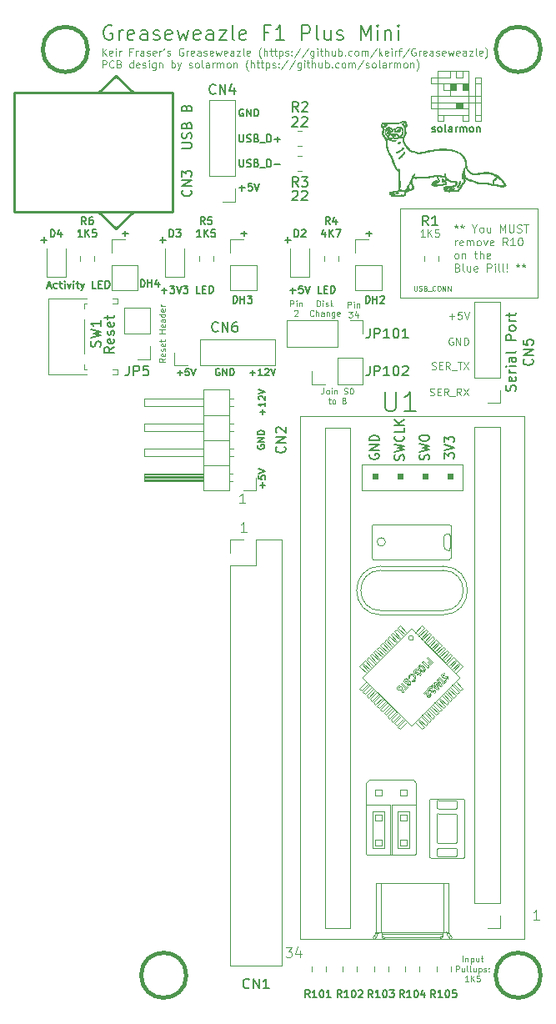
<source format=gbr>
G04 #@! TF.GenerationSoftware,KiCad,Pcbnew,(5.1.9)-1*
G04 #@! TF.CreationDate,2021-06-25T18:31:08+01:00*
G04 #@! TF.ProjectId,Greaseweazle F1 Plus Mini,47726561-7365-4776-9561-7a6c65204631,1*
G04 #@! TF.SameCoordinates,PX6312cb0PY6bcb370*
G04 #@! TF.FileFunction,Legend,Top*
G04 #@! TF.FilePolarity,Positive*
%FSLAX46Y46*%
G04 Gerber Fmt 4.6, Leading zero omitted, Abs format (unit mm)*
G04 Created by KiCad (PCBNEW (5.1.9)-1) date 2021-06-25 18:31:08*
%MOMM*%
%LPD*%
G01*
G04 APERTURE LIST*
%ADD10C,0.150000*%
%ADD11C,0.100000*%
%ADD12C,0.125000*%
%ADD13C,0.187500*%
%ADD14C,0.120000*%
%ADD15C,0.381000*%
%ADD16C,0.010000*%
%ADD17C,0.254000*%
%ADD18C,0.200000*%
G04 APERTURE END LIST*
D10*
X14895666Y39193000D02*
X15429000Y39193000D01*
X15162333Y38926334D02*
X15162333Y39459667D01*
X16129000Y38926334D02*
X15729000Y38926334D01*
X15929000Y38926334D02*
X15929000Y39626334D01*
X15862333Y39526334D01*
X15795666Y39459667D01*
X15729000Y39426334D01*
X16395666Y39559667D02*
X16429000Y39593000D01*
X16495666Y39626334D01*
X16662333Y39626334D01*
X16729000Y39593000D01*
X16762333Y39559667D01*
X16795666Y39493000D01*
X16795666Y39426334D01*
X16762333Y39326334D01*
X16362333Y38926334D01*
X16795666Y38926334D01*
X16995666Y39626334D02*
X17229000Y38926334D01*
X17462333Y39626334D01*
X11785666Y39593000D02*
X11719000Y39626334D01*
X11619000Y39626334D01*
X11519000Y39593000D01*
X11452333Y39526334D01*
X11419000Y39459667D01*
X11385666Y39326334D01*
X11385666Y39226334D01*
X11419000Y39093000D01*
X11452333Y39026334D01*
X11519000Y38959667D01*
X11619000Y38926334D01*
X11685666Y38926334D01*
X11785666Y38959667D01*
X11819000Y38993000D01*
X11819000Y39226334D01*
X11685666Y39226334D01*
X12119000Y38926334D02*
X12119000Y39626334D01*
X12519000Y38926334D01*
X12519000Y39626334D01*
X12852333Y38926334D02*
X12852333Y39626334D01*
X13019000Y39626334D01*
X13119000Y39593000D01*
X13185666Y39526334D01*
X13219000Y39459667D01*
X13252333Y39326334D01*
X13252333Y39226334D01*
X13219000Y39093000D01*
X13185666Y39026334D01*
X13119000Y38959667D01*
X13019000Y38926334D01*
X12852333Y38926334D01*
X7482000Y39193000D02*
X8015333Y39193000D01*
X7748666Y38926334D02*
X7748666Y39459667D01*
X8682000Y39626334D02*
X8348666Y39626334D01*
X8315333Y39293000D01*
X8348666Y39326334D01*
X8415333Y39359667D01*
X8582000Y39359667D01*
X8648666Y39326334D01*
X8682000Y39293000D01*
X8715333Y39226334D01*
X8715333Y39059667D01*
X8682000Y38993000D01*
X8648666Y38959667D01*
X8582000Y38926334D01*
X8415333Y38926334D01*
X8348666Y38959667D01*
X8315333Y38993000D01*
X8915333Y39626334D02*
X9148666Y38926334D01*
X9382000Y39626334D01*
D11*
X22349000Y37658572D02*
X22349000Y37230000D01*
X22320428Y37144286D01*
X22263285Y37087143D01*
X22177571Y37058572D01*
X22120428Y37058572D01*
X22720428Y37058572D02*
X22663285Y37087143D01*
X22634714Y37115715D01*
X22606142Y37172858D01*
X22606142Y37344286D01*
X22634714Y37401429D01*
X22663285Y37430000D01*
X22720428Y37458572D01*
X22806142Y37458572D01*
X22863285Y37430000D01*
X22891857Y37401429D01*
X22920428Y37344286D01*
X22920428Y37172858D01*
X22891857Y37115715D01*
X22863285Y37087143D01*
X22806142Y37058572D01*
X22720428Y37058572D01*
X23177571Y37058572D02*
X23177571Y37458572D01*
X23177571Y37658572D02*
X23149000Y37630000D01*
X23177571Y37601429D01*
X23206142Y37630000D01*
X23177571Y37658572D01*
X23177571Y37601429D01*
X23463285Y37458572D02*
X23463285Y37058572D01*
X23463285Y37401429D02*
X23491857Y37430000D01*
X23549000Y37458572D01*
X23634714Y37458572D01*
X23691857Y37430000D01*
X23720428Y37372858D01*
X23720428Y37058572D01*
X24434714Y37087143D02*
X24520428Y37058572D01*
X24663285Y37058572D01*
X24720428Y37087143D01*
X24749000Y37115715D01*
X24777571Y37172858D01*
X24777571Y37230000D01*
X24749000Y37287143D01*
X24720428Y37315715D01*
X24663285Y37344286D01*
X24549000Y37372858D01*
X24491857Y37401429D01*
X24463285Y37430000D01*
X24434714Y37487143D01*
X24434714Y37544286D01*
X24463285Y37601429D01*
X24491857Y37630000D01*
X24549000Y37658572D01*
X24691857Y37658572D01*
X24777571Y37630000D01*
X25149000Y37658572D02*
X25206142Y37658572D01*
X25263285Y37630000D01*
X25291857Y37601429D01*
X25320428Y37544286D01*
X25349000Y37430000D01*
X25349000Y37287143D01*
X25320428Y37172858D01*
X25291857Y37115715D01*
X25263285Y37087143D01*
X25206142Y37058572D01*
X25149000Y37058572D01*
X25091857Y37087143D01*
X25063285Y37115715D01*
X25034714Y37172858D01*
X25006142Y37287143D01*
X25006142Y37430000D01*
X25034714Y37544286D01*
X25063285Y37601429D01*
X25091857Y37630000D01*
X25149000Y37658572D01*
X22834714Y36458572D02*
X23063285Y36458572D01*
X22920428Y36658572D02*
X22920428Y36144286D01*
X22949000Y36087143D01*
X23006142Y36058572D01*
X23063285Y36058572D01*
X23349000Y36058572D02*
X23291857Y36087143D01*
X23263285Y36115715D01*
X23234714Y36172858D01*
X23234714Y36344286D01*
X23263285Y36401429D01*
X23291857Y36430000D01*
X23349000Y36458572D01*
X23434714Y36458572D01*
X23491857Y36430000D01*
X23520428Y36401429D01*
X23549000Y36344286D01*
X23549000Y36172858D01*
X23520428Y36115715D01*
X23491857Y36087143D01*
X23434714Y36058572D01*
X23349000Y36058572D01*
X24463285Y36372858D02*
X24549000Y36344286D01*
X24577571Y36315715D01*
X24606142Y36258572D01*
X24606142Y36172858D01*
X24577571Y36115715D01*
X24549000Y36087143D01*
X24491857Y36058572D01*
X24263285Y36058572D01*
X24263285Y36658572D01*
X24463285Y36658572D01*
X24520428Y36630000D01*
X24549000Y36601429D01*
X24577571Y36544286D01*
X24577571Y36487143D01*
X24549000Y36430000D01*
X24520428Y36401429D01*
X24463285Y36372858D01*
X24263285Y36372858D01*
X21693285Y45948572D02*
X21693285Y46548572D01*
X21836142Y46548572D01*
X21921857Y46520000D01*
X21979000Y46462858D01*
X22007571Y46405715D01*
X22036142Y46291429D01*
X22036142Y46205715D01*
X22007571Y46091429D01*
X21979000Y46034286D01*
X21921857Y45977143D01*
X21836142Y45948572D01*
X21693285Y45948572D01*
X22293285Y45948572D02*
X22293285Y46348572D01*
X22293285Y46548572D02*
X22264714Y46520000D01*
X22293285Y46491429D01*
X22321857Y46520000D01*
X22293285Y46548572D01*
X22293285Y46491429D01*
X22550428Y45977143D02*
X22607571Y45948572D01*
X22721857Y45948572D01*
X22779000Y45977143D01*
X22807571Y46034286D01*
X22807571Y46062858D01*
X22779000Y46120000D01*
X22721857Y46148572D01*
X22636142Y46148572D01*
X22579000Y46177143D01*
X22550428Y46234286D01*
X22550428Y46262858D01*
X22579000Y46320000D01*
X22636142Y46348572D01*
X22721857Y46348572D01*
X22779000Y46320000D01*
X23064714Y45948572D02*
X23064714Y46548572D01*
X23121857Y46177143D02*
X23293285Y45948572D01*
X23293285Y46348572D02*
X23064714Y46120000D01*
X21321857Y45005715D02*
X21293285Y44977143D01*
X21207571Y44948572D01*
X21150428Y44948572D01*
X21064714Y44977143D01*
X21007571Y45034286D01*
X20979000Y45091429D01*
X20950428Y45205715D01*
X20950428Y45291429D01*
X20979000Y45405715D01*
X21007571Y45462858D01*
X21064714Y45520000D01*
X21150428Y45548572D01*
X21207571Y45548572D01*
X21293285Y45520000D01*
X21321857Y45491429D01*
X21579000Y44948572D02*
X21579000Y45548572D01*
X21836142Y44948572D02*
X21836142Y45262858D01*
X21807571Y45320000D01*
X21750428Y45348572D01*
X21664714Y45348572D01*
X21607571Y45320000D01*
X21579000Y45291429D01*
X22379000Y44948572D02*
X22379000Y45262858D01*
X22350428Y45320000D01*
X22293285Y45348572D01*
X22179000Y45348572D01*
X22121857Y45320000D01*
X22379000Y44977143D02*
X22321857Y44948572D01*
X22179000Y44948572D01*
X22121857Y44977143D01*
X22093285Y45034286D01*
X22093285Y45091429D01*
X22121857Y45148572D01*
X22179000Y45177143D01*
X22321857Y45177143D01*
X22379000Y45205715D01*
X22664714Y45348572D02*
X22664714Y44948572D01*
X22664714Y45291429D02*
X22693285Y45320000D01*
X22750428Y45348572D01*
X22836142Y45348572D01*
X22893285Y45320000D01*
X22921857Y45262858D01*
X22921857Y44948572D01*
X23464714Y45348572D02*
X23464714Y44862858D01*
X23436142Y44805715D01*
X23407571Y44777143D01*
X23350428Y44748572D01*
X23264714Y44748572D01*
X23207571Y44777143D01*
X23464714Y44977143D02*
X23407571Y44948572D01*
X23293285Y44948572D01*
X23236142Y44977143D01*
X23207571Y45005715D01*
X23179000Y45062858D01*
X23179000Y45234286D01*
X23207571Y45291429D01*
X23236142Y45320000D01*
X23293285Y45348572D01*
X23407571Y45348572D01*
X23464714Y45320000D01*
X23979000Y44977143D02*
X23921857Y44948572D01*
X23807571Y44948572D01*
X23750428Y44977143D01*
X23721857Y45034286D01*
X23721857Y45262858D01*
X23750428Y45320000D01*
X23807571Y45348572D01*
X23921857Y45348572D01*
X23979000Y45320000D01*
X24007571Y45262858D01*
X24007571Y45205715D01*
X23721857Y45148572D01*
X24828571Y45821572D02*
X24828571Y46421572D01*
X25057142Y46421572D01*
X25114285Y46393000D01*
X25142857Y46364429D01*
X25171428Y46307286D01*
X25171428Y46221572D01*
X25142857Y46164429D01*
X25114285Y46135858D01*
X25057142Y46107286D01*
X24828571Y46107286D01*
X25428571Y45821572D02*
X25428571Y46221572D01*
X25428571Y46421572D02*
X25400000Y46393000D01*
X25428571Y46364429D01*
X25457142Y46393000D01*
X25428571Y46421572D01*
X25428571Y46364429D01*
X25714285Y46221572D02*
X25714285Y45821572D01*
X25714285Y46164429D02*
X25742857Y46193000D01*
X25800000Y46221572D01*
X25885714Y46221572D01*
X25942857Y46193000D01*
X25971428Y46135858D01*
X25971428Y45821572D01*
X24914285Y45421572D02*
X25285714Y45421572D01*
X25085714Y45193000D01*
X25171428Y45193000D01*
X25228571Y45164429D01*
X25257142Y45135858D01*
X25285714Y45078715D01*
X25285714Y44935858D01*
X25257142Y44878715D01*
X25228571Y44850143D01*
X25171428Y44821572D01*
X25000000Y44821572D01*
X24942857Y44850143D01*
X24914285Y44878715D01*
X25800000Y45221572D02*
X25800000Y44821572D01*
X25657142Y45450143D02*
X25514285Y45021572D01*
X25885714Y45021572D01*
X18986571Y45948572D02*
X18986571Y46548572D01*
X19215142Y46548572D01*
X19272285Y46520000D01*
X19300857Y46491429D01*
X19329428Y46434286D01*
X19329428Y46348572D01*
X19300857Y46291429D01*
X19272285Y46262858D01*
X19215142Y46234286D01*
X18986571Y46234286D01*
X19586571Y45948572D02*
X19586571Y46348572D01*
X19586571Y46548572D02*
X19558000Y46520000D01*
X19586571Y46491429D01*
X19615142Y46520000D01*
X19586571Y46548572D01*
X19586571Y46491429D01*
X19872285Y46348572D02*
X19872285Y45948572D01*
X19872285Y46291429D02*
X19900857Y46320000D01*
X19958000Y46348572D01*
X20043714Y46348572D01*
X20100857Y46320000D01*
X20129428Y46262858D01*
X20129428Y45948572D01*
X19386571Y45491429D02*
X19415142Y45520000D01*
X19472285Y45548572D01*
X19615142Y45548572D01*
X19672285Y45520000D01*
X19700857Y45491429D01*
X19729428Y45434286D01*
X19729428Y45377143D01*
X19700857Y45291429D01*
X19358000Y44948572D01*
X19729428Y44948572D01*
D12*
X44227714Y-16327380D02*
X43656285Y-16327380D01*
X43942000Y-16327380D02*
X43942000Y-15327380D01*
X43846761Y-15470238D01*
X43751523Y-15565476D01*
X43656285Y-15613095D01*
X14382714Y25963620D02*
X13811285Y25963620D01*
X14097000Y25963620D02*
X14097000Y26963620D01*
X14001761Y26820762D01*
X13906523Y26725524D01*
X13811285Y26677905D01*
D11*
X36479285Y-20607428D02*
X36479285Y-20007428D01*
X36765000Y-20207428D02*
X36765000Y-20607428D01*
X36765000Y-20264571D02*
X36793571Y-20236000D01*
X36850714Y-20207428D01*
X36936428Y-20207428D01*
X36993571Y-20236000D01*
X37022142Y-20293142D01*
X37022142Y-20607428D01*
X37307857Y-20207428D02*
X37307857Y-20807428D01*
X37307857Y-20236000D02*
X37365000Y-20207428D01*
X37479285Y-20207428D01*
X37536428Y-20236000D01*
X37565000Y-20264571D01*
X37593571Y-20321714D01*
X37593571Y-20493142D01*
X37565000Y-20550285D01*
X37536428Y-20578857D01*
X37479285Y-20607428D01*
X37365000Y-20607428D01*
X37307857Y-20578857D01*
X38107857Y-20207428D02*
X38107857Y-20607428D01*
X37850714Y-20207428D02*
X37850714Y-20521714D01*
X37879285Y-20578857D01*
X37936428Y-20607428D01*
X38022142Y-20607428D01*
X38079285Y-20578857D01*
X38107857Y-20550285D01*
X38307857Y-20207428D02*
X38536428Y-20207428D01*
X38393571Y-20007428D02*
X38393571Y-20521714D01*
X38422142Y-20578857D01*
X38479285Y-20607428D01*
X38536428Y-20607428D01*
X35793571Y-21607428D02*
X35793571Y-21007428D01*
X36022142Y-21007428D01*
X36079285Y-21036000D01*
X36107857Y-21064571D01*
X36136428Y-21121714D01*
X36136428Y-21207428D01*
X36107857Y-21264571D01*
X36079285Y-21293142D01*
X36022142Y-21321714D01*
X35793571Y-21321714D01*
X36650714Y-21207428D02*
X36650714Y-21607428D01*
X36393571Y-21207428D02*
X36393571Y-21521714D01*
X36422142Y-21578857D01*
X36479285Y-21607428D01*
X36565000Y-21607428D01*
X36622142Y-21578857D01*
X36650714Y-21550285D01*
X37022142Y-21607428D02*
X36965000Y-21578857D01*
X36936428Y-21521714D01*
X36936428Y-21007428D01*
X37336428Y-21607428D02*
X37279285Y-21578857D01*
X37250714Y-21521714D01*
X37250714Y-21007428D01*
X37822142Y-21207428D02*
X37822142Y-21607428D01*
X37565000Y-21207428D02*
X37565000Y-21521714D01*
X37593571Y-21578857D01*
X37650714Y-21607428D01*
X37736428Y-21607428D01*
X37793571Y-21578857D01*
X37822142Y-21550285D01*
X38107857Y-21207428D02*
X38107857Y-21807428D01*
X38107857Y-21236000D02*
X38165000Y-21207428D01*
X38279285Y-21207428D01*
X38336428Y-21236000D01*
X38365000Y-21264571D01*
X38393571Y-21321714D01*
X38393571Y-21493142D01*
X38365000Y-21550285D01*
X38336428Y-21578857D01*
X38279285Y-21607428D01*
X38165000Y-21607428D01*
X38107857Y-21578857D01*
X38622142Y-21578857D02*
X38679285Y-21607428D01*
X38793571Y-21607428D01*
X38850714Y-21578857D01*
X38879285Y-21521714D01*
X38879285Y-21493142D01*
X38850714Y-21436000D01*
X38793571Y-21407428D01*
X38707857Y-21407428D01*
X38650714Y-21378857D01*
X38622142Y-21321714D01*
X38622142Y-21293142D01*
X38650714Y-21236000D01*
X38707857Y-21207428D01*
X38793571Y-21207428D01*
X38850714Y-21236000D01*
X39136428Y-21550285D02*
X39165000Y-21578857D01*
X39136428Y-21607428D01*
X39107857Y-21578857D01*
X39136428Y-21550285D01*
X39136428Y-21607428D01*
X39136428Y-21236000D02*
X39165000Y-21264571D01*
X39136428Y-21293142D01*
X39107857Y-21264571D01*
X39136428Y-21236000D01*
X39136428Y-21293142D01*
X37050714Y-22607428D02*
X36707857Y-22607428D01*
X36879285Y-22607428D02*
X36879285Y-22007428D01*
X36822142Y-22093142D01*
X36765000Y-22150285D01*
X36707857Y-22178857D01*
X37307857Y-22607428D02*
X37307857Y-22007428D01*
X37650714Y-22607428D02*
X37393571Y-22264571D01*
X37650714Y-22007428D02*
X37307857Y-22350285D01*
X38193571Y-22007428D02*
X37907857Y-22007428D01*
X37879285Y-22293142D01*
X37907857Y-22264571D01*
X37965000Y-22236000D01*
X38107857Y-22236000D01*
X38165000Y-22264571D01*
X38193571Y-22293142D01*
X38222142Y-22350285D01*
X38222142Y-22493142D01*
X38193571Y-22550285D01*
X38165000Y-22578857D01*
X38107857Y-22607428D01*
X37965000Y-22607428D01*
X37907857Y-22578857D01*
X37879285Y-22550285D01*
D13*
X-6042429Y52419286D02*
X-6042429Y52990715D01*
X-5756715Y52705000D02*
X-6328143Y52705000D01*
X6022571Y52419286D02*
X6022571Y52990715D01*
X6308285Y52705000D02*
X5736857Y52705000D01*
X18722571Y52419286D02*
X18722571Y52990715D01*
X19008285Y52705000D02*
X18436857Y52705000D01*
D14*
X30099000Y55880000D02*
X44069000Y55880000D01*
X44069000Y46863000D02*
X30099000Y46863000D01*
X44069000Y55880000D02*
X44069000Y46863000D01*
X30099000Y46863000D02*
X30099000Y55880000D01*
D13*
X26977571Y53054286D02*
X26977571Y53625715D01*
X27263285Y53340000D02*
X26691857Y53340000D01*
D12*
X18494476Y-19137380D02*
X19113523Y-19137380D01*
X18780190Y-19518333D01*
X18923047Y-19518333D01*
X19018285Y-19565952D01*
X19065904Y-19613571D01*
X19113523Y-19708809D01*
X19113523Y-19946904D01*
X19065904Y-20042142D01*
X19018285Y-20089761D01*
X18923047Y-20137380D01*
X18637333Y-20137380D01*
X18542095Y-20089761D01*
X18494476Y-20042142D01*
X19970666Y-19470714D02*
X19970666Y-20137380D01*
X19732571Y-19089761D02*
X19494476Y-19804047D01*
X20113523Y-19804047D01*
X14509714Y23042620D02*
X13938285Y23042620D01*
X14224000Y23042620D02*
X14224000Y24042620D01*
X14128761Y23899762D01*
X14033523Y23804524D01*
X13938285Y23756905D01*
D10*
X18941142Y47571429D02*
X19512571Y47571429D01*
X19226857Y47285715D02*
X19226857Y47857143D01*
X20226857Y48035715D02*
X19869714Y48035715D01*
X19834000Y47678572D01*
X19869714Y47714286D01*
X19941142Y47750000D01*
X20119714Y47750000D01*
X20191142Y47714286D01*
X20226857Y47678572D01*
X20262571Y47607143D01*
X20262571Y47428572D01*
X20226857Y47357143D01*
X20191142Y47321429D01*
X20119714Y47285715D01*
X19941142Y47285715D01*
X19869714Y47321429D01*
X19834000Y47357143D01*
X20476857Y48035715D02*
X20726857Y47285715D01*
X20976857Y48035715D01*
X22155428Y47285715D02*
X21798285Y47285715D01*
X21798285Y48035715D01*
X22405428Y47678572D02*
X22655428Y47678572D01*
X22762571Y47285715D02*
X22405428Y47285715D01*
X22405428Y48035715D01*
X22762571Y48035715D01*
X23084000Y47285715D02*
X23084000Y48035715D01*
X23262571Y48035715D01*
X23369714Y48000000D01*
X23441142Y47928572D01*
X23476857Y47857143D01*
X23512571Y47714286D01*
X23512571Y47607143D01*
X23476857Y47464286D01*
X23441142Y47392858D01*
X23369714Y47321429D01*
X23262571Y47285715D01*
X23084000Y47285715D01*
D13*
X2212571Y53054286D02*
X2212571Y53625715D01*
X2498285Y53340000D02*
X1926857Y53340000D01*
D10*
X13793114Y60862715D02*
X13793114Y60255572D01*
X13828828Y60184143D01*
X13864543Y60148429D01*
X13935971Y60112715D01*
X14078828Y60112715D01*
X14150257Y60148429D01*
X14185971Y60184143D01*
X14221685Y60255572D01*
X14221685Y60862715D01*
X14543114Y60148429D02*
X14650257Y60112715D01*
X14828828Y60112715D01*
X14900257Y60148429D01*
X14935971Y60184143D01*
X14971685Y60255572D01*
X14971685Y60327000D01*
X14935971Y60398429D01*
X14900257Y60434143D01*
X14828828Y60469858D01*
X14685971Y60505572D01*
X14614543Y60541286D01*
X14578828Y60577000D01*
X14543114Y60648429D01*
X14543114Y60719858D01*
X14578828Y60791286D01*
X14614543Y60827000D01*
X14685971Y60862715D01*
X14864543Y60862715D01*
X14971685Y60827000D01*
X15543114Y60505572D02*
X15650257Y60469858D01*
X15685971Y60434143D01*
X15721685Y60362715D01*
X15721685Y60255572D01*
X15685971Y60184143D01*
X15650257Y60148429D01*
X15578828Y60112715D01*
X15293114Y60112715D01*
X15293114Y60862715D01*
X15543114Y60862715D01*
X15614543Y60827000D01*
X15650257Y60791286D01*
X15685971Y60719858D01*
X15685971Y60648429D01*
X15650257Y60577000D01*
X15614543Y60541286D01*
X15543114Y60505572D01*
X15293114Y60505572D01*
X15864543Y60041286D02*
X16435971Y60041286D01*
X16614543Y60112715D02*
X16614543Y60862715D01*
X16793114Y60862715D01*
X16900257Y60827000D01*
X16971685Y60755572D01*
X17007400Y60684143D01*
X17043114Y60541286D01*
X17043114Y60434143D01*
X17007400Y60291286D01*
X16971685Y60219858D01*
X16900257Y60148429D01*
X16793114Y60112715D01*
X16614543Y60112715D01*
X17364543Y60398429D02*
X17935971Y60398429D01*
X13793114Y63377315D02*
X13793114Y62770172D01*
X13828828Y62698743D01*
X13864543Y62663029D01*
X13935971Y62627315D01*
X14078828Y62627315D01*
X14150257Y62663029D01*
X14185971Y62698743D01*
X14221685Y62770172D01*
X14221685Y63377315D01*
X14543114Y62663029D02*
X14650257Y62627315D01*
X14828828Y62627315D01*
X14900257Y62663029D01*
X14935971Y62698743D01*
X14971685Y62770172D01*
X14971685Y62841600D01*
X14935971Y62913029D01*
X14900257Y62948743D01*
X14828828Y62984458D01*
X14685971Y63020172D01*
X14614543Y63055886D01*
X14578828Y63091600D01*
X14543114Y63163029D01*
X14543114Y63234458D01*
X14578828Y63305886D01*
X14614543Y63341600D01*
X14685971Y63377315D01*
X14864543Y63377315D01*
X14971685Y63341600D01*
X15543114Y63020172D02*
X15650257Y62984458D01*
X15685971Y62948743D01*
X15721685Y62877315D01*
X15721685Y62770172D01*
X15685971Y62698743D01*
X15650257Y62663029D01*
X15578828Y62627315D01*
X15293114Y62627315D01*
X15293114Y63377315D01*
X15543114Y63377315D01*
X15614543Y63341600D01*
X15650257Y63305886D01*
X15685971Y63234458D01*
X15685971Y63163029D01*
X15650257Y63091600D01*
X15614543Y63055886D01*
X15543114Y63020172D01*
X15293114Y63020172D01*
X15864543Y62555886D02*
X16435971Y62555886D01*
X16614543Y62627315D02*
X16614543Y63377315D01*
X16793114Y63377315D01*
X16900257Y63341600D01*
X16971685Y63270172D01*
X17007400Y63198743D01*
X17043114Y63055886D01*
X17043114Y62948743D01*
X17007400Y62805886D01*
X16971685Y62734458D01*
X16900257Y62663029D01*
X16793114Y62627315D01*
X16614543Y62627315D01*
X17364543Y62913029D02*
X17935971Y62913029D01*
X17650257Y62627315D02*
X17650257Y63198743D01*
X14185971Y65957800D02*
X14114542Y65993515D01*
X14007400Y65993515D01*
X13900257Y65957800D01*
X13828828Y65886372D01*
X13793114Y65814943D01*
X13757400Y65672086D01*
X13757400Y65564943D01*
X13793114Y65422086D01*
X13828828Y65350658D01*
X13900257Y65279229D01*
X14007400Y65243515D01*
X14078828Y65243515D01*
X14185971Y65279229D01*
X14221685Y65314943D01*
X14221685Y65564943D01*
X14078828Y65564943D01*
X14543114Y65243515D02*
X14543114Y65993515D01*
X14971685Y65243515D01*
X14971685Y65993515D01*
X15328828Y65243515D02*
X15328828Y65993515D01*
X15507400Y65993515D01*
X15614542Y65957800D01*
X15685971Y65886372D01*
X15721685Y65814943D01*
X15757400Y65672086D01*
X15757400Y65564943D01*
X15721685Y65422086D01*
X15685971Y65350658D01*
X15614542Y65279229D01*
X15507400Y65243515D01*
X15328828Y65243515D01*
X13793114Y57985429D02*
X14364542Y57985429D01*
X14078828Y57699715D02*
X14078828Y58271143D01*
X15078828Y58449715D02*
X14721685Y58449715D01*
X14685971Y58092572D01*
X14721685Y58128286D01*
X14793114Y58164000D01*
X14971685Y58164000D01*
X15043114Y58128286D01*
X15078828Y58092572D01*
X15114542Y58021143D01*
X15114542Y57842572D01*
X15078828Y57771143D01*
X15043114Y57735429D01*
X14971685Y57699715D01*
X14793114Y57699715D01*
X14721685Y57735429D01*
X14685971Y57771143D01*
X15328828Y58449715D02*
X15578828Y57699715D01*
X15828828Y58449715D01*
D13*
X14277571Y53054286D02*
X14277571Y53625715D01*
X14563285Y53340000D02*
X13991857Y53340000D01*
D12*
X33333623Y39580055D02*
X33440766Y39544341D01*
X33619337Y39544341D01*
X33690766Y39580055D01*
X33726480Y39615769D01*
X33762194Y39687198D01*
X33762194Y39758626D01*
X33726480Y39830055D01*
X33690766Y39865769D01*
X33619337Y39901484D01*
X33476480Y39937198D01*
X33405051Y39972912D01*
X33369337Y40008626D01*
X33333623Y40080055D01*
X33333623Y40151484D01*
X33369337Y40222912D01*
X33405051Y40258626D01*
X33476480Y40294341D01*
X33655051Y40294341D01*
X33762194Y40258626D01*
X34083623Y39937198D02*
X34333623Y39937198D01*
X34440766Y39544341D02*
X34083623Y39544341D01*
X34083623Y40294341D01*
X34440766Y40294341D01*
X35190766Y39544341D02*
X34940766Y39901484D01*
X34762194Y39544341D02*
X34762194Y40294341D01*
X35047908Y40294341D01*
X35119337Y40258626D01*
X35155051Y40222912D01*
X35190766Y40151484D01*
X35190766Y40044341D01*
X35155051Y39972912D01*
X35119337Y39937198D01*
X35047908Y39901484D01*
X34762194Y39901484D01*
X35333623Y39472912D02*
X35905051Y39472912D01*
X35976480Y40294341D02*
X36405051Y40294341D01*
X36190766Y39544341D02*
X36190766Y40294341D01*
X36583623Y40294341D02*
X37083623Y39544341D01*
X37083623Y40294341D02*
X36583623Y39544341D01*
X35476480Y42722426D02*
X35405051Y42758141D01*
X35297909Y42758141D01*
X35190766Y42722426D01*
X35119337Y42650998D01*
X35083623Y42579569D01*
X35047909Y42436712D01*
X35047909Y42329569D01*
X35083623Y42186712D01*
X35119337Y42115284D01*
X35190766Y42043855D01*
X35297909Y42008141D01*
X35369337Y42008141D01*
X35476480Y42043855D01*
X35512194Y42079569D01*
X35512194Y42329569D01*
X35369337Y42329569D01*
X35833623Y42008141D02*
X35833623Y42758141D01*
X36262194Y42008141D01*
X36262194Y42758141D01*
X36619337Y42008141D02*
X36619337Y42758141D01*
X36797909Y42758141D01*
X36905051Y42722426D01*
X36976480Y42650998D01*
X37012194Y42579569D01*
X37047909Y42436712D01*
X37047909Y42329569D01*
X37012194Y42186712D01*
X36976480Y42115284D01*
X36905051Y42043855D01*
X36797909Y42008141D01*
X36619337Y42008141D01*
X33155051Y36913055D02*
X33262194Y36877341D01*
X33440765Y36877341D01*
X33512194Y36913055D01*
X33547908Y36948769D01*
X33583622Y37020198D01*
X33583622Y37091626D01*
X33547908Y37163055D01*
X33512194Y37198769D01*
X33440765Y37234484D01*
X33297908Y37270198D01*
X33226480Y37305912D01*
X33190765Y37341626D01*
X33155051Y37413055D01*
X33155051Y37484484D01*
X33190765Y37555912D01*
X33226480Y37591626D01*
X33297908Y37627341D01*
X33476480Y37627341D01*
X33583622Y37591626D01*
X33905051Y37270198D02*
X34155051Y37270198D01*
X34262194Y36877341D02*
X33905051Y36877341D01*
X33905051Y37627341D01*
X34262194Y37627341D01*
X35012194Y36877341D02*
X34762194Y37234484D01*
X34583622Y36877341D02*
X34583622Y37627341D01*
X34869337Y37627341D01*
X34940765Y37591626D01*
X34976480Y37555912D01*
X35012194Y37484484D01*
X35012194Y37377341D01*
X34976480Y37305912D01*
X34940765Y37270198D01*
X34869337Y37234484D01*
X34583622Y37234484D01*
X35155051Y36805912D02*
X35726480Y36805912D01*
X36333622Y36877341D02*
X36083622Y37234484D01*
X35905051Y36877341D02*
X35905051Y37627341D01*
X36190765Y37627341D01*
X36262194Y37591626D01*
X36297908Y37555912D01*
X36333622Y37484484D01*
X36333622Y37377341D01*
X36297908Y37305912D01*
X36262194Y37270198D01*
X36190765Y37234484D01*
X35905051Y37234484D01*
X36583622Y37627341D02*
X37083622Y36877341D01*
X37083622Y37627341D02*
X36583622Y36877341D01*
X35083623Y44935455D02*
X35655051Y44935455D01*
X35369337Y44649741D02*
X35369337Y45221169D01*
X36369337Y45399741D02*
X36012194Y45399741D01*
X35976480Y45042598D01*
X36012194Y45078312D01*
X36083623Y45114026D01*
X36262194Y45114026D01*
X36333623Y45078312D01*
X36369337Y45042598D01*
X36405051Y44971169D01*
X36405051Y44792598D01*
X36369337Y44721169D01*
X36333623Y44685455D01*
X36262194Y44649741D01*
X36083623Y44649741D01*
X36012194Y44685455D01*
X35976480Y44721169D01*
X36619337Y45399741D02*
X36869337Y44649741D01*
X37119337Y45399741D01*
D10*
X-5700715Y48008000D02*
X-5343572Y48008000D01*
X-5772143Y47793715D02*
X-5522143Y48543715D01*
X-5272143Y47793715D01*
X-4700715Y47829429D02*
X-4772143Y47793715D01*
X-4915000Y47793715D01*
X-4986429Y47829429D01*
X-5022143Y47865143D01*
X-5057858Y47936572D01*
X-5057858Y48150858D01*
X-5022143Y48222286D01*
X-4986429Y48258000D01*
X-4915000Y48293715D01*
X-4772143Y48293715D01*
X-4700715Y48258000D01*
X-4486429Y48293715D02*
X-4200715Y48293715D01*
X-4379286Y48543715D02*
X-4379286Y47900858D01*
X-4343572Y47829429D01*
X-4272143Y47793715D01*
X-4200715Y47793715D01*
X-3950715Y47793715D02*
X-3950715Y48293715D01*
X-3950715Y48543715D02*
X-3986429Y48508000D01*
X-3950715Y48472286D01*
X-3915000Y48508000D01*
X-3950715Y48543715D01*
X-3950715Y48472286D01*
X-3665000Y48293715D02*
X-3486429Y47793715D01*
X-3307858Y48293715D01*
X-3022143Y47793715D02*
X-3022143Y48293715D01*
X-3022143Y48543715D02*
X-3057858Y48508000D01*
X-3022143Y48472286D01*
X-2986429Y48508000D01*
X-3022143Y48543715D01*
X-3022143Y48472286D01*
X-2772143Y48293715D02*
X-2486429Y48293715D01*
X-2665000Y48543715D02*
X-2665000Y47900858D01*
X-2629286Y47829429D01*
X-2557858Y47793715D01*
X-2486429Y47793715D01*
X-2307858Y48293715D02*
X-2129286Y47793715D01*
X-1950715Y48293715D02*
X-2129286Y47793715D01*
X-2200715Y47615143D01*
X-2236429Y47579429D01*
X-2307858Y47543715D01*
X-736429Y47793715D02*
X-1093572Y47793715D01*
X-1093572Y48543715D01*
X-486429Y48186572D02*
X-236429Y48186572D01*
X-129286Y47793715D02*
X-486429Y47793715D01*
X-486429Y48543715D01*
X-129286Y48543715D01*
X192142Y47793715D02*
X192142Y48543715D01*
X370714Y48543715D01*
X477857Y48508000D01*
X549285Y48436572D01*
X585000Y48365143D01*
X620714Y48222286D01*
X620714Y48115143D01*
X585000Y47972286D01*
X549285Y47900858D01*
X477857Y47829429D01*
X370714Y47793715D01*
X192142Y47793715D01*
D11*
X-137429Y71393215D02*
X-137429Y72143215D01*
X291142Y71393215D02*
X-30286Y71821786D01*
X291142Y72143215D02*
X-137429Y71714643D01*
X898285Y71428929D02*
X826857Y71393215D01*
X684000Y71393215D01*
X612571Y71428929D01*
X576857Y71500358D01*
X576857Y71786072D01*
X612571Y71857500D01*
X684000Y71893215D01*
X826857Y71893215D01*
X898285Y71857500D01*
X934000Y71786072D01*
X934000Y71714643D01*
X576857Y71643215D01*
X1255428Y71393215D02*
X1255428Y71893215D01*
X1255428Y72143215D02*
X1219714Y72107500D01*
X1255428Y72071786D01*
X1291142Y72107500D01*
X1255428Y72143215D01*
X1255428Y72071786D01*
X1612571Y71393215D02*
X1612571Y71893215D01*
X1612571Y71750358D02*
X1648285Y71821786D01*
X1684000Y71857500D01*
X1755428Y71893215D01*
X1826857Y71893215D01*
X2898285Y71786072D02*
X2648285Y71786072D01*
X2648285Y71393215D02*
X2648285Y72143215D01*
X3005428Y72143215D01*
X3291142Y71393215D02*
X3291142Y71893215D01*
X3291142Y71750358D02*
X3326857Y71821786D01*
X3362571Y71857500D01*
X3434000Y71893215D01*
X3505428Y71893215D01*
X4076857Y71393215D02*
X4076857Y71786072D01*
X4041142Y71857500D01*
X3969714Y71893215D01*
X3826857Y71893215D01*
X3755428Y71857500D01*
X4076857Y71428929D02*
X4005428Y71393215D01*
X3826857Y71393215D01*
X3755428Y71428929D01*
X3719714Y71500358D01*
X3719714Y71571786D01*
X3755428Y71643215D01*
X3826857Y71678929D01*
X4005428Y71678929D01*
X4076857Y71714643D01*
X4398285Y71428929D02*
X4469714Y71393215D01*
X4612571Y71393215D01*
X4684000Y71428929D01*
X4719714Y71500358D01*
X4719714Y71536072D01*
X4684000Y71607500D01*
X4612571Y71643215D01*
X4505428Y71643215D01*
X4434000Y71678929D01*
X4398285Y71750358D01*
X4398285Y71786072D01*
X4434000Y71857500D01*
X4505428Y71893215D01*
X4612571Y71893215D01*
X4684000Y71857500D01*
X5326857Y71428929D02*
X5255428Y71393215D01*
X5112571Y71393215D01*
X5041142Y71428929D01*
X5005428Y71500358D01*
X5005428Y71786072D01*
X5041142Y71857500D01*
X5112571Y71893215D01*
X5255428Y71893215D01*
X5326857Y71857500D01*
X5362571Y71786072D01*
X5362571Y71714643D01*
X5005428Y71643215D01*
X5684000Y71393215D02*
X5684000Y71893215D01*
X5684000Y71750358D02*
X5719714Y71821786D01*
X5755428Y71857500D01*
X5826857Y71893215D01*
X5898285Y71893215D01*
X6184000Y72143215D02*
X6112571Y72000358D01*
X6469714Y71428929D02*
X6541142Y71393215D01*
X6684000Y71393215D01*
X6755428Y71428929D01*
X6791142Y71500358D01*
X6791142Y71536072D01*
X6755428Y71607500D01*
X6684000Y71643215D01*
X6576857Y71643215D01*
X6505428Y71678929D01*
X6469714Y71750358D01*
X6469714Y71786072D01*
X6505428Y71857500D01*
X6576857Y71893215D01*
X6684000Y71893215D01*
X6755428Y71857500D01*
X8076857Y72107500D02*
X8005428Y72143215D01*
X7898285Y72143215D01*
X7791142Y72107500D01*
X7719714Y72036072D01*
X7684000Y71964643D01*
X7648285Y71821786D01*
X7648285Y71714643D01*
X7684000Y71571786D01*
X7719714Y71500358D01*
X7791142Y71428929D01*
X7898285Y71393215D01*
X7969714Y71393215D01*
X8076857Y71428929D01*
X8112571Y71464643D01*
X8112571Y71714643D01*
X7969714Y71714643D01*
X8434000Y71393215D02*
X8434000Y71893215D01*
X8434000Y71750358D02*
X8469714Y71821786D01*
X8505428Y71857500D01*
X8576857Y71893215D01*
X8648285Y71893215D01*
X9184000Y71428929D02*
X9112571Y71393215D01*
X8969714Y71393215D01*
X8898285Y71428929D01*
X8862571Y71500358D01*
X8862571Y71786072D01*
X8898285Y71857500D01*
X8969714Y71893215D01*
X9112571Y71893215D01*
X9184000Y71857500D01*
X9219714Y71786072D01*
X9219714Y71714643D01*
X8862571Y71643215D01*
X9862571Y71393215D02*
X9862571Y71786072D01*
X9826857Y71857500D01*
X9755428Y71893215D01*
X9612571Y71893215D01*
X9541142Y71857500D01*
X9862571Y71428929D02*
X9791142Y71393215D01*
X9612571Y71393215D01*
X9541142Y71428929D01*
X9505428Y71500358D01*
X9505428Y71571786D01*
X9541142Y71643215D01*
X9612571Y71678929D01*
X9791142Y71678929D01*
X9862571Y71714643D01*
X10184000Y71428929D02*
X10255428Y71393215D01*
X10398285Y71393215D01*
X10469714Y71428929D01*
X10505428Y71500358D01*
X10505428Y71536072D01*
X10469714Y71607500D01*
X10398285Y71643215D01*
X10291142Y71643215D01*
X10219714Y71678929D01*
X10184000Y71750358D01*
X10184000Y71786072D01*
X10219714Y71857500D01*
X10291142Y71893215D01*
X10398285Y71893215D01*
X10469714Y71857500D01*
X11112571Y71428929D02*
X11041142Y71393215D01*
X10898285Y71393215D01*
X10826857Y71428929D01*
X10791142Y71500358D01*
X10791142Y71786072D01*
X10826857Y71857500D01*
X10898285Y71893215D01*
X11041142Y71893215D01*
X11112571Y71857500D01*
X11148285Y71786072D01*
X11148285Y71714643D01*
X10791142Y71643215D01*
X11398285Y71893215D02*
X11541142Y71393215D01*
X11684000Y71750358D01*
X11826857Y71393215D01*
X11969714Y71893215D01*
X12541142Y71428929D02*
X12469714Y71393215D01*
X12326857Y71393215D01*
X12255428Y71428929D01*
X12219714Y71500358D01*
X12219714Y71786072D01*
X12255428Y71857500D01*
X12326857Y71893215D01*
X12469714Y71893215D01*
X12541142Y71857500D01*
X12576857Y71786072D01*
X12576857Y71714643D01*
X12219714Y71643215D01*
X13219714Y71393215D02*
X13219714Y71786072D01*
X13184000Y71857500D01*
X13112571Y71893215D01*
X12969714Y71893215D01*
X12898285Y71857500D01*
X13219714Y71428929D02*
X13148285Y71393215D01*
X12969714Y71393215D01*
X12898285Y71428929D01*
X12862571Y71500358D01*
X12862571Y71571786D01*
X12898285Y71643215D01*
X12969714Y71678929D01*
X13148285Y71678929D01*
X13219714Y71714643D01*
X13505428Y71893215D02*
X13898285Y71893215D01*
X13505428Y71393215D01*
X13898285Y71393215D01*
X14291142Y71393215D02*
X14219714Y71428929D01*
X14184000Y71500358D01*
X14184000Y72143215D01*
X14862571Y71428929D02*
X14791142Y71393215D01*
X14648285Y71393215D01*
X14576857Y71428929D01*
X14541142Y71500358D01*
X14541142Y71786072D01*
X14576857Y71857500D01*
X14648285Y71893215D01*
X14791142Y71893215D01*
X14862571Y71857500D01*
X14898285Y71786072D01*
X14898285Y71714643D01*
X14541142Y71643215D01*
X16005428Y71107500D02*
X15969714Y71143215D01*
X15898285Y71250358D01*
X15862571Y71321786D01*
X15826857Y71428929D01*
X15791142Y71607500D01*
X15791142Y71750358D01*
X15826857Y71928929D01*
X15862571Y72036072D01*
X15898285Y72107500D01*
X15969714Y72214643D01*
X16005428Y72250358D01*
X16291142Y71393215D02*
X16291142Y72143215D01*
X16612571Y71393215D02*
X16612571Y71786072D01*
X16576857Y71857500D01*
X16505428Y71893215D01*
X16398285Y71893215D01*
X16326857Y71857500D01*
X16291142Y71821786D01*
X16862571Y71893215D02*
X17148285Y71893215D01*
X16969714Y72143215D02*
X16969714Y71500358D01*
X17005428Y71428929D01*
X17076857Y71393215D01*
X17148285Y71393215D01*
X17291142Y71893215D02*
X17576857Y71893215D01*
X17398285Y72143215D02*
X17398285Y71500358D01*
X17434000Y71428929D01*
X17505428Y71393215D01*
X17576857Y71393215D01*
X17826857Y71893215D02*
X17826857Y71143215D01*
X17826857Y71857500D02*
X17898285Y71893215D01*
X18041142Y71893215D01*
X18112571Y71857500D01*
X18148285Y71821786D01*
X18184000Y71750358D01*
X18184000Y71536072D01*
X18148285Y71464643D01*
X18112571Y71428929D01*
X18041142Y71393215D01*
X17898285Y71393215D01*
X17826857Y71428929D01*
X18469714Y71428929D02*
X18541142Y71393215D01*
X18684000Y71393215D01*
X18755428Y71428929D01*
X18791142Y71500358D01*
X18791142Y71536072D01*
X18755428Y71607500D01*
X18684000Y71643215D01*
X18576857Y71643215D01*
X18505428Y71678929D01*
X18469714Y71750358D01*
X18469714Y71786072D01*
X18505428Y71857500D01*
X18576857Y71893215D01*
X18684000Y71893215D01*
X18755428Y71857500D01*
X19112571Y71464643D02*
X19148285Y71428929D01*
X19112571Y71393215D01*
X19076857Y71428929D01*
X19112571Y71464643D01*
X19112571Y71393215D01*
X19112571Y71857500D02*
X19148285Y71821786D01*
X19112571Y71786072D01*
X19076857Y71821786D01*
X19112571Y71857500D01*
X19112571Y71786072D01*
X20005428Y72178929D02*
X19362571Y71214643D01*
X20791142Y72178929D02*
X20148285Y71214643D01*
X21362571Y71893215D02*
X21362571Y71286072D01*
X21326857Y71214643D01*
X21291142Y71178929D01*
X21219714Y71143215D01*
X21112571Y71143215D01*
X21041142Y71178929D01*
X21362571Y71428929D02*
X21291142Y71393215D01*
X21148285Y71393215D01*
X21076857Y71428929D01*
X21041142Y71464643D01*
X21005428Y71536072D01*
X21005428Y71750358D01*
X21041142Y71821786D01*
X21076857Y71857500D01*
X21148285Y71893215D01*
X21291142Y71893215D01*
X21362571Y71857500D01*
X21719714Y71393215D02*
X21719714Y71893215D01*
X21719714Y72143215D02*
X21684000Y72107500D01*
X21719714Y72071786D01*
X21755428Y72107500D01*
X21719714Y72143215D01*
X21719714Y72071786D01*
X21969714Y71893215D02*
X22255428Y71893215D01*
X22076857Y72143215D02*
X22076857Y71500358D01*
X22112571Y71428929D01*
X22184000Y71393215D01*
X22255428Y71393215D01*
X22505428Y71393215D02*
X22505428Y72143215D01*
X22826857Y71393215D02*
X22826857Y71786072D01*
X22791142Y71857500D01*
X22719714Y71893215D01*
X22612571Y71893215D01*
X22541142Y71857500D01*
X22505428Y71821786D01*
X23505428Y71893215D02*
X23505428Y71393215D01*
X23184000Y71893215D02*
X23184000Y71500358D01*
X23219714Y71428929D01*
X23291142Y71393215D01*
X23398285Y71393215D01*
X23469714Y71428929D01*
X23505428Y71464643D01*
X23862571Y71393215D02*
X23862571Y72143215D01*
X23862571Y71857500D02*
X23934000Y71893215D01*
X24076857Y71893215D01*
X24148285Y71857500D01*
X24184000Y71821786D01*
X24219714Y71750358D01*
X24219714Y71536072D01*
X24184000Y71464643D01*
X24148285Y71428929D01*
X24076857Y71393215D01*
X23934000Y71393215D01*
X23862571Y71428929D01*
X24541142Y71464643D02*
X24576857Y71428929D01*
X24541142Y71393215D01*
X24505428Y71428929D01*
X24541142Y71464643D01*
X24541142Y71393215D01*
X25219714Y71428929D02*
X25148285Y71393215D01*
X25005428Y71393215D01*
X24934000Y71428929D01*
X24898285Y71464643D01*
X24862571Y71536072D01*
X24862571Y71750358D01*
X24898285Y71821786D01*
X24934000Y71857500D01*
X25005428Y71893215D01*
X25148285Y71893215D01*
X25219714Y71857500D01*
X25648285Y71393215D02*
X25576857Y71428929D01*
X25541142Y71464643D01*
X25505428Y71536072D01*
X25505428Y71750358D01*
X25541142Y71821786D01*
X25576857Y71857500D01*
X25648285Y71893215D01*
X25755428Y71893215D01*
X25826857Y71857500D01*
X25862571Y71821786D01*
X25898285Y71750358D01*
X25898285Y71536072D01*
X25862571Y71464643D01*
X25826857Y71428929D01*
X25755428Y71393215D01*
X25648285Y71393215D01*
X26219714Y71393215D02*
X26219714Y71893215D01*
X26219714Y71821786D02*
X26255428Y71857500D01*
X26326857Y71893215D01*
X26434000Y71893215D01*
X26505428Y71857500D01*
X26541142Y71786072D01*
X26541142Y71393215D01*
X26541142Y71786072D02*
X26576857Y71857500D01*
X26648285Y71893215D01*
X26755428Y71893215D01*
X26826857Y71857500D01*
X26862571Y71786072D01*
X26862571Y71393215D01*
X27755428Y72178929D02*
X27112571Y71214643D01*
X28005428Y71393215D02*
X28005428Y72143215D01*
X28076857Y71678929D02*
X28291142Y71393215D01*
X28291142Y71893215D02*
X28005428Y71607500D01*
X28898285Y71428929D02*
X28826857Y71393215D01*
X28684000Y71393215D01*
X28612571Y71428929D01*
X28576857Y71500358D01*
X28576857Y71786072D01*
X28612571Y71857500D01*
X28684000Y71893215D01*
X28826857Y71893215D01*
X28898285Y71857500D01*
X28934000Y71786072D01*
X28934000Y71714643D01*
X28576857Y71643215D01*
X29255428Y71393215D02*
X29255428Y71893215D01*
X29255428Y72143215D02*
X29219714Y72107500D01*
X29255428Y72071786D01*
X29291142Y72107500D01*
X29255428Y72143215D01*
X29255428Y72071786D01*
X29612571Y71393215D02*
X29612571Y71893215D01*
X29612571Y71750358D02*
X29648285Y71821786D01*
X29684000Y71857500D01*
X29755428Y71893215D01*
X29826857Y71893215D01*
X29969714Y71893215D02*
X30255428Y71893215D01*
X30076857Y71393215D02*
X30076857Y72036072D01*
X30112571Y72107500D01*
X30184000Y72143215D01*
X30255428Y72143215D01*
X31041142Y72178929D02*
X30398285Y71214643D01*
X31684000Y72107500D02*
X31612571Y72143215D01*
X31505428Y72143215D01*
X31398285Y72107500D01*
X31326857Y72036072D01*
X31291142Y71964643D01*
X31255428Y71821786D01*
X31255428Y71714643D01*
X31291142Y71571786D01*
X31326857Y71500358D01*
X31398285Y71428929D01*
X31505428Y71393215D01*
X31576857Y71393215D01*
X31684000Y71428929D01*
X31719714Y71464643D01*
X31719714Y71714643D01*
X31576857Y71714643D01*
X32041142Y71393215D02*
X32041142Y71893215D01*
X32041142Y71750358D02*
X32076857Y71821786D01*
X32112571Y71857500D01*
X32184000Y71893215D01*
X32255428Y71893215D01*
X32791142Y71428929D02*
X32719714Y71393215D01*
X32576857Y71393215D01*
X32505428Y71428929D01*
X32469714Y71500358D01*
X32469714Y71786072D01*
X32505428Y71857500D01*
X32576857Y71893215D01*
X32719714Y71893215D01*
X32791142Y71857500D01*
X32826857Y71786072D01*
X32826857Y71714643D01*
X32469714Y71643215D01*
X33469714Y71393215D02*
X33469714Y71786072D01*
X33434000Y71857500D01*
X33362571Y71893215D01*
X33219714Y71893215D01*
X33148285Y71857500D01*
X33469714Y71428929D02*
X33398285Y71393215D01*
X33219714Y71393215D01*
X33148285Y71428929D01*
X33112571Y71500358D01*
X33112571Y71571786D01*
X33148285Y71643215D01*
X33219714Y71678929D01*
X33398285Y71678929D01*
X33469714Y71714643D01*
X33791142Y71428929D02*
X33862571Y71393215D01*
X34005428Y71393215D01*
X34076857Y71428929D01*
X34112571Y71500358D01*
X34112571Y71536072D01*
X34076857Y71607500D01*
X34005428Y71643215D01*
X33898285Y71643215D01*
X33826857Y71678929D01*
X33791142Y71750358D01*
X33791142Y71786072D01*
X33826857Y71857500D01*
X33898285Y71893215D01*
X34005428Y71893215D01*
X34076857Y71857500D01*
X34719714Y71428929D02*
X34648285Y71393215D01*
X34505428Y71393215D01*
X34434000Y71428929D01*
X34398285Y71500358D01*
X34398285Y71786072D01*
X34434000Y71857500D01*
X34505428Y71893215D01*
X34648285Y71893215D01*
X34719714Y71857500D01*
X34755428Y71786072D01*
X34755428Y71714643D01*
X34398285Y71643215D01*
X35005428Y71893215D02*
X35148285Y71393215D01*
X35291142Y71750358D01*
X35434000Y71393215D01*
X35576857Y71893215D01*
X36148285Y71428929D02*
X36076857Y71393215D01*
X35934000Y71393215D01*
X35862571Y71428929D01*
X35826857Y71500358D01*
X35826857Y71786072D01*
X35862571Y71857500D01*
X35934000Y71893215D01*
X36076857Y71893215D01*
X36148285Y71857500D01*
X36184000Y71786072D01*
X36184000Y71714643D01*
X35826857Y71643215D01*
X36826857Y71393215D02*
X36826857Y71786072D01*
X36791142Y71857500D01*
X36719714Y71893215D01*
X36576857Y71893215D01*
X36505428Y71857500D01*
X36826857Y71428929D02*
X36755428Y71393215D01*
X36576857Y71393215D01*
X36505428Y71428929D01*
X36469714Y71500358D01*
X36469714Y71571786D01*
X36505428Y71643215D01*
X36576857Y71678929D01*
X36755428Y71678929D01*
X36826857Y71714643D01*
X37112571Y71893215D02*
X37505428Y71893215D01*
X37112571Y71393215D01*
X37505428Y71393215D01*
X37898285Y71393215D02*
X37826857Y71428929D01*
X37791142Y71500358D01*
X37791142Y72143215D01*
X38469714Y71428929D02*
X38398285Y71393215D01*
X38255428Y71393215D01*
X38184000Y71428929D01*
X38148285Y71500358D01*
X38148285Y71786072D01*
X38184000Y71857500D01*
X38255428Y71893215D01*
X38398285Y71893215D01*
X38469714Y71857500D01*
X38505428Y71786072D01*
X38505428Y71714643D01*
X38148285Y71643215D01*
X38755428Y71107500D02*
X38791142Y71143215D01*
X38862571Y71250358D01*
X38898285Y71321786D01*
X38934000Y71428929D01*
X38969714Y71607500D01*
X38969714Y71750358D01*
X38934000Y71928929D01*
X38898285Y72036072D01*
X38862571Y72107500D01*
X38791142Y72214643D01*
X38755428Y72250358D01*
X-137429Y70168215D02*
X-137429Y70918215D01*
X148285Y70918215D01*
X219714Y70882500D01*
X255428Y70846786D01*
X291142Y70775358D01*
X291142Y70668215D01*
X255428Y70596786D01*
X219714Y70561072D01*
X148285Y70525358D01*
X-137429Y70525358D01*
X1041142Y70239643D02*
X1005428Y70203929D01*
X898285Y70168215D01*
X826857Y70168215D01*
X719714Y70203929D01*
X648285Y70275358D01*
X612571Y70346786D01*
X576857Y70489643D01*
X576857Y70596786D01*
X612571Y70739643D01*
X648285Y70811072D01*
X719714Y70882500D01*
X826857Y70918215D01*
X898285Y70918215D01*
X1005428Y70882500D01*
X1041142Y70846786D01*
X1612571Y70561072D02*
X1719714Y70525358D01*
X1755428Y70489643D01*
X1791142Y70418215D01*
X1791142Y70311072D01*
X1755428Y70239643D01*
X1719714Y70203929D01*
X1648285Y70168215D01*
X1362571Y70168215D01*
X1362571Y70918215D01*
X1612571Y70918215D01*
X1684000Y70882500D01*
X1719714Y70846786D01*
X1755428Y70775358D01*
X1755428Y70703929D01*
X1719714Y70632500D01*
X1684000Y70596786D01*
X1612571Y70561072D01*
X1362571Y70561072D01*
X3005428Y70168215D02*
X3005428Y70918215D01*
X3005428Y70203929D02*
X2934000Y70168215D01*
X2791142Y70168215D01*
X2719714Y70203929D01*
X2684000Y70239643D01*
X2648285Y70311072D01*
X2648285Y70525358D01*
X2684000Y70596786D01*
X2719714Y70632500D01*
X2791142Y70668215D01*
X2934000Y70668215D01*
X3005428Y70632500D01*
X3648285Y70203929D02*
X3576857Y70168215D01*
X3434000Y70168215D01*
X3362571Y70203929D01*
X3326857Y70275358D01*
X3326857Y70561072D01*
X3362571Y70632500D01*
X3434000Y70668215D01*
X3576857Y70668215D01*
X3648285Y70632500D01*
X3684000Y70561072D01*
X3684000Y70489643D01*
X3326857Y70418215D01*
X3969714Y70203929D02*
X4041142Y70168215D01*
X4184000Y70168215D01*
X4255428Y70203929D01*
X4291142Y70275358D01*
X4291142Y70311072D01*
X4255428Y70382500D01*
X4184000Y70418215D01*
X4076857Y70418215D01*
X4005428Y70453929D01*
X3969714Y70525358D01*
X3969714Y70561072D01*
X4005428Y70632500D01*
X4076857Y70668215D01*
X4184000Y70668215D01*
X4255428Y70632500D01*
X4612571Y70168215D02*
X4612571Y70668215D01*
X4612571Y70918215D02*
X4576857Y70882500D01*
X4612571Y70846786D01*
X4648285Y70882500D01*
X4612571Y70918215D01*
X4612571Y70846786D01*
X5291142Y70668215D02*
X5291142Y70061072D01*
X5255428Y69989643D01*
X5219714Y69953929D01*
X5148285Y69918215D01*
X5041142Y69918215D01*
X4969714Y69953929D01*
X5291142Y70203929D02*
X5219714Y70168215D01*
X5076857Y70168215D01*
X5005428Y70203929D01*
X4969714Y70239643D01*
X4934000Y70311072D01*
X4934000Y70525358D01*
X4969714Y70596786D01*
X5005428Y70632500D01*
X5076857Y70668215D01*
X5219714Y70668215D01*
X5291142Y70632500D01*
X5648285Y70668215D02*
X5648285Y70168215D01*
X5648285Y70596786D02*
X5684000Y70632500D01*
X5755428Y70668215D01*
X5862571Y70668215D01*
X5934000Y70632500D01*
X5969714Y70561072D01*
X5969714Y70168215D01*
X6898285Y70168215D02*
X6898285Y70918215D01*
X6898285Y70632500D02*
X6969714Y70668215D01*
X7112571Y70668215D01*
X7184000Y70632500D01*
X7219714Y70596786D01*
X7255428Y70525358D01*
X7255428Y70311072D01*
X7219714Y70239643D01*
X7184000Y70203929D01*
X7112571Y70168215D01*
X6969714Y70168215D01*
X6898285Y70203929D01*
X7505428Y70668215D02*
X7684000Y70168215D01*
X7862571Y70668215D02*
X7684000Y70168215D01*
X7612571Y69989643D01*
X7576857Y69953929D01*
X7505428Y69918215D01*
X8684000Y70203929D02*
X8755428Y70168215D01*
X8898285Y70168215D01*
X8969714Y70203929D01*
X9005428Y70275358D01*
X9005428Y70311072D01*
X8969714Y70382500D01*
X8898285Y70418215D01*
X8791142Y70418215D01*
X8719714Y70453929D01*
X8684000Y70525358D01*
X8684000Y70561072D01*
X8719714Y70632500D01*
X8791142Y70668215D01*
X8898285Y70668215D01*
X8969714Y70632500D01*
X9434000Y70168215D02*
X9362571Y70203929D01*
X9326857Y70239643D01*
X9291142Y70311072D01*
X9291142Y70525358D01*
X9326857Y70596786D01*
X9362571Y70632500D01*
X9434000Y70668215D01*
X9541142Y70668215D01*
X9612571Y70632500D01*
X9648285Y70596786D01*
X9684000Y70525358D01*
X9684000Y70311072D01*
X9648285Y70239643D01*
X9612571Y70203929D01*
X9541142Y70168215D01*
X9434000Y70168215D01*
X10112571Y70168215D02*
X10041142Y70203929D01*
X10005428Y70275358D01*
X10005428Y70918215D01*
X10719714Y70168215D02*
X10719714Y70561072D01*
X10684000Y70632500D01*
X10612571Y70668215D01*
X10469714Y70668215D01*
X10398285Y70632500D01*
X10719714Y70203929D02*
X10648285Y70168215D01*
X10469714Y70168215D01*
X10398285Y70203929D01*
X10362571Y70275358D01*
X10362571Y70346786D01*
X10398285Y70418215D01*
X10469714Y70453929D01*
X10648285Y70453929D01*
X10719714Y70489643D01*
X11076857Y70168215D02*
X11076857Y70668215D01*
X11076857Y70525358D02*
X11112571Y70596786D01*
X11148285Y70632500D01*
X11219714Y70668215D01*
X11291142Y70668215D01*
X11541142Y70168215D02*
X11541142Y70668215D01*
X11541142Y70596786D02*
X11576857Y70632500D01*
X11648285Y70668215D01*
X11755428Y70668215D01*
X11826857Y70632500D01*
X11862571Y70561072D01*
X11862571Y70168215D01*
X11862571Y70561072D02*
X11898285Y70632500D01*
X11969714Y70668215D01*
X12076857Y70668215D01*
X12148285Y70632500D01*
X12184000Y70561072D01*
X12184000Y70168215D01*
X12648285Y70168215D02*
X12576857Y70203929D01*
X12541142Y70239643D01*
X12505428Y70311072D01*
X12505428Y70525358D01*
X12541142Y70596786D01*
X12576857Y70632500D01*
X12648285Y70668215D01*
X12755428Y70668215D01*
X12826857Y70632500D01*
X12862571Y70596786D01*
X12898285Y70525358D01*
X12898285Y70311072D01*
X12862571Y70239643D01*
X12826857Y70203929D01*
X12755428Y70168215D01*
X12648285Y70168215D01*
X13219714Y70668215D02*
X13219714Y70168215D01*
X13219714Y70596786D02*
X13255428Y70632500D01*
X13326857Y70668215D01*
X13434000Y70668215D01*
X13505428Y70632500D01*
X13541142Y70561072D01*
X13541142Y70168215D01*
X14684000Y69882500D02*
X14648285Y69918215D01*
X14576857Y70025358D01*
X14541142Y70096786D01*
X14505428Y70203929D01*
X14469714Y70382500D01*
X14469714Y70525358D01*
X14505428Y70703929D01*
X14541142Y70811072D01*
X14576857Y70882500D01*
X14648285Y70989643D01*
X14684000Y71025358D01*
X14969714Y70168215D02*
X14969714Y70918215D01*
X15291142Y70168215D02*
X15291142Y70561072D01*
X15255428Y70632500D01*
X15184000Y70668215D01*
X15076857Y70668215D01*
X15005428Y70632500D01*
X14969714Y70596786D01*
X15541142Y70668215D02*
X15826857Y70668215D01*
X15648285Y70918215D02*
X15648285Y70275358D01*
X15684000Y70203929D01*
X15755428Y70168215D01*
X15826857Y70168215D01*
X15969714Y70668215D02*
X16255428Y70668215D01*
X16076857Y70918215D02*
X16076857Y70275358D01*
X16112571Y70203929D01*
X16184000Y70168215D01*
X16255428Y70168215D01*
X16505428Y70668215D02*
X16505428Y69918215D01*
X16505428Y70632500D02*
X16576857Y70668215D01*
X16719714Y70668215D01*
X16791142Y70632500D01*
X16826857Y70596786D01*
X16862571Y70525358D01*
X16862571Y70311072D01*
X16826857Y70239643D01*
X16791142Y70203929D01*
X16719714Y70168215D01*
X16576857Y70168215D01*
X16505428Y70203929D01*
X17148285Y70203929D02*
X17219714Y70168215D01*
X17362571Y70168215D01*
X17434000Y70203929D01*
X17469714Y70275358D01*
X17469714Y70311072D01*
X17434000Y70382500D01*
X17362571Y70418215D01*
X17255428Y70418215D01*
X17184000Y70453929D01*
X17148285Y70525358D01*
X17148285Y70561072D01*
X17184000Y70632500D01*
X17255428Y70668215D01*
X17362571Y70668215D01*
X17434000Y70632500D01*
X17791142Y70239643D02*
X17826857Y70203929D01*
X17791142Y70168215D01*
X17755428Y70203929D01*
X17791142Y70239643D01*
X17791142Y70168215D01*
X17791142Y70632500D02*
X17826857Y70596786D01*
X17791142Y70561072D01*
X17755428Y70596786D01*
X17791142Y70632500D01*
X17791142Y70561072D01*
X18684000Y70953929D02*
X18041142Y69989643D01*
X19469714Y70953929D02*
X18826857Y69989643D01*
X20041142Y70668215D02*
X20041142Y70061072D01*
X20005428Y69989643D01*
X19969714Y69953929D01*
X19898285Y69918215D01*
X19791142Y69918215D01*
X19719714Y69953929D01*
X20041142Y70203929D02*
X19969714Y70168215D01*
X19826857Y70168215D01*
X19755428Y70203929D01*
X19719714Y70239643D01*
X19684000Y70311072D01*
X19684000Y70525358D01*
X19719714Y70596786D01*
X19755428Y70632500D01*
X19826857Y70668215D01*
X19969714Y70668215D01*
X20041142Y70632500D01*
X20398285Y70168215D02*
X20398285Y70668215D01*
X20398285Y70918215D02*
X20362571Y70882500D01*
X20398285Y70846786D01*
X20434000Y70882500D01*
X20398285Y70918215D01*
X20398285Y70846786D01*
X20648285Y70668215D02*
X20934000Y70668215D01*
X20755428Y70918215D02*
X20755428Y70275358D01*
X20791142Y70203929D01*
X20862571Y70168215D01*
X20934000Y70168215D01*
X21184000Y70168215D02*
X21184000Y70918215D01*
X21505428Y70168215D02*
X21505428Y70561072D01*
X21469714Y70632500D01*
X21398285Y70668215D01*
X21291142Y70668215D01*
X21219714Y70632500D01*
X21184000Y70596786D01*
X22184000Y70668215D02*
X22184000Y70168215D01*
X21862571Y70668215D02*
X21862571Y70275358D01*
X21898285Y70203929D01*
X21969714Y70168215D01*
X22076857Y70168215D01*
X22148285Y70203929D01*
X22184000Y70239643D01*
X22541142Y70168215D02*
X22541142Y70918215D01*
X22541142Y70632500D02*
X22612571Y70668215D01*
X22755428Y70668215D01*
X22826857Y70632500D01*
X22862571Y70596786D01*
X22898285Y70525358D01*
X22898285Y70311072D01*
X22862571Y70239643D01*
X22826857Y70203929D01*
X22755428Y70168215D01*
X22612571Y70168215D01*
X22541142Y70203929D01*
X23219714Y70239643D02*
X23255428Y70203929D01*
X23219714Y70168215D01*
X23184000Y70203929D01*
X23219714Y70239643D01*
X23219714Y70168215D01*
X23898285Y70203929D02*
X23826857Y70168215D01*
X23684000Y70168215D01*
X23612571Y70203929D01*
X23576857Y70239643D01*
X23541142Y70311072D01*
X23541142Y70525358D01*
X23576857Y70596786D01*
X23612571Y70632500D01*
X23684000Y70668215D01*
X23826857Y70668215D01*
X23898285Y70632500D01*
X24326857Y70168215D02*
X24255428Y70203929D01*
X24219714Y70239643D01*
X24184000Y70311072D01*
X24184000Y70525358D01*
X24219714Y70596786D01*
X24255428Y70632500D01*
X24326857Y70668215D01*
X24434000Y70668215D01*
X24505428Y70632500D01*
X24541142Y70596786D01*
X24576857Y70525358D01*
X24576857Y70311072D01*
X24541142Y70239643D01*
X24505428Y70203929D01*
X24434000Y70168215D01*
X24326857Y70168215D01*
X24898285Y70168215D02*
X24898285Y70668215D01*
X24898285Y70596786D02*
X24934000Y70632500D01*
X25005428Y70668215D01*
X25112571Y70668215D01*
X25184000Y70632500D01*
X25219714Y70561072D01*
X25219714Y70168215D01*
X25219714Y70561072D02*
X25255428Y70632500D01*
X25326857Y70668215D01*
X25434000Y70668215D01*
X25505428Y70632500D01*
X25541142Y70561072D01*
X25541142Y70168215D01*
X26434000Y70953929D02*
X25791142Y69989643D01*
X26648285Y70203929D02*
X26719714Y70168215D01*
X26862571Y70168215D01*
X26934000Y70203929D01*
X26969714Y70275358D01*
X26969714Y70311072D01*
X26934000Y70382500D01*
X26862571Y70418215D01*
X26755428Y70418215D01*
X26684000Y70453929D01*
X26648285Y70525358D01*
X26648285Y70561072D01*
X26684000Y70632500D01*
X26755428Y70668215D01*
X26862571Y70668215D01*
X26934000Y70632500D01*
X27398285Y70168215D02*
X27326857Y70203929D01*
X27291142Y70239643D01*
X27255428Y70311072D01*
X27255428Y70525358D01*
X27291142Y70596786D01*
X27326857Y70632500D01*
X27398285Y70668215D01*
X27505428Y70668215D01*
X27576857Y70632500D01*
X27612571Y70596786D01*
X27648285Y70525358D01*
X27648285Y70311072D01*
X27612571Y70239643D01*
X27576857Y70203929D01*
X27505428Y70168215D01*
X27398285Y70168215D01*
X28076857Y70168215D02*
X28005428Y70203929D01*
X27969714Y70275358D01*
X27969714Y70918215D01*
X28684000Y70168215D02*
X28684000Y70561072D01*
X28648285Y70632500D01*
X28576857Y70668215D01*
X28434000Y70668215D01*
X28362571Y70632500D01*
X28684000Y70203929D02*
X28612571Y70168215D01*
X28434000Y70168215D01*
X28362571Y70203929D01*
X28326857Y70275358D01*
X28326857Y70346786D01*
X28362571Y70418215D01*
X28434000Y70453929D01*
X28612571Y70453929D01*
X28684000Y70489643D01*
X29041142Y70168215D02*
X29041142Y70668215D01*
X29041142Y70525358D02*
X29076857Y70596786D01*
X29112571Y70632500D01*
X29184000Y70668215D01*
X29255428Y70668215D01*
X29505428Y70168215D02*
X29505428Y70668215D01*
X29505428Y70596786D02*
X29541142Y70632500D01*
X29612571Y70668215D01*
X29719714Y70668215D01*
X29791142Y70632500D01*
X29826857Y70561072D01*
X29826857Y70168215D01*
X29826857Y70561072D02*
X29862571Y70632500D01*
X29934000Y70668215D01*
X30041142Y70668215D01*
X30112571Y70632500D01*
X30148285Y70561072D01*
X30148285Y70168215D01*
X30612571Y70168215D02*
X30541142Y70203929D01*
X30505428Y70239643D01*
X30469714Y70311072D01*
X30469714Y70525358D01*
X30505428Y70596786D01*
X30541142Y70632500D01*
X30612571Y70668215D01*
X30719714Y70668215D01*
X30791142Y70632500D01*
X30826857Y70596786D01*
X30862571Y70525358D01*
X30862571Y70311072D01*
X30826857Y70239643D01*
X30791142Y70203929D01*
X30719714Y70168215D01*
X30612571Y70168215D01*
X31184000Y70668215D02*
X31184000Y70168215D01*
X31184000Y70596786D02*
X31219714Y70632500D01*
X31291142Y70668215D01*
X31398285Y70668215D01*
X31469714Y70632500D01*
X31505428Y70561072D01*
X31505428Y70168215D01*
X31791142Y69882500D02*
X31826857Y69918215D01*
X31898285Y70025358D01*
X31934000Y70096786D01*
X31969714Y70203929D01*
X32005428Y70382500D01*
X32005428Y70525358D01*
X31969714Y70703929D01*
X31934000Y70811072D01*
X31898285Y70882500D01*
X31826857Y70989643D01*
X31791142Y71025358D01*
D10*
X5884000Y47571429D02*
X6455428Y47571429D01*
X6169714Y47285715D02*
X6169714Y47857143D01*
X6741142Y48035715D02*
X7205428Y48035715D01*
X6955428Y47750000D01*
X7062571Y47750000D01*
X7134000Y47714286D01*
X7169714Y47678572D01*
X7205428Y47607143D01*
X7205428Y47428572D01*
X7169714Y47357143D01*
X7134000Y47321429D01*
X7062571Y47285715D01*
X6848285Y47285715D01*
X6776857Y47321429D01*
X6741142Y47357143D01*
X7419714Y48035715D02*
X7669714Y47285715D01*
X7919714Y48035715D01*
X8098285Y48035715D02*
X8562571Y48035715D01*
X8312571Y47750000D01*
X8419714Y47750000D01*
X8491142Y47714286D01*
X8526857Y47678572D01*
X8562571Y47607143D01*
X8562571Y47428572D01*
X8526857Y47357143D01*
X8491142Y47321429D01*
X8419714Y47285715D01*
X8205428Y47285715D01*
X8134000Y47321429D01*
X8098285Y47357143D01*
X9812571Y47285715D02*
X9455428Y47285715D01*
X9455428Y48035715D01*
X10062571Y47678572D02*
X10312571Y47678572D01*
X10419714Y47285715D02*
X10062571Y47285715D01*
X10062571Y48035715D01*
X10419714Y48035715D01*
X10741142Y47285715D02*
X10741142Y48035715D01*
X10919714Y48035715D01*
X11026857Y48000000D01*
X11098285Y47928572D01*
X11134000Y47857143D01*
X11169714Y47714286D01*
X11169714Y47607143D01*
X11134000Y47464286D01*
X11098285Y47392858D01*
X11026857Y47321429D01*
X10919714Y47285715D01*
X10741142Y47285715D01*
X859357Y74410000D02*
X716500Y74481429D01*
X502214Y74481429D01*
X287928Y74410000D01*
X145071Y74267143D01*
X73642Y74124286D01*
X2214Y73838572D01*
X2214Y73624286D01*
X73642Y73338572D01*
X145071Y73195715D01*
X287928Y73052858D01*
X502214Y72981429D01*
X645071Y72981429D01*
X859357Y73052858D01*
X930785Y73124286D01*
X930785Y73624286D01*
X645071Y73624286D01*
X1573642Y72981429D02*
X1573642Y73981429D01*
X1573642Y73695715D02*
X1645071Y73838572D01*
X1716500Y73910000D01*
X1859357Y73981429D01*
X2002214Y73981429D01*
X3073642Y73052858D02*
X2930785Y72981429D01*
X2645071Y72981429D01*
X2502214Y73052858D01*
X2430785Y73195715D01*
X2430785Y73767143D01*
X2502214Y73910000D01*
X2645071Y73981429D01*
X2930785Y73981429D01*
X3073642Y73910000D01*
X3145071Y73767143D01*
X3145071Y73624286D01*
X2430785Y73481429D01*
X4430785Y72981429D02*
X4430785Y73767143D01*
X4359357Y73910000D01*
X4216500Y73981429D01*
X3930785Y73981429D01*
X3787928Y73910000D01*
X4430785Y73052858D02*
X4287928Y72981429D01*
X3930785Y72981429D01*
X3787928Y73052858D01*
X3716500Y73195715D01*
X3716500Y73338572D01*
X3787928Y73481429D01*
X3930785Y73552858D01*
X4287928Y73552858D01*
X4430785Y73624286D01*
X5073642Y73052858D02*
X5216500Y72981429D01*
X5502214Y72981429D01*
X5645071Y73052858D01*
X5716500Y73195715D01*
X5716500Y73267143D01*
X5645071Y73410000D01*
X5502214Y73481429D01*
X5287928Y73481429D01*
X5145071Y73552858D01*
X5073642Y73695715D01*
X5073642Y73767143D01*
X5145071Y73910000D01*
X5287928Y73981429D01*
X5502214Y73981429D01*
X5645071Y73910000D01*
X6930785Y73052858D02*
X6787928Y72981429D01*
X6502214Y72981429D01*
X6359357Y73052858D01*
X6287928Y73195715D01*
X6287928Y73767143D01*
X6359357Y73910000D01*
X6502214Y73981429D01*
X6787928Y73981429D01*
X6930785Y73910000D01*
X7002214Y73767143D01*
X7002214Y73624286D01*
X6287928Y73481429D01*
X7502214Y73981429D02*
X7787928Y72981429D01*
X8073642Y73695715D01*
X8359357Y72981429D01*
X8645071Y73981429D01*
X9787928Y73052858D02*
X9645071Y72981429D01*
X9359357Y72981429D01*
X9216500Y73052858D01*
X9145071Y73195715D01*
X9145071Y73767143D01*
X9216500Y73910000D01*
X9359357Y73981429D01*
X9645071Y73981429D01*
X9787928Y73910000D01*
X9859357Y73767143D01*
X9859357Y73624286D01*
X9145071Y73481429D01*
X11145071Y72981429D02*
X11145071Y73767143D01*
X11073642Y73910000D01*
X10930785Y73981429D01*
X10645071Y73981429D01*
X10502214Y73910000D01*
X11145071Y73052858D02*
X11002214Y72981429D01*
X10645071Y72981429D01*
X10502214Y73052858D01*
X10430785Y73195715D01*
X10430785Y73338572D01*
X10502214Y73481429D01*
X10645071Y73552858D01*
X11002214Y73552858D01*
X11145071Y73624286D01*
X11716500Y73981429D02*
X12502214Y73981429D01*
X11716500Y72981429D01*
X12502214Y72981429D01*
X13287928Y72981429D02*
X13145071Y73052858D01*
X13073642Y73195715D01*
X13073642Y74481429D01*
X14430785Y73052858D02*
X14287928Y72981429D01*
X14002214Y72981429D01*
X13859357Y73052858D01*
X13787928Y73195715D01*
X13787928Y73767143D01*
X13859357Y73910000D01*
X14002214Y73981429D01*
X14287928Y73981429D01*
X14430785Y73910000D01*
X14502214Y73767143D01*
X14502214Y73624286D01*
X13787928Y73481429D01*
X16787928Y73767143D02*
X16287928Y73767143D01*
X16287928Y72981429D02*
X16287928Y74481429D01*
X17002214Y74481429D01*
X18359357Y72981429D02*
X17502214Y72981429D01*
X17930785Y72981429D02*
X17930785Y74481429D01*
X17787928Y74267143D01*
X17645071Y74124286D01*
X17502214Y74052858D01*
X20145071Y72981429D02*
X20145071Y74481429D01*
X20716500Y74481429D01*
X20859357Y74410000D01*
X20930785Y74338572D01*
X21002214Y74195715D01*
X21002214Y73981429D01*
X20930785Y73838572D01*
X20859357Y73767143D01*
X20716500Y73695715D01*
X20145071Y73695715D01*
X21859357Y72981429D02*
X21716500Y73052858D01*
X21645071Y73195715D01*
X21645071Y74481429D01*
X23073642Y73981429D02*
X23073642Y72981429D01*
X22430785Y73981429D02*
X22430785Y73195715D01*
X22502214Y73052858D01*
X22645071Y72981429D01*
X22859357Y72981429D01*
X23002214Y73052858D01*
X23073642Y73124286D01*
X23716500Y73052858D02*
X23859357Y72981429D01*
X24145071Y72981429D01*
X24287928Y73052858D01*
X24359357Y73195715D01*
X24359357Y73267143D01*
X24287928Y73410000D01*
X24145071Y73481429D01*
X23930785Y73481429D01*
X23787928Y73552858D01*
X23716500Y73695715D01*
X23716500Y73767143D01*
X23787928Y73910000D01*
X23930785Y73981429D01*
X24145071Y73981429D01*
X24287928Y73910000D01*
X26145071Y72981429D02*
X26145071Y74481429D01*
X26645071Y73410000D01*
X27145071Y74481429D01*
X27145071Y72981429D01*
X27859357Y72981429D02*
X27859357Y73981429D01*
X27859357Y74481429D02*
X27787928Y74410000D01*
X27859357Y74338572D01*
X27930785Y74410000D01*
X27859357Y74481429D01*
X27859357Y74338572D01*
X28573642Y73981429D02*
X28573642Y72981429D01*
X28573642Y73838572D02*
X28645071Y73910000D01*
X28787928Y73981429D01*
X29002214Y73981429D01*
X29145071Y73910000D01*
X29216500Y73767143D01*
X29216500Y72981429D01*
X29930785Y72981429D02*
X29930785Y73981429D01*
X29930785Y74481429D02*
X29859357Y74410000D01*
X29930785Y74338572D01*
X30002214Y74410000D01*
X29930785Y74481429D01*
X29930785Y74338572D01*
D12*
X35819011Y54241596D02*
X35819011Y54051120D01*
X35628535Y54127310D02*
X35819011Y54051120D01*
X36009488Y54127310D01*
X35704726Y53898739D02*
X35819011Y54051120D01*
X35933297Y53898739D01*
X36428535Y54241596D02*
X36428535Y54051120D01*
X36238059Y54127310D02*
X36428535Y54051120D01*
X36619011Y54127310D01*
X36314250Y53898739D02*
X36428535Y54051120D01*
X36542821Y53898739D01*
X37685678Y53822548D02*
X37685678Y53441596D01*
X37419011Y54241596D02*
X37685678Y53822548D01*
X37952345Y54241596D01*
X38333297Y53441596D02*
X38257107Y53479691D01*
X38219011Y53517786D01*
X38180916Y53593977D01*
X38180916Y53822548D01*
X38219011Y53898739D01*
X38257107Y53936834D01*
X38333297Y53974929D01*
X38447583Y53974929D01*
X38523773Y53936834D01*
X38561869Y53898739D01*
X38599964Y53822548D01*
X38599964Y53593977D01*
X38561869Y53517786D01*
X38523773Y53479691D01*
X38447583Y53441596D01*
X38333297Y53441596D01*
X39285678Y53974929D02*
X39285678Y53441596D01*
X38942821Y53974929D02*
X38942821Y53555881D01*
X38980916Y53479691D01*
X39057107Y53441596D01*
X39171392Y53441596D01*
X39247583Y53479691D01*
X39285678Y53517786D01*
X40276154Y53441596D02*
X40276154Y54241596D01*
X40542821Y53670167D01*
X40809488Y54241596D01*
X40809488Y53441596D01*
X41190440Y54241596D02*
X41190440Y53593977D01*
X41228535Y53517786D01*
X41266630Y53479691D01*
X41342821Y53441596D01*
X41495202Y53441596D01*
X41571392Y53479691D01*
X41609488Y53517786D01*
X41647583Y53593977D01*
X41647583Y54241596D01*
X41990440Y53479691D02*
X42104726Y53441596D01*
X42295202Y53441596D01*
X42371392Y53479691D01*
X42409488Y53517786D01*
X42447583Y53593977D01*
X42447583Y53670167D01*
X42409488Y53746358D01*
X42371392Y53784453D01*
X42295202Y53822548D01*
X42142821Y53860643D01*
X42066630Y53898739D01*
X42028535Y53936834D01*
X41990440Y54013024D01*
X41990440Y54089215D01*
X42028535Y54165405D01*
X42066630Y54203500D01*
X42142821Y54241596D01*
X42333297Y54241596D01*
X42447583Y54203500D01*
X42676154Y54241596D02*
X43133297Y54241596D01*
X42904726Y53441596D02*
X42904726Y54241596D01*
X35704726Y52116596D02*
X35704726Y52649929D01*
X35704726Y52497548D02*
X35742821Y52573739D01*
X35780916Y52611834D01*
X35857107Y52649929D01*
X35933297Y52649929D01*
X36504726Y52154691D02*
X36428535Y52116596D01*
X36276154Y52116596D01*
X36199964Y52154691D01*
X36161869Y52230881D01*
X36161869Y52535643D01*
X36199964Y52611834D01*
X36276154Y52649929D01*
X36428535Y52649929D01*
X36504726Y52611834D01*
X36542821Y52535643D01*
X36542821Y52459453D01*
X36161869Y52383262D01*
X36885678Y52116596D02*
X36885678Y52649929D01*
X36885678Y52573739D02*
X36923773Y52611834D01*
X36999964Y52649929D01*
X37114250Y52649929D01*
X37190440Y52611834D01*
X37228535Y52535643D01*
X37228535Y52116596D01*
X37228535Y52535643D02*
X37266630Y52611834D01*
X37342821Y52649929D01*
X37457107Y52649929D01*
X37533297Y52611834D01*
X37571392Y52535643D01*
X37571392Y52116596D01*
X38066630Y52116596D02*
X37990440Y52154691D01*
X37952345Y52192786D01*
X37914250Y52268977D01*
X37914250Y52497548D01*
X37952345Y52573739D01*
X37990440Y52611834D01*
X38066630Y52649929D01*
X38180916Y52649929D01*
X38257107Y52611834D01*
X38295202Y52573739D01*
X38333297Y52497548D01*
X38333297Y52268977D01*
X38295202Y52192786D01*
X38257107Y52154691D01*
X38180916Y52116596D01*
X38066630Y52116596D01*
X38599964Y52649929D02*
X38790440Y52116596D01*
X38980916Y52649929D01*
X39590440Y52154691D02*
X39514250Y52116596D01*
X39361869Y52116596D01*
X39285678Y52154691D01*
X39247583Y52230881D01*
X39247583Y52535643D01*
X39285678Y52611834D01*
X39361869Y52649929D01*
X39514250Y52649929D01*
X39590440Y52611834D01*
X39628535Y52535643D01*
X39628535Y52459453D01*
X39247583Y52383262D01*
X41038059Y52116596D02*
X40771392Y52497548D01*
X40580916Y52116596D02*
X40580916Y52916596D01*
X40885678Y52916596D01*
X40961869Y52878500D01*
X40999964Y52840405D01*
X41038059Y52764215D01*
X41038059Y52649929D01*
X40999964Y52573739D01*
X40961869Y52535643D01*
X40885678Y52497548D01*
X40580916Y52497548D01*
X41799964Y52116596D02*
X41342821Y52116596D01*
X41571392Y52116596D02*
X41571392Y52916596D01*
X41495202Y52802310D01*
X41419011Y52726120D01*
X41342821Y52688024D01*
X42295202Y52916596D02*
X42371392Y52916596D01*
X42447583Y52878500D01*
X42485678Y52840405D01*
X42523773Y52764215D01*
X42561869Y52611834D01*
X42561869Y52421358D01*
X42523773Y52268977D01*
X42485678Y52192786D01*
X42447583Y52154691D01*
X42371392Y52116596D01*
X42295202Y52116596D01*
X42219011Y52154691D01*
X42180916Y52192786D01*
X42142821Y52268977D01*
X42104726Y52421358D01*
X42104726Y52611834D01*
X42142821Y52764215D01*
X42180916Y52840405D01*
X42219011Y52878500D01*
X42295202Y52916596D01*
X35819011Y50791596D02*
X35742821Y50829691D01*
X35704726Y50867786D01*
X35666630Y50943977D01*
X35666630Y51172548D01*
X35704726Y51248739D01*
X35742821Y51286834D01*
X35819011Y51324929D01*
X35933297Y51324929D01*
X36009488Y51286834D01*
X36047583Y51248739D01*
X36085678Y51172548D01*
X36085678Y50943977D01*
X36047583Y50867786D01*
X36009488Y50829691D01*
X35933297Y50791596D01*
X35819011Y50791596D01*
X36428535Y51324929D02*
X36428535Y50791596D01*
X36428535Y51248739D02*
X36466630Y51286834D01*
X36542821Y51324929D01*
X36657107Y51324929D01*
X36733297Y51286834D01*
X36771392Y51210643D01*
X36771392Y50791596D01*
X37647583Y51324929D02*
X37952345Y51324929D01*
X37761869Y51591596D02*
X37761869Y50905881D01*
X37799964Y50829691D01*
X37876154Y50791596D01*
X37952345Y50791596D01*
X38219011Y50791596D02*
X38219011Y51591596D01*
X38561869Y50791596D02*
X38561869Y51210643D01*
X38523773Y51286834D01*
X38447583Y51324929D01*
X38333297Y51324929D01*
X38257107Y51286834D01*
X38219011Y51248739D01*
X39247583Y50829691D02*
X39171392Y50791596D01*
X39019011Y50791596D01*
X38942821Y50829691D01*
X38904726Y50905881D01*
X38904726Y51210643D01*
X38942821Y51286834D01*
X39019011Y51324929D01*
X39171392Y51324929D01*
X39247583Y51286834D01*
X39285678Y51210643D01*
X39285678Y51134453D01*
X38904726Y51058262D01*
X35971392Y49885643D02*
X36085678Y49847548D01*
X36123773Y49809453D01*
X36161869Y49733262D01*
X36161869Y49618977D01*
X36123773Y49542786D01*
X36085678Y49504691D01*
X36009488Y49466596D01*
X35704726Y49466596D01*
X35704726Y50266596D01*
X35971392Y50266596D01*
X36047583Y50228500D01*
X36085678Y50190405D01*
X36123773Y50114215D01*
X36123773Y50038024D01*
X36085678Y49961834D01*
X36047583Y49923739D01*
X35971392Y49885643D01*
X35704726Y49885643D01*
X36619011Y49466596D02*
X36542821Y49504691D01*
X36504726Y49580881D01*
X36504726Y50266596D01*
X37266630Y49999929D02*
X37266630Y49466596D01*
X36923773Y49999929D02*
X36923773Y49580881D01*
X36961869Y49504691D01*
X37038059Y49466596D01*
X37152345Y49466596D01*
X37228535Y49504691D01*
X37266630Y49542786D01*
X37952345Y49504691D02*
X37876154Y49466596D01*
X37723773Y49466596D01*
X37647583Y49504691D01*
X37609488Y49580881D01*
X37609488Y49885643D01*
X37647583Y49961834D01*
X37723773Y49999929D01*
X37876154Y49999929D01*
X37952345Y49961834D01*
X37990440Y49885643D01*
X37990440Y49809453D01*
X37609488Y49733262D01*
X38942821Y49466596D02*
X38942821Y50266596D01*
X39247583Y50266596D01*
X39323773Y50228500D01*
X39361869Y50190405D01*
X39399964Y50114215D01*
X39399964Y49999929D01*
X39361869Y49923739D01*
X39323773Y49885643D01*
X39247583Y49847548D01*
X38942821Y49847548D01*
X39742821Y49466596D02*
X39742821Y49999929D01*
X39742821Y50266596D02*
X39704726Y50228500D01*
X39742821Y50190405D01*
X39780916Y50228500D01*
X39742821Y50266596D01*
X39742821Y50190405D01*
X40238059Y49466596D02*
X40161869Y49504691D01*
X40123773Y49580881D01*
X40123773Y50266596D01*
X40657107Y49466596D02*
X40580916Y49504691D01*
X40542821Y49580881D01*
X40542821Y50266596D01*
X40961869Y49542786D02*
X40999964Y49504691D01*
X40961869Y49466596D01*
X40923773Y49504691D01*
X40961869Y49542786D01*
X40961869Y49466596D01*
X40961869Y49771358D02*
X40923773Y50228500D01*
X40961869Y50266596D01*
X40999964Y50228500D01*
X40961869Y49771358D01*
X40961869Y50266596D01*
X42066630Y50266596D02*
X42066630Y50076120D01*
X41876154Y50152310D02*
X42066630Y50076120D01*
X42257107Y50152310D01*
X41952345Y49923739D02*
X42066630Y50076120D01*
X42180916Y49923739D01*
X42676154Y50266596D02*
X42676154Y50076120D01*
X42485678Y50152310D02*
X42676154Y50076120D01*
X42866630Y50152310D01*
X42561869Y49923739D02*
X42676154Y50076120D01*
X42790440Y49923739D01*
X31543857Y48025810D02*
X31543857Y47621048D01*
X31567666Y47573429D01*
X31591476Y47549620D01*
X31639095Y47525810D01*
X31734333Y47525810D01*
X31781952Y47549620D01*
X31805761Y47573429D01*
X31829571Y47621048D01*
X31829571Y48025810D01*
X32043857Y47549620D02*
X32115285Y47525810D01*
X32234333Y47525810D01*
X32281952Y47549620D01*
X32305761Y47573429D01*
X32329571Y47621048D01*
X32329571Y47668667D01*
X32305761Y47716286D01*
X32281952Y47740096D01*
X32234333Y47763905D01*
X32139095Y47787715D01*
X32091476Y47811524D01*
X32067666Y47835334D01*
X32043857Y47882953D01*
X32043857Y47930572D01*
X32067666Y47978191D01*
X32091476Y48002000D01*
X32139095Y48025810D01*
X32258142Y48025810D01*
X32329571Y48002000D01*
X32710523Y47787715D02*
X32781952Y47763905D01*
X32805761Y47740096D01*
X32829571Y47692477D01*
X32829571Y47621048D01*
X32805761Y47573429D01*
X32781952Y47549620D01*
X32734333Y47525810D01*
X32543857Y47525810D01*
X32543857Y48025810D01*
X32710523Y48025810D01*
X32758142Y48002000D01*
X32781952Y47978191D01*
X32805761Y47930572D01*
X32805761Y47882953D01*
X32781952Y47835334D01*
X32758142Y47811524D01*
X32710523Y47787715D01*
X32543857Y47787715D01*
X32924809Y47478191D02*
X33305761Y47478191D01*
X33710523Y47573429D02*
X33686714Y47549620D01*
X33615285Y47525810D01*
X33567666Y47525810D01*
X33496238Y47549620D01*
X33448619Y47597239D01*
X33424809Y47644858D01*
X33401000Y47740096D01*
X33401000Y47811524D01*
X33424809Y47906762D01*
X33448619Y47954381D01*
X33496238Y48002000D01*
X33567666Y48025810D01*
X33615285Y48025810D01*
X33686714Y48002000D01*
X33710523Y47978191D01*
X34020047Y48025810D02*
X34115285Y48025810D01*
X34162904Y48002000D01*
X34210523Y47954381D01*
X34234333Y47859143D01*
X34234333Y47692477D01*
X34210523Y47597239D01*
X34162904Y47549620D01*
X34115285Y47525810D01*
X34020047Y47525810D01*
X33972428Y47549620D01*
X33924809Y47597239D01*
X33901000Y47692477D01*
X33901000Y47859143D01*
X33924809Y47954381D01*
X33972428Y48002000D01*
X34020047Y48025810D01*
X34448619Y47525810D02*
X34448619Y48025810D01*
X34734333Y47525810D01*
X34734333Y48025810D01*
X34972428Y47525810D02*
X34972428Y48025810D01*
X35258142Y47525810D01*
X35258142Y48025810D01*
D10*
X16179000Y34961667D02*
X16179000Y35495000D01*
X16445666Y35228334D02*
X15912333Y35228334D01*
X16445666Y36195000D02*
X16445666Y35795000D01*
X16445666Y35995000D02*
X15745666Y35995000D01*
X15845666Y35928334D01*
X15912333Y35861667D01*
X15945666Y35795000D01*
X15812333Y36461667D02*
X15779000Y36495000D01*
X15745666Y36561667D01*
X15745666Y36728334D01*
X15779000Y36795000D01*
X15812333Y36828334D01*
X15879000Y36861667D01*
X15945666Y36861667D01*
X16045666Y36828334D01*
X16445666Y36428334D01*
X16445666Y36861667D01*
X15745666Y37061667D02*
X16445666Y37295000D01*
X15745666Y37528334D01*
X15652000Y31851667D02*
X15618666Y31785000D01*
X15618666Y31685000D01*
X15652000Y31585000D01*
X15718666Y31518334D01*
X15785333Y31485000D01*
X15918666Y31451667D01*
X16018666Y31451667D01*
X16152000Y31485000D01*
X16218666Y31518334D01*
X16285333Y31585000D01*
X16318666Y31685000D01*
X16318666Y31751667D01*
X16285333Y31851667D01*
X16252000Y31885000D01*
X16018666Y31885000D01*
X16018666Y31751667D01*
X16318666Y32185000D02*
X15618666Y32185000D01*
X16318666Y32585000D01*
X15618666Y32585000D01*
X16318666Y32918334D02*
X15618666Y32918334D01*
X15618666Y33085000D01*
X15652000Y33185000D01*
X15718666Y33251667D01*
X15785333Y33285000D01*
X15918666Y33318334D01*
X16018666Y33318334D01*
X16152000Y33285000D01*
X16218666Y33251667D01*
X16285333Y33185000D01*
X16318666Y33085000D01*
X16318666Y32918334D01*
X16179000Y27548000D02*
X16179000Y28081334D01*
X16445666Y27814667D02*
X15912333Y27814667D01*
X15745666Y28748000D02*
X15745666Y28414667D01*
X16079000Y28381334D01*
X16045666Y28414667D01*
X16012333Y28481334D01*
X16012333Y28648000D01*
X16045666Y28714667D01*
X16079000Y28748000D01*
X16145666Y28781334D01*
X16312333Y28781334D01*
X16379000Y28748000D01*
X16412333Y28714667D01*
X16445666Y28648000D01*
X16445666Y28481334D01*
X16412333Y28414667D01*
X16379000Y28381334D01*
X15745666Y28981334D02*
X16445666Y29214667D01*
X15745666Y29448000D01*
D14*
X17459000Y39945000D02*
X17459000Y42605000D01*
X9779000Y39945000D02*
X17459000Y39945000D01*
X9779000Y42605000D02*
X17459000Y42605000D01*
X9779000Y39945000D02*
X9779000Y42605000D01*
X8509000Y39945000D02*
X7179000Y39945000D01*
X7179000Y39945000D02*
X7179000Y41275000D01*
X26349000Y38040000D02*
X26349000Y40700000D01*
X23749000Y38040000D02*
X26349000Y38040000D01*
X23749000Y40700000D02*
X26349000Y40700000D01*
X23749000Y38040000D02*
X23749000Y40700000D01*
X22479000Y38040000D02*
X21149000Y38040000D01*
X21149000Y38040000D02*
X21149000Y39370000D01*
X18609000Y44510000D02*
X18609000Y41850000D01*
X23749000Y44510000D02*
X18609000Y44510000D01*
X23749000Y41850000D02*
X18609000Y41850000D01*
X23749000Y44510000D02*
X23749000Y41850000D01*
X25019000Y44510000D02*
X26349000Y44510000D01*
X26349000Y44510000D02*
X26349000Y43180000D01*
X33881467Y-9172723D02*
X33981467Y-9072723D01*
X30300551Y7174140D02*
X30430584Y6774692D01*
X30303632Y6733154D02*
X30214393Y7007243D01*
X30430584Y6774692D02*
X30303632Y6733154D01*
X32060244Y8689915D02*
X32155431Y8785102D01*
X31944659Y9050267D02*
X31849472Y8955080D01*
X31890266Y8832696D02*
X31978655Y8744308D01*
X30924793Y7296099D02*
X30639231Y7010536D01*
X30639231Y7010536D02*
X30544044Y7105724D01*
X30544044Y7105724D02*
X30639231Y7200911D01*
X30639231Y7200911D02*
X30204088Y7636054D01*
X30204088Y7636054D02*
X30299276Y7731241D01*
X30299276Y7731241D02*
X30734419Y7296099D01*
X30734419Y7296099D02*
X30829606Y7391286D01*
X30829606Y7391286D02*
X30924793Y7296099D01*
X32365873Y13506166D02*
X32578005Y13294034D01*
X35901407Y6576520D02*
X36113539Y6788652D01*
X29537446Y12940481D02*
X29749578Y13152613D01*
X34133640Y4808753D02*
X34345772Y5020885D01*
X32365873Y3040986D02*
X32578005Y3253118D01*
X34487194Y11384846D02*
X34699326Y11172714D01*
X26355466Y9758500D02*
X26567598Y9970632D01*
X35547854Y10324186D02*
X35759986Y10112054D01*
X29537446Y3606671D02*
X29749578Y3394539D01*
X32719427Y13152613D02*
X32931559Y12940481D01*
X27769679Y11172714D02*
X27981811Y11384846D01*
X33072980Y3748093D02*
X33285112Y3960225D01*
X29891000Y13294034D02*
X30103132Y13506166D01*
X35194300Y10677739D02*
X35406432Y10465607D01*
X28123233Y5020885D02*
X28335365Y4808753D01*
X29891000Y3253118D02*
X30103132Y3040986D01*
X28123233Y11526267D02*
X28335365Y11738399D01*
X35547854Y6222967D02*
X35759986Y6435099D01*
X26001912Y7142205D02*
X26214044Y6930073D01*
X35194300Y5869413D02*
X35406432Y6081545D01*
X34487194Y5162306D02*
X34699326Y5374438D01*
X27769679Y5374438D02*
X27981811Y5162306D01*
X27416126Y10819161D02*
X27628258Y11031293D01*
X27062572Y6081545D02*
X27274704Y5869413D01*
X33426533Y12445506D02*
X33638666Y12233374D01*
X32719427Y3394539D02*
X32931559Y3606671D01*
X26709019Y6435099D02*
X26921151Y6222967D01*
X28476786Y4667332D02*
X28688918Y4455200D01*
X29183893Y3960225D02*
X29396025Y3748093D01*
X27416126Y5727992D02*
X27628258Y5515860D01*
X34840747Y11031293D02*
X35052879Y10819161D01*
X29183893Y12586928D02*
X29396025Y12799060D01*
X34840747Y5515860D02*
X35052879Y5727992D01*
X36254961Y9617079D02*
X36467093Y9404947D01*
X26001912Y9404947D02*
X26214044Y9617079D01*
X33426533Y4101646D02*
X33638666Y4313778D01*
X36254961Y6930073D02*
X36467093Y7142205D01*
X33072980Y12799060D02*
X33285112Y12586928D01*
X26709019Y10112054D02*
X26921151Y10324186D01*
X34133640Y11738399D02*
X34345772Y11526267D01*
X27062572Y10465607D02*
X27274704Y10677739D01*
X28830339Y12233374D02*
X29042471Y12445506D01*
X26355466Y6788652D02*
X26567598Y6576520D01*
X33780087Y4455200D02*
X33992219Y4667332D01*
X28830339Y4313778D02*
X29042471Y4101646D01*
X33780087Y12091953D02*
X33992219Y11879821D01*
X35901407Y9970632D02*
X36113539Y9758500D01*
X28476786Y11879821D02*
X28688918Y12091953D01*
X36467093Y7142205D02*
X35759986Y7849312D01*
X26355466Y9758500D02*
X27062572Y9051394D01*
X27981811Y5162306D02*
X28688918Y5869413D01*
X33780087Y12091953D02*
X33072980Y11384846D01*
X29749578Y3394539D02*
X30456685Y4101646D01*
X28123233Y11526267D02*
X28830339Y10819161D01*
X35547854Y10324186D02*
X34840747Y9617079D01*
X26921151Y6222967D02*
X27628258Y6930073D01*
X34487194Y11384846D02*
X33780087Y10677739D01*
X35759986Y6435099D02*
X35052879Y7142205D01*
X29891000Y3253118D02*
X30598106Y3960225D01*
X32931559Y3606671D02*
X32224452Y4313778D01*
X26709019Y10112054D02*
X27416126Y9404947D01*
X29891000Y13294034D02*
X30598106Y12586928D01*
X35406432Y6081545D02*
X34699326Y6788652D01*
X28476786Y11879821D02*
X29183893Y11172714D01*
X26567598Y9970632D02*
X27274704Y9263526D01*
X35901407Y6576520D02*
X35194300Y7283627D01*
X32365873Y3040986D02*
X31658767Y3748093D01*
X29183893Y12586928D02*
X29891000Y11879821D01*
X27769679Y11172714D02*
X28476786Y10465607D01*
X33285112Y12586928D02*
X32578005Y11879821D01*
X33992219Y11879821D02*
X33285112Y11172714D01*
X34699326Y5374438D02*
X33992219Y6081545D01*
X28688918Y4455200D02*
X29396025Y5162306D01*
X33426533Y12445506D02*
X32719427Y11738399D01*
X29183893Y3960225D02*
X29891000Y4667332D01*
X34840747Y11031293D02*
X34133640Y10324186D01*
X35547854Y6222967D02*
X34840747Y6930073D01*
X26921151Y10324186D02*
X27628258Y9617079D01*
X35901407Y9970632D02*
X35194300Y9263526D01*
X35759986Y10112054D02*
X35052879Y9404947D01*
X32578005Y3253118D02*
X31870899Y3960225D01*
X36254961Y6930073D02*
X35547854Y7637180D01*
X26709019Y6435099D02*
X27416126Y7142205D01*
X34487194Y5162306D02*
X33780087Y5869413D01*
X35194300Y10677739D02*
X34487194Y9970632D01*
X28476786Y4667332D02*
X29183893Y5374438D01*
X33072980Y3748093D02*
X32365873Y4455200D01*
X33638666Y12233374D02*
X32931559Y11526267D01*
X36113539Y9758500D02*
X35406432Y9051394D01*
X27416126Y5727992D02*
X28123233Y6435099D01*
X27628258Y5515860D02*
X28335365Y6222967D01*
X27769679Y5374438D02*
X28476786Y6081545D01*
X34133640Y11738399D02*
X33426533Y11031293D01*
X33992219Y4667332D02*
X33285112Y5374438D01*
X27416126Y10819161D02*
X28123233Y10112054D01*
X33285112Y3960225D02*
X32578005Y4667332D01*
X27981811Y11384846D02*
X28688918Y10677739D01*
X36113539Y6788652D02*
X35406432Y7495759D01*
X34699326Y11172714D02*
X33992219Y10465607D01*
X29537446Y12940481D02*
X30244553Y12233374D01*
X28123233Y5020885D02*
X28830339Y5727992D01*
X28335365Y4808753D02*
X29042471Y5515860D01*
X34345772Y11526267D02*
X33638666Y10819161D01*
X29396025Y3748093D02*
X30103132Y4455200D01*
X33072980Y12799060D02*
X32365873Y12091953D01*
X27062572Y10465607D02*
X27769679Y9758500D01*
X26567598Y6576520D02*
X27274704Y7283627D01*
X26001912Y9404947D02*
X26709019Y8697840D01*
X26214044Y9617079D02*
X26921151Y8909972D01*
X32578005Y13294034D02*
X31870899Y12586928D01*
X27628258Y11031293D02*
X28335365Y10324186D01*
X29537446Y3606671D02*
X30244553Y4313778D01*
X33780087Y4455200D02*
X33072980Y5162306D01*
X32931559Y12940481D02*
X32224452Y12233374D01*
X29396025Y12799060D02*
X30103132Y12091953D01*
X26001912Y7142205D02*
X26709019Y7849312D01*
X35194300Y5869413D02*
X34487194Y6576520D01*
X29042471Y4101646D02*
X29749578Y4808753D01*
X34133640Y4808753D02*
X33426533Y5515860D01*
X29749578Y13152613D02*
X30456685Y12445506D01*
X28688918Y12091953D02*
X29396025Y11384846D01*
X33638666Y4313778D02*
X32931559Y5020885D01*
X30103132Y3040986D02*
X30810238Y3748093D01*
X32719427Y3394539D02*
X32012320Y4101646D01*
X32365873Y13506166D02*
X31658767Y12799060D01*
X32719427Y13152613D02*
X32012320Y12445506D01*
X28335365Y11738399D02*
X29042471Y11031293D01*
X33426533Y4101646D02*
X32719427Y4808753D01*
X26214044Y6930073D02*
X26921151Y7637180D01*
X36467093Y9404947D02*
X35759986Y8697840D01*
X26355466Y6788652D02*
X27062572Y7495759D01*
X27274704Y5869413D02*
X27981811Y6576520D01*
X34345772Y5020885D02*
X33638666Y5727992D01*
X28830339Y12233374D02*
X29537446Y11526267D01*
X30103132Y13506166D02*
X30810238Y12799060D01*
X35052879Y5727992D02*
X34345772Y6435099D01*
X27274704Y10677739D02*
X27981811Y9970632D01*
X28830339Y4313778D02*
X29537446Y5020885D01*
X27062572Y6081545D02*
X27769679Y6788652D01*
X36254961Y9617079D02*
X35547854Y8909972D01*
X34840747Y5515860D02*
X34133640Y6222967D01*
X29042471Y12445506D02*
X29749578Y11738399D01*
X35052879Y10819161D02*
X34345772Y10112054D01*
X35406432Y10465607D02*
X34699326Y9758500D01*
X26334755Y8223576D02*
X26334755Y8323576D01*
X31184502Y3373829D02*
X31284502Y3373829D01*
X36134250Y8323576D02*
X36134250Y8223576D01*
X26334755Y8223576D02*
X31184502Y3373829D01*
X26334755Y8323576D02*
X31184502Y13173324D01*
X31284502Y3373829D02*
X36134250Y8223576D01*
X36134250Y8323576D02*
X31284502Y13173324D01*
X31284502Y13173324D02*
X31184502Y13173324D01*
X33043670Y9414976D02*
X32896534Y9267839D01*
X32366203Y9798169D02*
X32461391Y9893356D01*
X32461391Y9893356D02*
X32903333Y9451415D01*
X32903333Y9451415D02*
X33012118Y9560200D01*
X33012118Y9560200D02*
X33043670Y9414976D01*
X34350373Y7471707D02*
X34251574Y7372907D01*
X34251574Y7372907D02*
X33760657Y7621818D01*
X33760657Y7621818D02*
X34008718Y7130052D01*
X34008718Y7130052D02*
X33910875Y7032209D01*
X33910875Y7032209D02*
X33290882Y7472875D01*
X33290882Y7472875D02*
X33387238Y7569231D01*
X33387238Y7569231D02*
X33778823Y7290893D01*
X33778823Y7290893D02*
X33554134Y7736128D01*
X33554134Y7736128D02*
X33646985Y7828979D01*
X33646985Y7828979D02*
X34091582Y7603652D01*
X34091582Y7603652D02*
X33813138Y7995132D01*
X33909600Y8091594D02*
X34350373Y7471707D01*
X33813138Y7995132D02*
X33909600Y8091594D01*
X32896534Y9267839D02*
X32366203Y9798169D01*
X33352073Y7044532D02*
X33440462Y6956144D01*
X33406466Y7262103D02*
X33311279Y7166916D01*
X33522051Y6901751D02*
X33617239Y6996938D01*
X28247199Y-8813199D02*
X27610802Y-8813199D01*
X30787199Y-8813199D02*
X30150802Y-8813199D01*
X30150802Y-8813199D02*
X30150802Y-8176802D01*
X27610802Y-5636802D02*
X28247199Y-5636802D01*
X30150802Y-5636802D02*
X30787199Y-5636802D01*
X31739000Y-4385000D02*
X31739000Y-2445000D01*
X31739000Y-2445000D02*
X31439000Y-2145000D01*
X31739000Y-4785000D02*
X31739000Y-4385000D01*
X26659000Y-4385000D02*
X26659000Y-4785000D01*
X26959000Y-2145000D02*
X26659000Y-2445000D01*
X26659000Y-2445000D02*
X26659000Y-4385000D01*
X31439000Y-2145000D02*
X26959000Y-2145000D01*
X30787199Y-8176802D02*
X30787199Y-8813199D01*
X30150802Y-8176802D02*
X30787199Y-8176802D01*
X27610802Y-3096802D02*
X28247199Y-3096802D01*
X30150802Y-3096802D02*
X30787199Y-3096802D01*
X28247199Y-3733199D02*
X27610802Y-3733199D01*
X27610802Y-3733199D02*
X27610802Y-3096802D01*
X28247199Y-6273199D02*
X27610802Y-6273199D01*
X28247199Y-3096802D02*
X28247199Y-3733199D01*
X30787199Y-3096802D02*
X30787199Y-3733199D01*
X28247199Y-5636802D02*
X28247199Y-6273199D01*
X27610802Y-8176802D02*
X28247199Y-8176802D01*
X30787199Y-5636802D02*
X30787199Y-6273199D01*
X30787199Y-6273199D02*
X30150802Y-6273199D01*
X30150802Y-6273199D02*
X30150802Y-5636802D01*
X27610802Y-8813199D02*
X27610802Y-8176802D01*
X30787199Y-3733199D02*
X30150802Y-3733199D01*
X30150802Y-3733199D02*
X30150802Y-3096802D01*
X28247199Y-8176802D02*
X28247199Y-8813199D01*
X27610802Y-6273199D02*
X27610802Y-5636802D01*
X29657528Y-9766000D02*
X29846631Y-9766000D01*
X27360334Y23777804D02*
X27361282Y23777809D01*
X33761282Y20267809D02*
X34261282Y20267809D01*
X28761282Y20267809D02*
X28261282Y20267809D01*
X27361282Y23777809D02*
X27360663Y23777807D01*
X35161282Y23777809D02*
X27361282Y23777809D01*
X35161900Y23777807D02*
X35161282Y23777809D01*
X27261282Y20377809D02*
X27261282Y23677809D01*
X27261282Y20377809D02*
X27261283Y20377190D01*
X35161282Y20277809D02*
X27361282Y20277809D01*
X35161282Y20277809D02*
X35161900Y20277811D01*
X27360663Y20277811D02*
X27361282Y20277809D01*
X35261282Y20377809D02*
X35261282Y23677809D01*
X35177200Y22668851D02*
X35177200Y21386767D01*
X35261280Y20377190D02*
X35261282Y20377809D01*
X34568226Y21586767D02*
X34568226Y22468851D01*
X35154812Y22868851D02*
X34968226Y22868851D01*
X34968226Y21186767D02*
X35154812Y21186767D01*
X34736222Y7999275D02*
X34742278Y8135576D01*
X34688841Y8672174D02*
X34655377Y8538210D01*
X33226983Y-10072622D02*
X33231467Y-10072723D01*
X33881467Y-4972723D02*
X33881467Y-4322723D01*
X35781467Y-5072723D02*
X33981467Y-5072723D01*
X33981467Y-4222723D02*
X35781467Y-4222723D01*
X35881467Y-4322723D02*
X35881467Y-4972723D01*
X33981467Y-5572723D02*
X35781467Y-5572723D01*
X35781467Y-8572723D02*
X33981467Y-8572723D01*
X35881467Y-5672723D02*
X35881467Y-8472723D01*
X33881467Y-8472723D02*
X33881467Y-5672723D01*
X33981467Y-9072723D02*
X35781467Y-9072723D01*
X35781467Y-9922723D02*
X33981467Y-9922723D01*
X33881467Y-9822723D02*
X33881467Y-9172723D01*
X35881467Y-9172723D02*
X35881467Y-9822723D01*
X33131467Y-4172723D02*
X33131467Y-9972723D01*
X36631467Y-9972723D02*
X36631467Y-4172723D01*
X36531467Y-4072723D02*
X33231467Y-4072723D01*
X33231467Y-10072723D02*
X36531467Y-10072723D01*
X35241216Y-17894531D02*
X35056341Y-18057422D01*
X34943858Y-17929759D02*
X35221613Y-18245000D01*
X35221613Y-18245000D02*
X35406488Y-18082108D01*
X35406488Y-18082108D02*
X35127834Y-17765847D01*
X27331513Y-18082108D02*
X27610167Y-17765847D01*
X27516388Y-18245000D02*
X27331513Y-18082108D01*
X27496785Y-17894531D02*
X27681660Y-18057422D01*
X27794143Y-17929759D02*
X27516388Y-18245000D01*
X34828272Y-17695000D02*
X35083928Y-17695000D01*
X34819012Y-17595000D02*
X34819012Y-17599215D01*
X27918989Y-17595000D02*
X27918989Y-17599215D01*
X27909729Y-17695000D02*
X27654073Y-17695000D01*
X27918989Y-12585000D02*
X34819012Y-12585000D01*
X34565411Y-17595064D02*
X34565411Y-12585000D01*
X35065411Y-17600575D02*
X35065428Y-17603500D01*
X35065411Y-17600575D02*
X35065411Y-12595000D01*
X27672590Y-12595000D02*
X35065411Y-12595000D01*
X35058897Y-17595000D02*
X34569000Y-17595000D01*
X27672590Y-17600575D02*
X27672590Y-12595000D01*
X27672590Y-17600575D02*
X27672573Y-17603500D01*
X27679104Y-17595000D02*
X28169000Y-17595000D01*
X28172590Y-17595064D02*
X28172590Y-12585000D01*
X28169000Y-17595000D02*
X28172590Y-17595064D01*
X34569000Y-17595000D02*
X34565411Y-17595064D01*
X28230536Y-17616175D02*
X34507465Y-17616175D01*
X28519000Y-18245000D02*
X34219000Y-18245000D01*
X34219000Y-18101605D02*
X34219000Y-18245000D01*
X28519000Y-18101605D02*
X28519000Y-18245000D01*
X28269000Y-18040211D02*
X28269000Y-17695000D01*
X28519000Y-18101605D02*
X34219000Y-18101605D01*
X34469000Y-18040211D02*
X34469000Y-17695000D01*
X34469000Y-17759569D02*
X28269000Y-17759569D01*
X34481050Y19572588D02*
X28181050Y19572588D01*
X28181050Y14622588D02*
X34481050Y14622588D01*
X28181050Y19147588D02*
X34481050Y19147588D01*
X34481050Y15047588D02*
X28181050Y15047588D01*
X32883573Y6969104D02*
X32893665Y6644978D01*
X32835342Y7017336D02*
X32883573Y6969104D01*
X32481788Y6663782D02*
X32835342Y7017336D01*
X32570177Y6575394D02*
X32481788Y6663782D01*
X32748653Y6753870D02*
X32570177Y6575394D01*
X32756727Y6635098D02*
X32748653Y6753870D01*
X33080109Y6554996D02*
X33175297Y6650184D01*
X34657501Y7969210D02*
X34752689Y7874023D01*
X34562314Y7874023D02*
X34657501Y7969210D01*
X34127171Y8309165D02*
X34562314Y7874023D01*
X34031984Y8213978D02*
X34127171Y8309165D01*
X34467126Y7778835D02*
X34031984Y8213978D01*
X34371939Y7683648D02*
X34467126Y7778835D01*
X34467126Y7588460D02*
X34371939Y7683648D01*
X34752689Y7874023D02*
X34467126Y7588460D01*
X31078517Y8193049D02*
X30939773Y8196449D01*
X31288333Y7843639D02*
X31291414Y7980152D01*
X31740000Y-8643830D02*
X31740000Y-8609876D01*
X31740000Y-8560497D02*
X31740000Y-8515625D01*
X31740000Y-9372997D02*
X31740000Y-9183894D01*
X31739000Y-4785000D02*
X31739000Y-9665000D01*
X29869000Y-5355000D02*
X31069000Y-5355000D01*
X29299000Y-4685000D02*
X29299000Y-9753600D01*
X29869000Y-9095000D02*
X29869000Y-5355000D01*
X31639000Y-9765000D02*
X26759000Y-9765000D01*
X31069000Y-5355000D02*
X31069000Y-9095000D01*
X31069000Y-9095000D02*
X29869000Y-9095000D01*
X29299000Y-4685000D02*
X31639000Y-4685000D01*
X33454060Y9825365D02*
X33195694Y9566999D01*
X33195694Y9566999D02*
X33100507Y9662187D01*
X33100507Y9662187D02*
X33263685Y9825365D01*
X33263685Y9825365D02*
X33161699Y9927352D01*
X33161699Y9927352D02*
X32998520Y9764173D01*
X32998520Y9764173D02*
X32903333Y9859361D01*
X32903333Y9859361D02*
X33066511Y10022539D01*
X33066511Y10022539D02*
X32828542Y10260508D01*
X32828542Y10260508D02*
X32923730Y10355695D01*
X32923730Y10355695D02*
X33454060Y9825365D01*
X27329000Y-9095000D02*
X27329000Y-5355000D01*
X27329000Y-5355000D02*
X28529000Y-5355000D01*
X26659000Y-9665000D02*
X26659000Y-4785000D01*
X26759000Y-4685000D02*
X29099000Y-4685000D01*
X29099000Y-9753600D02*
X29099000Y-4685000D01*
X28529000Y-5355000D02*
X28529000Y-9095000D01*
X28529000Y-9095000D02*
X27329000Y-9095000D01*
X30271341Y7252483D02*
X30300551Y7174140D01*
X30213543Y7341037D02*
X30271341Y7252483D01*
X32128962Y9386859D02*
X32096895Y9365682D01*
X32166879Y9393209D02*
X32128962Y9386859D01*
X32240238Y9371368D02*
X32166879Y9393209D01*
X32359936Y9274107D02*
X32240238Y9371368D01*
X32133183Y9167677D02*
X32196013Y9098074D01*
X32075223Y9271132D02*
X32133183Y9167677D01*
X32430944Y8977479D02*
X32464047Y8998531D01*
X32391911Y8972809D02*
X32430944Y8977479D01*
X32317611Y8997563D02*
X32391911Y8972809D01*
X32196013Y9098074D02*
X32317611Y8997563D01*
X32465153Y9148989D02*
X32359936Y9274107D01*
X32492953Y9072725D02*
X32465153Y9148989D01*
X32486419Y9032552D02*
X32492953Y9072725D01*
X32464047Y8998531D02*
X32486419Y9032552D01*
X32200541Y8914465D02*
X32100826Y9002886D01*
X32316430Y8849603D02*
X32200541Y8914465D01*
X32381391Y8835244D02*
X32316430Y8849603D01*
X32447652Y8839728D02*
X32381391Y8835244D01*
X32509267Y8864572D02*
X32447652Y8839728D01*
X32561571Y8905680D02*
X32509267Y8864572D01*
X31959965Y9408696D02*
X32001283Y9460445D01*
X31934874Y9347564D02*
X31959965Y9408696D01*
X31932116Y9281539D02*
X31934874Y9347564D01*
X31947767Y9217190D02*
X31932116Y9281539D01*
X32012780Y9102084D02*
X31947767Y9217190D01*
X32100826Y9002886D02*
X32012780Y9102084D01*
X32357685Y9455602D02*
X32456185Y9368232D01*
X32242729Y9518761D02*
X32357685Y9455602D01*
X32178406Y9532266D02*
X32242729Y9518761D01*
X32112974Y9527241D02*
X32178406Y9532266D01*
X32052582Y9501557D02*
X32112974Y9527241D01*
X32001283Y9460445D02*
X32052582Y9501557D01*
X32568199Y9236107D02*
X32624463Y9112840D01*
X32456185Y9368232D02*
X32568199Y9236107D01*
X32616224Y8988010D02*
X32561571Y8905680D01*
X32624463Y9112840D02*
X32616224Y8988010D01*
X32195921Y8713996D02*
X32208231Y8650926D01*
X32155431Y8785102D02*
X32195921Y8713996D01*
X32187734Y8550259D02*
X32140346Y8484455D01*
X32208231Y8650926D02*
X32187734Y8550259D01*
X31789041Y8766770D02*
X31890266Y8832696D01*
X31728742Y8761916D02*
X31789041Y8766770D01*
X31699861Y8771296D02*
X31728742Y8761916D01*
X31675351Y8789246D02*
X31699861Y8771296D01*
X31928794Y8596006D02*
X31942322Y8576667D01*
X31922056Y8618670D02*
X31928794Y8596006D01*
X31926971Y8665451D02*
X31922056Y8618670D01*
X31978655Y8744308D02*
X31926971Y8665451D01*
X31006392Y7970031D02*
X31009888Y7870729D01*
X30944128Y8079058D02*
X31006392Y7970031D01*
X31102505Y7848372D02*
X31163718Y7805075D01*
X31009888Y7870729D02*
X31102505Y7848372D01*
X30806565Y7580782D02*
X30793486Y7654327D01*
X30856271Y7500603D02*
X30806565Y7580782D01*
X32133183Y9167677D02*
X32196013Y9098074D01*
X32075223Y9271132D02*
X32133183Y9167677D01*
X32128962Y9386859D02*
X32096895Y9365682D01*
X32166879Y9393209D02*
X32128962Y9386859D01*
X32240238Y9371368D02*
X32166879Y9393209D01*
X32359936Y9274107D02*
X32240238Y9371368D01*
X32465153Y9148989D02*
X32359936Y9274107D01*
X32492953Y9072725D02*
X32465153Y9148989D01*
X32486419Y9032552D02*
X32492953Y9072725D01*
X32464047Y8998531D02*
X32486419Y9032552D01*
X32430944Y8977479D02*
X32464047Y8998531D01*
X32391911Y8972809D02*
X32430944Y8977479D01*
X32317611Y8997563D02*
X32391911Y8972809D01*
X32196013Y9098074D02*
X32317611Y8997563D01*
X34530068Y8539597D02*
X34500485Y8519300D01*
X34564815Y8548743D02*
X34530068Y8539597D01*
X34655377Y8538210D02*
X34564815Y8548743D01*
X34470602Y8259959D02*
X34400517Y8307784D01*
X34576974Y8240962D02*
X34470602Y8259959D01*
X34634003Y8243084D02*
X34576974Y8240962D01*
X34706476Y8248080D02*
X34634003Y8243084D01*
X34768245Y8251718D02*
X34706476Y8248080D01*
X34846920Y8251692D02*
X34768245Y8251718D01*
X34863259Y8247121D02*
X34846920Y8251692D01*
X34881128Y8235119D02*
X34863259Y8247121D01*
X33390601Y6807842D02*
X33404129Y6788503D01*
X33383863Y6830506D02*
X33390601Y6807842D01*
X33388778Y6877287D02*
X33383863Y6830506D01*
X33440462Y6956144D02*
X33388778Y6877287D01*
X33250848Y6978606D02*
X33352073Y7044532D01*
X33190549Y6973751D02*
X33250848Y6978606D01*
X33161668Y6983131D02*
X33190549Y6973751D01*
X33137158Y7001081D02*
X33161668Y6983131D01*
X33649541Y6762095D02*
X33602153Y6696290D01*
X33670038Y6862762D02*
X33649541Y6762095D01*
X33657729Y6925832D02*
X33670038Y6862762D01*
X33617239Y6996938D02*
X33657729Y6925832D01*
X32908950Y6493478D02*
X32961975Y6387569D01*
X32893665Y6644978D02*
X32908950Y6493478D01*
X33123449Y6484758D02*
X33080109Y6554996D01*
X33126702Y6432327D02*
X33123449Y6484758D01*
X33101888Y6386400D02*
X33126702Y6432327D01*
X32568199Y9236107D02*
X32624463Y9112840D01*
X32456185Y9368232D02*
X32568199Y9236107D01*
X32357685Y9455602D02*
X32456185Y9368232D01*
X32242729Y9518761D02*
X32357685Y9455602D01*
X32178406Y9532266D02*
X32242729Y9518761D01*
X32112974Y9527241D02*
X32178406Y9532266D01*
X32052582Y9501557D02*
X32112974Y9527241D01*
X32001283Y9460445D02*
X32052582Y9501557D01*
X31959965Y9408696D02*
X32001283Y9460445D01*
X31934874Y9347564D02*
X31959965Y9408696D01*
X31932116Y9281539D02*
X31934874Y9347564D01*
X31947767Y9217190D02*
X31932116Y9281539D01*
X32012780Y9102084D02*
X31947767Y9217190D01*
X32100826Y9002886D02*
X32012780Y9102084D01*
X32200541Y8914465D02*
X32100826Y9002886D01*
X32316430Y8849603D02*
X32200541Y8914465D01*
X32381391Y8835244D02*
X32316430Y8849603D01*
X32447652Y8839728D02*
X32381391Y8835244D01*
X32509267Y8864572D02*
X32447652Y8839728D01*
X32561571Y8905680D02*
X32509267Y8864572D01*
X32616224Y8988010D02*
X32561571Y8905680D01*
X32624463Y9112840D02*
X32616224Y8988010D01*
X31928794Y8596006D02*
X31942322Y8576667D01*
X31922056Y8618670D02*
X31928794Y8596006D01*
X31926971Y8665451D02*
X31922056Y8618670D01*
X31978655Y8744308D02*
X31926971Y8665451D01*
X31789041Y8766770D02*
X31890266Y8832696D01*
X31728742Y8761916D02*
X31789041Y8766770D01*
X31699861Y8771296D02*
X31728742Y8761916D01*
X31675351Y8789246D02*
X31699861Y8771296D01*
X32187734Y8550259D02*
X32140346Y8484455D01*
X32208231Y8650926D02*
X32187734Y8550259D01*
X32195921Y8713996D02*
X32208231Y8650926D01*
X32155431Y8785102D02*
X32195921Y8713996D01*
X30973488Y8394237D02*
X31064175Y8523337D01*
X30939773Y8196449D02*
X30973488Y8394237D01*
X31433997Y8001234D02*
X31528745Y8063229D01*
X31291414Y7980152D02*
X31433997Y8001234D01*
X31446824Y7860568D02*
X31288333Y7843639D01*
X31620214Y7964323D02*
X31446824Y7860568D01*
X31102505Y7848372D02*
X31163718Y7805075D01*
X31009888Y7870729D02*
X31102505Y7848372D01*
X31006392Y7970031D02*
X31009888Y7870729D01*
X30944128Y8079058D02*
X31006392Y7970031D01*
X30806565Y7580782D02*
X30793486Y7654327D01*
X30856271Y7500603D02*
X30806565Y7580782D01*
X30271341Y7252483D02*
X30300551Y7174140D01*
X30213543Y7341037D02*
X30271341Y7252483D01*
X31484502Y12273576D02*
G75*
G03*
X31484502Y12273576I-250000J0D01*
G01*
X33390601Y6807842D02*
X33404129Y6788503D01*
X33383863Y6830506D02*
X33390601Y6807842D01*
X33388778Y6877287D02*
X33383863Y6830506D01*
X33440462Y6956144D02*
X33388778Y6877287D01*
X33250848Y6978606D02*
X33352073Y7044532D01*
X33190549Y6973751D02*
X33250848Y6978606D01*
X33161668Y6983131D02*
X33190549Y6973751D01*
X33137158Y7001081D02*
X33161668Y6983131D01*
X33649541Y6762095D02*
X33602153Y6696290D01*
X33670038Y6862762D02*
X33649541Y6762095D01*
X33657729Y6925832D02*
X33670038Y6862762D01*
X33617239Y6996938D02*
X33657729Y6925832D01*
X28635731Y22027809D02*
G75*
G03*
X28635731Y22027809I-425876J0D01*
G01*
X34863259Y8247121D02*
X34846920Y8251692D01*
X34881128Y8235119D02*
X34863259Y8247121D01*
X34768245Y8251718D02*
X34706476Y8248080D01*
X34846920Y8251692D02*
X34768245Y8251718D01*
X34634003Y8243084D02*
X34576974Y8240962D01*
X34706476Y8248080D02*
X34634003Y8243084D01*
X34470602Y8259959D02*
X34400517Y8307784D01*
X34576974Y8240962D02*
X34470602Y8259959D01*
X34530068Y8539597D02*
X34500485Y8519300D01*
X34564815Y8548743D02*
X34530068Y8539597D01*
X34655377Y8538210D02*
X34564815Y8548743D01*
X35060487Y-17595331D02*
X35058897Y-17595000D01*
X35065428Y-17603500D02*
X35060487Y-17595331D01*
X27677514Y-17595331D02*
X27679104Y-17595000D01*
X27672573Y-17603500D02*
X27677514Y-17595331D01*
X33123449Y6484758D02*
X33080109Y6554996D01*
X33126702Y6432327D02*
X33123449Y6484758D01*
X33101888Y6386400D02*
X33126702Y6432327D01*
X32908950Y6493478D02*
X32961975Y6387569D01*
X32893665Y6644978D02*
X32908950Y6493478D01*
X31446824Y7860568D02*
X31288333Y7843639D01*
X31620214Y7964323D02*
X31446824Y7860568D01*
X30973488Y8394237D02*
X31064175Y8523337D01*
X30939773Y8196449D02*
X30973488Y8394237D01*
X31433997Y8001234D02*
X31528745Y8063229D01*
X31291414Y7980152D02*
X31433997Y8001234D01*
X42744000Y-18320000D02*
X19994000Y-18320000D01*
X19994000Y-18320000D02*
X19994000Y34830000D01*
X19994000Y34830000D02*
X42744000Y34830000D01*
X42744000Y34830000D02*
X42744000Y-18320000D01*
X36509000Y27245000D02*
X36509000Y29905000D01*
X36509000Y29905000D02*
X26229000Y29905000D01*
X26229000Y29905000D02*
X26229000Y27245000D01*
X26229000Y27245000D02*
X36509000Y27245000D01*
D11*
G36*
X35425380Y28420060D02*
G01*
X35425380Y28928060D01*
X34917380Y28928060D01*
X34917380Y28420060D01*
X35425380Y28420060D01*
G37*
X35425380Y28420060D02*
X35425380Y28928060D01*
X34917380Y28928060D01*
X34917380Y28420060D01*
X35425380Y28420060D01*
G36*
X32885380Y28420060D02*
G01*
X32885380Y28928060D01*
X32377380Y28928060D01*
X32377380Y28420060D01*
X32885380Y28420060D01*
G37*
X32885380Y28420060D02*
X32885380Y28928060D01*
X32377380Y28928060D01*
X32377380Y28420060D01*
X32885380Y28420060D01*
G36*
X30345380Y28420060D02*
G01*
X30345380Y28928060D01*
X29837380Y28928060D01*
X29837380Y28420060D01*
X30345380Y28420060D01*
G37*
X30345380Y28420060D02*
X30345380Y28928060D01*
X29837380Y28928060D01*
X29837380Y28420060D01*
X30345380Y28420060D01*
G36*
X27805380Y28420060D02*
G01*
X27805380Y28928060D01*
X27297380Y28928060D01*
X27297380Y28420060D01*
X27805380Y28420060D01*
G37*
X27805380Y28420060D02*
X27805380Y28928060D01*
X27297380Y28928060D01*
X27297380Y28420060D01*
X27805380Y28420060D01*
D14*
X40319000Y-14605000D02*
X37659000Y-14605000D01*
X37659000Y-14605000D02*
X37659000Y33715000D01*
X37659000Y33715000D02*
X40319000Y33715000D01*
X40319000Y33715000D02*
X40319000Y-14605000D01*
X25019000Y-17145000D02*
X22479000Y-17145000D01*
X22479000Y-17145000D02*
X22479000Y33655000D01*
X22479000Y33655000D02*
X25019000Y33655000D01*
X25019000Y33655000D02*
X25019000Y-17145000D01*
X40319000Y-15875000D02*
X40319000Y-17205000D01*
X40319000Y-17205000D02*
X38989000Y-17205000D01*
X32075223Y9271132D02*
G75*
G02*
X32096895Y9365682I86999J29818D01*
G01*
X30845116Y7814743D02*
G75*
G02*
X30685444Y7807413I-83381J73551D01*
G01*
X30857546Y7975265D02*
G75*
G02*
X30845116Y7814743I-85459J-74125D01*
G01*
X30696705Y7965491D02*
G75*
G02*
X30857546Y7975265I85101J-72131D01*
G01*
X30685443Y7807413D02*
G75*
G02*
X30696705Y7965492I76930J73960D01*
G01*
X31065768Y7600253D02*
G75*
G02*
X30946891Y7600359I-59390J54157D01*
G01*
X31061732Y7716688D02*
G75*
G02*
X31065769Y7600252I-52612J-60112D01*
G01*
X30941579Y7720831D02*
G75*
G02*
X31061732Y7716687I58093J-59580D01*
G01*
X30946891Y7600359D02*
G75*
G02*
X30941579Y7720830I53569J62715D01*
G01*
X29987049Y7105192D02*
G75*
G02*
X29980674Y7249461I67280J75248D01*
G01*
X29980674Y7249460D02*
G75*
G02*
X30123030Y7241175I67058J-74927D01*
G01*
X30123029Y7241174D02*
G75*
G02*
X30130573Y7100200I-64740J-74153D01*
G01*
X30130573Y7100200D02*
G75*
G02*
X29987048Y7105193I-69397J70493D01*
G01*
X32045796Y8580280D02*
G75*
G02*
X31942322Y8576667I-53417J46311D01*
G01*
X31675351Y8789245D02*
G75*
G02*
X31681406Y8950193I79814J77585D01*
G01*
X31681407Y8950193D02*
G75*
G02*
X31849472Y8955080I86530J-83460D01*
G01*
X31591425Y9050586D02*
G75*
G02*
X31944659Y9050267I176464J-169650D01*
G01*
X31579208Y8695015D02*
G75*
G02*
X31591424Y9050586I176853J171919D01*
G01*
X31813032Y8657513D02*
G75*
G02*
X31579207Y8695014I-92758J169355D01*
G01*
X31853190Y8475425D02*
G75*
G02*
X31813033Y8657513I122238J122430D01*
G01*
X32140345Y8484455D02*
G75*
G02*
X31853190Y8475425I-148000J136122D01*
G01*
X32060244Y8689915D02*
G75*
G02*
X32045796Y8580279I-80733J-45131D01*
G01*
X31158619Y7502727D02*
G75*
G02*
X30856271Y7500603I-152180J142157D01*
G01*
X31163718Y7805076D02*
G75*
G02*
X31158619Y7502728I-143427J-148798D01*
G01*
X30600562Y8059723D02*
G75*
G02*
X30944128Y8079058I180054J-137298D01*
G01*
X30583776Y7718706D02*
G75*
G02*
X30600561Y8059723I161978J162949D01*
G01*
X30793485Y7654327D02*
G75*
G02*
X30583776Y7718706I-46184J223304D01*
G01*
X29883680Y7342842D02*
G75*
G02*
X30213543Y7341037I164030J-165584D01*
G01*
X29886442Y7015423D02*
G75*
G02*
X29883681Y7342843I159052J165063D01*
G01*
X30214393Y7007243D02*
G75*
G02*
X29886443Y7015423I-159994J163695D01*
G01*
X33522051Y6901751D02*
G75*
G02*
X33507603Y6792115I-80733J-45131D01*
G01*
X33507603Y6792116D02*
G75*
G02*
X33404129Y6788503I-53417J46311D01*
G01*
X33137158Y7001081D02*
G75*
G02*
X33143214Y7162029I79814J77585D01*
G01*
X33143214Y7162029D02*
G75*
G02*
X33311279Y7166916I86530J-83460D01*
G01*
X33053231Y7262422D02*
G75*
G02*
X33406466Y7262103I176465J-169651D01*
G01*
X33041014Y6906851D02*
G75*
G02*
X33053232Y7262422I176854J171918D01*
G01*
X33274839Y6869349D02*
G75*
G02*
X33041014Y6906850I-92758J169355D01*
G01*
X33314997Y6687261D02*
G75*
G02*
X33274840Y6869349I122238J122430D01*
G01*
X33602154Y6696290D02*
G75*
G02*
X33314997Y6687260I-148001J136123D01*
G01*
X35154812Y22868851D02*
G75*
G02*
X35177200Y22668851I-422948J-148598D01*
G01*
X35177199Y21386767D02*
G75*
G02*
X35154812Y21186767I-463456J-49374D01*
G01*
X27360663Y20277810D02*
G75*
G02*
X27261283Y20377190I619J99999D01*
G01*
X35161901Y23777807D02*
G75*
G02*
X35261280Y23678428I-619J-99998D01*
G01*
X35261280Y20377189D02*
G75*
G02*
X35161900Y20277811I-99998J620D01*
G01*
X27261284Y23678428D02*
G75*
G02*
X27360663Y23777807I99998J-619D01*
G01*
X34568226Y22468851D02*
G75*
G02*
X34968226Y22868851I400000J0D01*
G01*
X34968226Y21186767D02*
G75*
G02*
X34568226Y21586767I0J400000D01*
G01*
X34872947Y8157461D02*
G75*
G02*
X34742278Y8135576I-84783J105181D01*
G01*
X34881128Y8235118D02*
G75*
G02*
X34872948Y8157460I-43125J-34717D01*
G01*
X34400517Y8307784D02*
G75*
G02*
X34408803Y8617993I148378J151252D01*
G01*
X34408803Y8617993D02*
G75*
G02*
X34688841Y8672174I179110J-174957D01*
G01*
X34490180Y8408497D02*
G75*
G02*
X34500485Y8519300I61156J50193D01*
G01*
X34651977Y8387355D02*
G75*
G02*
X34490180Y8408496I-55616J204064D01*
G01*
X34651977Y8387355D02*
G75*
G02*
X34971747Y8334874I108634J-338518D01*
G01*
X34971748Y8334875D02*
G75*
G02*
X34967073Y8061210I-136546J-134540D01*
G01*
X34967073Y8061211D02*
G75*
G02*
X34736222Y7999275I-175251J192017D01*
G01*
X35881467Y-4972723D02*
G75*
G02*
X35781467Y-5072723I-100000J0D01*
G01*
X33981467Y-5072723D02*
G75*
G02*
X33881467Y-4972723I0J100000D01*
G01*
X33881467Y-4322723D02*
G75*
G02*
X33981467Y-4222723I100000J0D01*
G01*
X35781467Y-4222723D02*
G75*
G02*
X35881467Y-4322723I0J-100000D01*
G01*
X35781467Y-5572723D02*
G75*
G02*
X35881467Y-5672723I0J-100000D01*
G01*
X33981467Y-8572723D02*
G75*
G02*
X33881467Y-8472723I0J100000D01*
G01*
X35881467Y-8472723D02*
G75*
G02*
X35781467Y-8572723I-100000J0D01*
G01*
X33881467Y-5672723D02*
G75*
G02*
X33981467Y-5572723I100000J0D01*
G01*
X35881467Y-9822723D02*
G75*
G02*
X35781467Y-9922723I-100000J0D01*
G01*
X33981467Y-9922723D02*
G75*
G02*
X33881467Y-9822723I0J100000D01*
G01*
X35781467Y-9072723D02*
G75*
G02*
X35881467Y-9172723I0J-100000D01*
G01*
X33131467Y-4172723D02*
G75*
G02*
X33231467Y-4072723I100000J0D01*
G01*
X36631467Y-9972723D02*
G75*
G02*
X36531467Y-10072723I-100000J0D01*
G01*
X33231467Y-10072723D02*
G75*
G02*
X33131467Y-9972723I0J100000D01*
G01*
X36531467Y-4072723D02*
G75*
G02*
X36631467Y-4172723I0J-100000D01*
G01*
X34943858Y-17929759D02*
G75*
G02*
X34819012Y-17599215I375154J330544D01*
G01*
X35127834Y-17765847D02*
G75*
G02*
X35065428Y-17603500I187577J165272D01*
G01*
X27672573Y-17603500D02*
G75*
G02*
X27610167Y-17765847I-249983J2925D01*
G01*
X27918989Y-17599215D02*
G75*
G02*
X27794143Y-17929759I-500000J0D01*
G01*
X34469000Y-17694999D02*
G75*
G02*
X34565411Y-17595064I100000J-1D01*
G01*
X28172590Y-17595063D02*
G75*
G02*
X28269001Y-17695000I-3590J-99937D01*
G01*
X34469001Y-18040212D02*
G75*
G02*
X34219000Y-18245000I-229439J25102D01*
G01*
X28519000Y-18244999D02*
G75*
G02*
X28269001Y-18040211I-20561J229889D01*
G01*
X28519000Y-18101605D02*
G75*
G02*
X28269001Y-17896817I-20561J229889D01*
G01*
X34469000Y-17896818D02*
G75*
G02*
X34219000Y-18101605I-229438J25102D01*
G01*
X34481050Y19572588D02*
G75*
G02*
X34481050Y14622588I0J-2475000D01*
G01*
X28181050Y14622588D02*
G75*
G02*
X28181050Y19572588I0J2475000D01*
G01*
X28181050Y15047588D02*
G75*
G02*
X28181050Y19147588I0J2050000D01*
G01*
X34481050Y19147588D02*
G75*
G02*
X34481050Y15047588I0J-2050000D01*
G01*
X33101887Y6386400D02*
G75*
G02*
X32961975Y6387569I-69414J65451D01*
G01*
X32873481Y6285688D02*
G75*
G02*
X32756727Y6635098I396693J326764D01*
G01*
X33191658Y6285794D02*
G75*
G02*
X32873480Y6285688I-159141J155962D01*
G01*
X33175297Y6650184D02*
G75*
G02*
X33191657Y6285794I-162874J-189875D01*
G01*
X31619152Y8519088D02*
G75*
G02*
X31620214Y7964323I-267339J-277896D01*
G01*
X31064175Y8523337D02*
G75*
G02*
X31619152Y8519088I275521J-259124D01*
G01*
X31078517Y8193049D02*
G75*
G02*
X31159787Y8428574I288568J32211D01*
G01*
X31159787Y8428574D02*
G75*
G02*
X31524177Y8423688I179915J-172477D01*
G01*
X31524177Y8423689D02*
G75*
G02*
X31528745Y8063229I-172075J-182440D01*
G01*
X31639000Y-4685000D02*
G75*
G02*
X31739000Y-4785000I0J-100000D01*
G01*
X31739000Y-9665000D02*
G75*
G02*
X31639000Y-9765000I-100000J0D01*
G01*
X26659001Y-4785000D02*
G75*
G02*
X26759000Y-4685001I99999J0D01*
G01*
X26759000Y-9765000D02*
G75*
G02*
X26659000Y-9665000I0J100000D01*
G01*
X-1951000Y39550000D02*
X-1721000Y39550000D01*
X-5621000Y39030000D02*
X-5621000Y46750000D01*
X-5621000Y46750000D02*
X-1721000Y46750000D01*
X1389000Y39030000D02*
X1389000Y39550000D01*
X-5621000Y39030000D02*
X-1721000Y39030000D01*
X-1951000Y46230000D02*
X-1721000Y46230000D01*
X879000Y39550000D02*
X1389000Y39550000D01*
X879000Y39030000D02*
X1389000Y39030000D01*
X-1951000Y45690000D02*
X-1951000Y46230000D01*
X879000Y46230000D02*
X1389000Y46230000D01*
X1389000Y46230000D02*
X1389000Y46750000D01*
X879000Y46750000D02*
X1389000Y46750000D01*
X-1951000Y39550000D02*
X-1951000Y40090000D01*
X-1951000Y41190000D02*
X-1951000Y44590000D01*
X40319000Y46415000D02*
X37659000Y46415000D01*
X40319000Y38735000D02*
X40319000Y46415000D01*
X37659000Y38735000D02*
X37659000Y46415000D01*
X40319000Y38735000D02*
X37659000Y38735000D01*
X40319000Y37465000D02*
X40319000Y36135000D01*
X40319000Y36135000D02*
X38989000Y36135000D01*
X13395000Y66862000D02*
X10735000Y66862000D01*
X13395000Y59182000D02*
X13395000Y66862000D01*
X10735000Y59182000D02*
X10735000Y66862000D01*
X13395000Y59182000D02*
X10735000Y59182000D01*
X13395000Y57912000D02*
X13395000Y56582000D01*
X13395000Y56582000D02*
X12065000Y56582000D01*
X20166064Y59717000D02*
X19711936Y59717000D01*
X20166064Y61187000D02*
X19711936Y61187000D01*
X20166064Y62257000D02*
X19711936Y62257000D01*
X20166064Y63727000D02*
X19711936Y63727000D01*
D15*
X44400000Y-21970000D02*
G75*
G03*
X44400000Y-21970000I-2286000J0D01*
G01*
X8400000Y-21970000D02*
G75*
G03*
X8400000Y-21970000I-2286000J0D01*
G01*
X44400000Y72030000D02*
G75*
G03*
X44400000Y72030000I-2286000J0D01*
G01*
X-1600000Y72030000D02*
G75*
G03*
X-1600000Y72030000I-2286000J0D01*
G01*
D14*
X25594000Y47565000D02*
X28254000Y47565000D01*
X25594000Y50165000D02*
X25594000Y47565000D01*
X28254000Y50165000D02*
X28254000Y47565000D01*
X25594000Y50165000D02*
X28254000Y50165000D01*
X25594000Y51435000D02*
X25594000Y52765000D01*
X25594000Y52765000D02*
X26924000Y52765000D01*
X12894000Y47565000D02*
X15554000Y47565000D01*
X12894000Y50165000D02*
X12894000Y47565000D01*
X15554000Y50165000D02*
X15554000Y47565000D01*
X12894000Y50165000D02*
X15554000Y50165000D01*
X12894000Y51435000D02*
X12894000Y52765000D01*
X12894000Y52765000D02*
X14224000Y52765000D01*
X829000Y47565000D02*
X3489000Y47565000D01*
X829000Y50165000D02*
X829000Y47565000D01*
X3489000Y50165000D02*
X3489000Y47565000D01*
X829000Y50165000D02*
X3489000Y50165000D01*
X829000Y51435000D02*
X829000Y52765000D01*
X829000Y52765000D02*
X2159000Y52765000D01*
D11*
X33274000Y69215000D02*
X35179000Y69215000D01*
X33909000Y69850000D02*
X33909000Y64770000D01*
X37084000Y68580000D02*
X33274000Y68580000D01*
X33274000Y68580000D02*
X33274000Y69215000D01*
X33909000Y69850000D02*
X37084000Y69850000D01*
X35179000Y69850000D02*
X35179000Y69215000D01*
X35814000Y69850000D02*
X35814000Y69215000D01*
X35814000Y69215000D02*
X36449000Y69215000D01*
X36449000Y69850000D02*
X36449000Y69215000D01*
X37084000Y69850000D02*
X37084000Y64770000D01*
X34544000Y68580000D02*
X34544000Y67945000D01*
X34544000Y67945000D02*
X35814000Y67945000D01*
X35179000Y68580000D02*
X35179000Y67310000D01*
X35814000Y68580000D02*
X35814000Y67945000D01*
X36449000Y68580000D02*
X36449000Y67945000D01*
X33274000Y67310000D02*
X38354000Y67310000D01*
X33274000Y66040000D02*
X33274000Y67310000D01*
X33274000Y66675000D02*
X38354000Y66675000D01*
X33274000Y66040000D02*
X37084000Y66040000D01*
X33909000Y65405000D02*
X37084000Y65405000D01*
X34544000Y65405000D02*
X34544000Y64770000D01*
X36449000Y65405000D02*
X36449000Y64770000D01*
X33909000Y64770000D02*
X34544000Y64770000D01*
X36449000Y64770000D02*
X37084000Y64770000D01*
X37719000Y64770000D02*
X38354000Y64770000D01*
X37719000Y69215000D02*
X37719000Y64770000D01*
X38354000Y69215000D02*
X38354000Y64770000D01*
X37719000Y69215000D02*
X38354000Y69215000D01*
X37719000Y68580000D02*
X38354000Y68580000D01*
X37719000Y65405000D02*
X38354000Y65405000D01*
X35814000Y66675000D02*
X35814000Y66040000D01*
X36449000Y66675000D02*
X36449000Y66040000D01*
G36*
X35814000Y67945000D02*
G01*
X35179000Y67945000D01*
X35179000Y68580000D01*
X35814000Y68580000D01*
X35814000Y67945000D01*
G37*
X35814000Y67945000D02*
X35179000Y67945000D01*
X35179000Y68580000D01*
X35814000Y68580000D01*
X35814000Y67945000D01*
G36*
X37084000Y67945000D02*
G01*
X36449000Y67945000D01*
X36449000Y68580000D01*
X37084000Y68580000D01*
X37084000Y67945000D01*
G37*
X37084000Y67945000D02*
X36449000Y67945000D01*
X36449000Y68580000D01*
X37084000Y68580000D01*
X37084000Y67945000D01*
G36*
X36449000Y66040000D02*
G01*
X35814000Y66040000D01*
X35814000Y66675000D01*
X36449000Y66675000D01*
X36449000Y66040000D01*
G37*
X36449000Y66040000D02*
X35814000Y66040000D01*
X35814000Y66675000D01*
X36449000Y66675000D01*
X36449000Y66040000D01*
X36449000Y67945000D02*
X37084000Y67945000D01*
D14*
X22379000Y50572936D02*
X22379000Y51027064D01*
X23849000Y50572936D02*
X23849000Y51027064D01*
X-2386000Y50572936D02*
X-2386000Y51027064D01*
X-916000Y50572936D02*
X-916000Y51027064D01*
X9679000Y50572936D02*
X9679000Y51027064D01*
X11149000Y50572936D02*
X11149000Y51027064D01*
X18979000Y51800000D02*
X18979000Y48940000D01*
X18979000Y48940000D02*
X20899000Y48940000D01*
X20899000Y48940000D02*
X20899000Y51800000D01*
X-5786000Y51800000D02*
X-5786000Y48940000D01*
X-5786000Y48940000D02*
X-3866000Y48940000D01*
X-3866000Y48940000D02*
X-3866000Y51800000D01*
X6279000Y51800000D02*
X6279000Y48940000D01*
X6279000Y48940000D02*
X8199000Y48940000D01*
X8199000Y48940000D02*
X8199000Y51800000D01*
D11*
X36449000Y67945000D02*
X37084000Y67945000D01*
G36*
X36449000Y66040000D02*
G01*
X35814000Y66040000D01*
X35814000Y66675000D01*
X36449000Y66675000D01*
X36449000Y66040000D01*
G37*
X36449000Y66040000D02*
X35814000Y66040000D01*
X35814000Y66675000D01*
X36449000Y66675000D01*
X36449000Y66040000D01*
G36*
X37084000Y67945000D02*
G01*
X36449000Y67945000D01*
X36449000Y68580000D01*
X37084000Y68580000D01*
X37084000Y67945000D01*
G37*
X37084000Y67945000D02*
X36449000Y67945000D01*
X36449000Y68580000D01*
X37084000Y68580000D01*
X37084000Y67945000D01*
G36*
X35814000Y67945000D02*
G01*
X35179000Y67945000D01*
X35179000Y68580000D01*
X35814000Y68580000D01*
X35814000Y67945000D01*
G37*
X35814000Y67945000D02*
X35179000Y67945000D01*
X35179000Y68580000D01*
X35814000Y68580000D01*
X35814000Y67945000D01*
X36449000Y66675000D02*
X36449000Y66040000D01*
X35814000Y66675000D02*
X35814000Y66040000D01*
X37719000Y65405000D02*
X38354000Y65405000D01*
X37719000Y68580000D02*
X38354000Y68580000D01*
X37719000Y69215000D02*
X38354000Y69215000D01*
X38354000Y69215000D02*
X38354000Y64770000D01*
X37719000Y69215000D02*
X37719000Y64770000D01*
X37719000Y64770000D02*
X38354000Y64770000D01*
X36449000Y64770000D02*
X37084000Y64770000D01*
X33909000Y64770000D02*
X34544000Y64770000D01*
X36449000Y65405000D02*
X36449000Y64770000D01*
X34544000Y65405000D02*
X34544000Y64770000D01*
X33909000Y65405000D02*
X37084000Y65405000D01*
X33274000Y66040000D02*
X37084000Y66040000D01*
X33274000Y66675000D02*
X38354000Y66675000D01*
X33274000Y66040000D02*
X33274000Y67310000D01*
X33274000Y67310000D02*
X38354000Y67310000D01*
X36449000Y68580000D02*
X36449000Y67945000D01*
X35814000Y68580000D02*
X35814000Y67945000D01*
X35179000Y68580000D02*
X35179000Y67310000D01*
X34544000Y67945000D02*
X35814000Y67945000D01*
X34544000Y68580000D02*
X34544000Y67945000D01*
X37084000Y69850000D02*
X37084000Y64770000D01*
X36449000Y69850000D02*
X36449000Y69215000D01*
X35814000Y69215000D02*
X36449000Y69215000D01*
X35814000Y69850000D02*
X35814000Y69215000D01*
X35179000Y69850000D02*
X35179000Y69215000D01*
X33909000Y69850000D02*
X37084000Y69850000D01*
X33274000Y68580000D02*
X33274000Y69215000D01*
X37084000Y68580000D02*
X33274000Y68580000D01*
X33909000Y69850000D02*
X33909000Y64770000D01*
X33274000Y69215000D02*
X35179000Y69215000D01*
D16*
G36*
X30116262Y63989580D02*
G01*
X30139749Y63965387D01*
X30154768Y63923813D01*
X30161806Y63863834D01*
X30162500Y63831796D01*
X30162500Y63754000D01*
X30121422Y63754000D01*
X30091929Y63750903D01*
X30070472Y63738192D01*
X30052200Y63717100D01*
X30014875Y63679947D01*
X29971290Y63654898D01*
X29926930Y63644263D01*
X29890625Y63649020D01*
X29870349Y63662441D01*
X29846936Y63685874D01*
X29840316Y63694053D01*
X29812241Y63730862D01*
X29786768Y63705389D01*
X29758783Y63686323D01*
X29729280Y63679564D01*
X29704510Y63685341D01*
X29691287Y63701885D01*
X29690967Y63718852D01*
X29703097Y63737796D01*
X29727690Y63760982D01*
X29759208Y63792505D01*
X29775644Y63813090D01*
X29908500Y63813090D01*
X29913339Y63791625D01*
X29921729Y63782792D01*
X29941875Y63783797D01*
X29966241Y63794376D01*
X29986171Y63809647D01*
X29993166Y63823063D01*
X29985827Y63833985D01*
X29961819Y63838431D01*
X29950833Y63838666D01*
X29923518Y63837181D01*
X29911381Y63830342D01*
X29908507Y63814576D01*
X29908500Y63813090D01*
X29775644Y63813090D01*
X29788130Y63828726D01*
X29797271Y63842827D01*
X29814722Y63868614D01*
X29834771Y63886473D01*
X29864115Y63901252D01*
X29892858Y63912037D01*
X29948105Y63927919D01*
X29995236Y63932554D01*
X30014744Y63931485D01*
X30067250Y63926440D01*
X30067250Y63961928D01*
X30070753Y63988251D01*
X30082165Y63997343D01*
X30083820Y63997416D01*
X30116262Y63989580D01*
G37*
X30116262Y63989580D02*
X30139749Y63965387D01*
X30154768Y63923813D01*
X30161806Y63863834D01*
X30162500Y63831796D01*
X30162500Y63754000D01*
X30121422Y63754000D01*
X30091929Y63750903D01*
X30070472Y63738192D01*
X30052200Y63717100D01*
X30014875Y63679947D01*
X29971290Y63654898D01*
X29926930Y63644263D01*
X29890625Y63649020D01*
X29870349Y63662441D01*
X29846936Y63685874D01*
X29840316Y63694053D01*
X29812241Y63730862D01*
X29786768Y63705389D01*
X29758783Y63686323D01*
X29729280Y63679564D01*
X29704510Y63685341D01*
X29691287Y63701885D01*
X29690967Y63718852D01*
X29703097Y63737796D01*
X29727690Y63760982D01*
X29759208Y63792505D01*
X29775644Y63813090D01*
X29908500Y63813090D01*
X29913339Y63791625D01*
X29921729Y63782792D01*
X29941875Y63783797D01*
X29966241Y63794376D01*
X29986171Y63809647D01*
X29993166Y63823063D01*
X29985827Y63833985D01*
X29961819Y63838431D01*
X29950833Y63838666D01*
X29923518Y63837181D01*
X29911381Y63830342D01*
X29908507Y63814576D01*
X29908500Y63813090D01*
X29775644Y63813090D01*
X29788130Y63828726D01*
X29797271Y63842827D01*
X29814722Y63868614D01*
X29834771Y63886473D01*
X29864115Y63901252D01*
X29892858Y63912037D01*
X29948105Y63927919D01*
X29995236Y63932554D01*
X30014744Y63931485D01*
X30067250Y63926440D01*
X30067250Y63961928D01*
X30070753Y63988251D01*
X30082165Y63997343D01*
X30083820Y63997416D01*
X30116262Y63989580D01*
G36*
X28957390Y63995535D02*
G01*
X28982255Y63990527D01*
X28993090Y63977712D01*
X28996193Y63959931D01*
X28995493Y63937381D01*
X28984326Y63922477D01*
X28961233Y63909562D01*
X28938667Y63896154D01*
X28928535Y63884708D01*
X28928837Y63882139D01*
X28941730Y63875822D01*
X28968896Y63869328D01*
X28992901Y63865600D01*
X29024773Y63860271D01*
X29045966Y63854147D01*
X29051250Y63850070D01*
X29059525Y63840480D01*
X29080940Y63824177D01*
X29103271Y63809492D01*
X29135472Y63786765D01*
X29162033Y63763301D01*
X29172547Y63750821D01*
X29187601Y63718277D01*
X29195415Y63682015D01*
X29194677Y63650582D01*
X29189842Y63637971D01*
X29180616Y63629302D01*
X29166325Y63630193D01*
X29140423Y63641119D01*
X29139321Y63641643D01*
X29099143Y63660803D01*
X29071779Y63628026D01*
X29053280Y63608738D01*
X29034210Y63598949D01*
X29006405Y63595539D01*
X28986037Y63595250D01*
X28945937Y63597677D01*
X28916446Y63607020D01*
X28889944Y63624354D01*
X28865900Y63646249D01*
X28852797Y63670032D01*
X28845661Y63705020D01*
X28845268Y63708035D01*
X28836831Y63749415D01*
X28827642Y63777642D01*
X28912569Y63777642D01*
X28919954Y63759040D01*
X28931992Y63748225D01*
X28948990Y63740636D01*
X28969476Y63745037D01*
X28982263Y63751050D01*
X29005372Y63763324D01*
X29018739Y63771419D01*
X29019193Y63771796D01*
X29018204Y63780218D01*
X29001897Y63788485D01*
X28976027Y63794466D01*
X28953354Y63796171D01*
X28924177Y63791083D01*
X28912569Y63777642D01*
X28827642Y63777642D01*
X28823746Y63789607D01*
X28817905Y63802627D01*
X28804995Y63848626D01*
X28810126Y63894304D01*
X28830477Y63935758D01*
X28863227Y63969088D01*
X28905555Y63990393D01*
X28954641Y63995770D01*
X28957390Y63995535D01*
G37*
X28957390Y63995535D02*
X28982255Y63990527D01*
X28993090Y63977712D01*
X28996193Y63959931D01*
X28995493Y63937381D01*
X28984326Y63922477D01*
X28961233Y63909562D01*
X28938667Y63896154D01*
X28928535Y63884708D01*
X28928837Y63882139D01*
X28941730Y63875822D01*
X28968896Y63869328D01*
X28992901Y63865600D01*
X29024773Y63860271D01*
X29045966Y63854147D01*
X29051250Y63850070D01*
X29059525Y63840480D01*
X29080940Y63824177D01*
X29103271Y63809492D01*
X29135472Y63786765D01*
X29162033Y63763301D01*
X29172547Y63750821D01*
X29187601Y63718277D01*
X29195415Y63682015D01*
X29194677Y63650582D01*
X29189842Y63637971D01*
X29180616Y63629302D01*
X29166325Y63630193D01*
X29140423Y63641119D01*
X29139321Y63641643D01*
X29099143Y63660803D01*
X29071779Y63628026D01*
X29053280Y63608738D01*
X29034210Y63598949D01*
X29006405Y63595539D01*
X28986037Y63595250D01*
X28945937Y63597677D01*
X28916446Y63607020D01*
X28889944Y63624354D01*
X28865900Y63646249D01*
X28852797Y63670032D01*
X28845661Y63705020D01*
X28845268Y63708035D01*
X28836831Y63749415D01*
X28827642Y63777642D01*
X28912569Y63777642D01*
X28919954Y63759040D01*
X28931992Y63748225D01*
X28948990Y63740636D01*
X28969476Y63745037D01*
X28982263Y63751050D01*
X29005372Y63763324D01*
X29018739Y63771419D01*
X29019193Y63771796D01*
X29018204Y63780218D01*
X29001897Y63788485D01*
X28976027Y63794466D01*
X28953354Y63796171D01*
X28924177Y63791083D01*
X28912569Y63777642D01*
X28827642Y63777642D01*
X28823746Y63789607D01*
X28817905Y63802627D01*
X28804995Y63848626D01*
X28810126Y63894304D01*
X28830477Y63935758D01*
X28863227Y63969088D01*
X28905555Y63990393D01*
X28954641Y63995770D01*
X28957390Y63995535D01*
G36*
X28837838Y63622602D02*
G01*
X28850370Y63616313D01*
X28884543Y63592588D01*
X28908748Y63563657D01*
X28921135Y63533900D01*
X28919858Y63507693D01*
X28903779Y63489789D01*
X28881315Y63480589D01*
X28862426Y63482798D01*
X28839700Y63498226D01*
X28828126Y63508281D01*
X28804322Y63535765D01*
X28792321Y63569058D01*
X28789541Y63587656D01*
X28787537Y63619048D01*
X28792728Y63634304D01*
X28808400Y63634973D01*
X28837838Y63622602D01*
G37*
X28837838Y63622602D02*
X28850370Y63616313D01*
X28884543Y63592588D01*
X28908748Y63563657D01*
X28921135Y63533900D01*
X28919858Y63507693D01*
X28903779Y63489789D01*
X28881315Y63480589D01*
X28862426Y63482798D01*
X28839700Y63498226D01*
X28828126Y63508281D01*
X28804322Y63535765D01*
X28792321Y63569058D01*
X28789541Y63587656D01*
X28787537Y63619048D01*
X28792728Y63634304D01*
X28808400Y63634973D01*
X28837838Y63622602D01*
G36*
X28567578Y64522383D02*
G01*
X28618069Y64509433D01*
X28668618Y64492308D01*
X28757171Y64460266D01*
X28750412Y64417999D01*
X28742222Y64383378D01*
X28727795Y64355743D01*
X28703350Y64330613D01*
X28665101Y64303510D01*
X28641325Y64288843D01*
X28601492Y64263104D01*
X28576598Y64241704D01*
X28562227Y64220418D01*
X28557744Y64208920D01*
X28545616Y64182670D01*
X28526537Y64170037D01*
X28507937Y64165845D01*
X28479148Y64164227D01*
X28465455Y64172278D01*
X28464339Y64174649D01*
X28460512Y64194775D01*
X28458625Y64224622D01*
X28458583Y64229550D01*
X28468940Y64278644D01*
X28499123Y64325229D01*
X28547798Y64367350D01*
X28556553Y64373125D01*
X28583886Y64391787D01*
X28602060Y64406566D01*
X28606555Y64412517D01*
X28597332Y64419135D01*
X28573188Y64428566D01*
X28545895Y64436897D01*
X28497255Y64450894D01*
X28465660Y64462168D01*
X28447536Y64472794D01*
X28439312Y64484847D01*
X28437416Y64499898D01*
X28440678Y64518650D01*
X28454675Y64526474D01*
X28471812Y64528122D01*
X28521453Y64528134D01*
X28567578Y64522383D01*
G37*
X28567578Y64522383D02*
X28618069Y64509433D01*
X28668618Y64492308D01*
X28757171Y64460266D01*
X28750412Y64417999D01*
X28742222Y64383378D01*
X28727795Y64355743D01*
X28703350Y64330613D01*
X28665101Y64303510D01*
X28641325Y64288843D01*
X28601492Y64263104D01*
X28576598Y64241704D01*
X28562227Y64220418D01*
X28557744Y64208920D01*
X28545616Y64182670D01*
X28526537Y64170037D01*
X28507937Y64165845D01*
X28479148Y64164227D01*
X28465455Y64172278D01*
X28464339Y64174649D01*
X28460512Y64194775D01*
X28458625Y64224622D01*
X28458583Y64229550D01*
X28468940Y64278644D01*
X28499123Y64325229D01*
X28547798Y64367350D01*
X28556553Y64373125D01*
X28583886Y64391787D01*
X28602060Y64406566D01*
X28606555Y64412517D01*
X28597332Y64419135D01*
X28573188Y64428566D01*
X28545895Y64436897D01*
X28497255Y64450894D01*
X28465660Y64462168D01*
X28447536Y64472794D01*
X28439312Y64484847D01*
X28437416Y64499898D01*
X28440678Y64518650D01*
X28454675Y64526474D01*
X28471812Y64528122D01*
X28521453Y64528134D01*
X28567578Y64522383D01*
G36*
X34486809Y58869791D02*
G01*
X34503567Y58799036D01*
X34509525Y58739890D01*
X34504713Y58685774D01*
X34489155Y58630107D01*
X34487808Y58626375D01*
X34474329Y58591694D01*
X34463050Y58572286D01*
X34449591Y58563310D01*
X34429569Y58559921D01*
X34427537Y58559745D01*
X34398830Y58561147D01*
X34378448Y58568748D01*
X34377267Y58569799D01*
X34366453Y58594456D01*
X34366775Y58632606D01*
X34378020Y58679876D01*
X34383355Y58694826D01*
X34392105Y58722361D01*
X34396450Y58751310D01*
X34396826Y58788072D01*
X34393671Y58839049D01*
X34393421Y58842170D01*
X34390204Y58885542D01*
X34388167Y58919993D01*
X34387562Y58940789D01*
X34387954Y58944716D01*
X34399103Y58947328D01*
X34422982Y58950441D01*
X34426760Y58950831D01*
X34462978Y58954458D01*
X34486809Y58869791D01*
G37*
X34486809Y58869791D02*
X34503567Y58799036D01*
X34509525Y58739890D01*
X34504713Y58685774D01*
X34489155Y58630107D01*
X34487808Y58626375D01*
X34474329Y58591694D01*
X34463050Y58572286D01*
X34449591Y58563310D01*
X34429569Y58559921D01*
X34427537Y58559745D01*
X34398830Y58561147D01*
X34378448Y58568748D01*
X34377267Y58569799D01*
X34366453Y58594456D01*
X34366775Y58632606D01*
X34378020Y58679876D01*
X34383355Y58694826D01*
X34392105Y58722361D01*
X34396450Y58751310D01*
X34396826Y58788072D01*
X34393671Y58839049D01*
X34393421Y58842170D01*
X34390204Y58885542D01*
X34388167Y58919993D01*
X34387562Y58940789D01*
X34387954Y58944716D01*
X34399103Y58947328D01*
X34422982Y58950441D01*
X34426760Y58950831D01*
X34462978Y58954458D01*
X34486809Y58869791D01*
G36*
X30101551Y62663127D02*
G01*
X30115550Y62657882D01*
X30119853Y62643864D01*
X30120166Y62627751D01*
X30118341Y62607494D01*
X30110280Y62591207D01*
X30092102Y62574096D01*
X30059929Y62551364D01*
X30056513Y62549079D01*
X30018609Y62526177D01*
X29975089Y62503521D01*
X29931684Y62483702D01*
X29894125Y62469310D01*
X29868141Y62462938D01*
X29865769Y62462833D01*
X29857149Y62471571D01*
X29855622Y62481354D01*
X29862053Y62504990D01*
X29878708Y62537715D01*
X29901738Y62572805D01*
X29922840Y62598801D01*
X29967910Y62634225D01*
X30023374Y62657159D01*
X30072120Y62663916D01*
X30101551Y62663127D01*
G37*
X30101551Y62663127D02*
X30115550Y62657882D01*
X30119853Y62643864D01*
X30120166Y62627751D01*
X30118341Y62607494D01*
X30110280Y62591207D01*
X30092102Y62574096D01*
X30059929Y62551364D01*
X30056513Y62549079D01*
X30018609Y62526177D01*
X29975089Y62503521D01*
X29931684Y62483702D01*
X29894125Y62469310D01*
X29868141Y62462938D01*
X29865769Y62462833D01*
X29857149Y62471571D01*
X29855622Y62481354D01*
X29862053Y62504990D01*
X29878708Y62537715D01*
X29901738Y62572805D01*
X29922840Y62598801D01*
X29967910Y62634225D01*
X30023374Y62657159D01*
X30072120Y62663916D01*
X30101551Y62663127D01*
G36*
X30427947Y62067868D02*
G01*
X30435733Y62042477D01*
X30433402Y62009027D01*
X30420914Y61974028D01*
X30382272Y61911082D01*
X30339691Y61863827D01*
X30295408Y61834553D01*
X30278916Y61828703D01*
X30244428Y61816150D01*
X30215387Y61800081D01*
X30208595Y61794630D01*
X30189223Y61781260D01*
X30178442Y61785391D01*
X30173437Y61810728D01*
X30180444Y61841388D01*
X30196258Y61867982D01*
X30210395Y61878947D01*
X30228441Y61893310D01*
X30252650Y61920625D01*
X30278452Y61955603D01*
X30284335Y61964490D01*
X30325299Y62022028D01*
X30361045Y62059696D01*
X30392117Y62077991D01*
X30410588Y62079658D01*
X30427947Y62067868D01*
G37*
X30427947Y62067868D02*
X30435733Y62042477D01*
X30433402Y62009027D01*
X30420914Y61974028D01*
X30382272Y61911082D01*
X30339691Y61863827D01*
X30295408Y61834553D01*
X30278916Y61828703D01*
X30244428Y61816150D01*
X30215387Y61800081D01*
X30208595Y61794630D01*
X30189223Y61781260D01*
X30178442Y61785391D01*
X30173437Y61810728D01*
X30180444Y61841388D01*
X30196258Y61867982D01*
X30210395Y61878947D01*
X30228441Y61893310D01*
X30252650Y61920625D01*
X30278452Y61955603D01*
X30284335Y61964490D01*
X30325299Y62022028D01*
X30361045Y62059696D01*
X30392117Y62077991D01*
X30410588Y62079658D01*
X30427947Y62067868D01*
G36*
X30151916Y61682860D02*
G01*
X30048729Y61634525D01*
X29973261Y61601754D01*
X29900667Y61575051D01*
X29834065Y61555212D01*
X29776570Y61543035D01*
X29731299Y61539318D01*
X29701368Y61544857D01*
X29700377Y61545367D01*
X29683370Y61554772D01*
X29678063Y61558004D01*
X29678771Y61568194D01*
X29681759Y61577396D01*
X29700542Y61600024D01*
X29739845Y61624251D01*
X29799106Y61649770D01*
X29837700Y61663472D01*
X29885764Y61682320D01*
X29934032Y61705675D01*
X29972470Y61728655D01*
X29974151Y61729847D01*
X30012202Y61754077D01*
X30046806Y61767055D01*
X30089052Y61772913D01*
X30089929Y61772977D01*
X30151916Y61777461D01*
X30151916Y61682860D01*
G37*
X30151916Y61682860D02*
X30048729Y61634525D01*
X29973261Y61601754D01*
X29900667Y61575051D01*
X29834065Y61555212D01*
X29776570Y61543035D01*
X29731299Y61539318D01*
X29701368Y61544857D01*
X29700377Y61545367D01*
X29683370Y61554772D01*
X29678063Y61558004D01*
X29678771Y61568194D01*
X29681759Y61577396D01*
X29700542Y61600024D01*
X29739845Y61624251D01*
X29799106Y61649770D01*
X29837700Y61663472D01*
X29885764Y61682320D01*
X29934032Y61705675D01*
X29972470Y61728655D01*
X29974151Y61729847D01*
X30012202Y61754077D01*
X30046806Y61767055D01*
X30089052Y61772913D01*
X30089929Y61772977D01*
X30151916Y61777461D01*
X30151916Y61682860D01*
G36*
X30559755Y61646960D02*
G01*
X30570841Y61641389D01*
X30570955Y61627157D01*
X30569220Y61618812D01*
X30531624Y61496403D01*
X30475153Y61383429D01*
X30400085Y61280315D01*
X30306697Y61187483D01*
X30264430Y61153443D01*
X30226438Y61123094D01*
X30189649Y61091233D01*
X30162500Y61065230D01*
X30126081Y61033194D01*
X30084631Y61006431D01*
X30042694Y60986822D01*
X30004814Y60976250D01*
X29975536Y60976596D01*
X29963841Y60982975D01*
X29954180Y61002663D01*
X29950833Y61026167D01*
X29955484Y61049906D01*
X29973441Y61063875D01*
X29982583Y61067419D01*
X30004574Y61077829D01*
X30014307Y61087864D01*
X30014333Y61088272D01*
X30022634Y61104831D01*
X30046852Y61133080D01*
X30085960Y61172021D01*
X30138933Y61220657D01*
X30204744Y61277991D01*
X30242551Y61309950D01*
X30386994Y61430958D01*
X30438275Y61539437D01*
X30489557Y61647916D01*
X30532605Y61647916D01*
X30559755Y61646960D01*
G37*
X30559755Y61646960D02*
X30570841Y61641389D01*
X30570955Y61627157D01*
X30569220Y61618812D01*
X30531624Y61496403D01*
X30475153Y61383429D01*
X30400085Y61280315D01*
X30306697Y61187483D01*
X30264430Y61153443D01*
X30226438Y61123094D01*
X30189649Y61091233D01*
X30162500Y61065230D01*
X30126081Y61033194D01*
X30084631Y61006431D01*
X30042694Y60986822D01*
X30004814Y60976250D01*
X29975536Y60976596D01*
X29963841Y60982975D01*
X29954180Y61002663D01*
X29950833Y61026167D01*
X29955484Y61049906D01*
X29973441Y61063875D01*
X29982583Y61067419D01*
X30004574Y61077829D01*
X30014307Y61087864D01*
X30014333Y61088272D01*
X30022634Y61104831D01*
X30046852Y61133080D01*
X30085960Y61172021D01*
X30138933Y61220657D01*
X30204744Y61277991D01*
X30242551Y61309950D01*
X30386994Y61430958D01*
X30438275Y61539437D01*
X30489557Y61647916D01*
X30532605Y61647916D01*
X30559755Y61646960D01*
G36*
X36215051Y58695673D02*
G01*
X36235339Y58666868D01*
X36249764Y58621471D01*
X36255388Y58584674D01*
X36257467Y58552421D01*
X36253863Y58528464D01*
X36241973Y58504237D01*
X36222097Y58475212D01*
X36201783Y58443114D01*
X36176769Y58397939D01*
X36150497Y58346146D01*
X36130303Y58302986D01*
X36099309Y58235423D01*
X36073484Y58183747D01*
X36050425Y58144078D01*
X36027729Y58112536D01*
X36002995Y58085241D01*
X35984803Y58068045D01*
X35958601Y58044486D01*
X35943480Y58032711D01*
X35934540Y58030622D01*
X35926883Y58036121D01*
X35921950Y58041116D01*
X35914627Y58058459D01*
X35910038Y58088605D01*
X35909250Y58108218D01*
X35913046Y58146916D01*
X35925282Y58189004D01*
X35947226Y58236929D01*
X35980147Y58293138D01*
X36025314Y58360078D01*
X36075579Y58428977D01*
X36175717Y58562875D01*
X36170099Y58634312D01*
X36167484Y58672094D01*
X36167987Y58693462D01*
X36172915Y58703090D01*
X36183573Y58705655D01*
X36190052Y58705750D01*
X36215051Y58695673D01*
G37*
X36215051Y58695673D02*
X36235339Y58666868D01*
X36249764Y58621471D01*
X36255388Y58584674D01*
X36257467Y58552421D01*
X36253863Y58528464D01*
X36241973Y58504237D01*
X36222097Y58475212D01*
X36201783Y58443114D01*
X36176769Y58397939D01*
X36150497Y58346146D01*
X36130303Y58302986D01*
X36099309Y58235423D01*
X36073484Y58183747D01*
X36050425Y58144078D01*
X36027729Y58112536D01*
X36002995Y58085241D01*
X35984803Y58068045D01*
X35958601Y58044486D01*
X35943480Y58032711D01*
X35934540Y58030622D01*
X35926883Y58036121D01*
X35921950Y58041116D01*
X35914627Y58058459D01*
X35910038Y58088605D01*
X35909250Y58108218D01*
X35913046Y58146916D01*
X35925282Y58189004D01*
X35947226Y58236929D01*
X35980147Y58293138D01*
X36025314Y58360078D01*
X36075579Y58428977D01*
X36175717Y58562875D01*
X36170099Y58634312D01*
X36167484Y58672094D01*
X36167987Y58693462D01*
X36172915Y58703090D01*
X36183573Y58705655D01*
X36190052Y58705750D01*
X36215051Y58695673D01*
G36*
X30522814Y64757377D02*
G01*
X30567015Y64751342D01*
X30591432Y64741434D01*
X30596416Y64732348D01*
X30605232Y64718464D01*
X30618278Y64711571D01*
X30648650Y64695020D01*
X30682685Y64666302D01*
X30713756Y64631748D01*
X30733319Y64601669D01*
X30757860Y64534041D01*
X30772010Y64448605D01*
X30775903Y64354083D01*
X30775274Y64307410D01*
X30772984Y64276199D01*
X30767683Y64254745D01*
X30758018Y64237347D01*
X30744153Y64220066D01*
X30725182Y64195068D01*
X30714053Y64174984D01*
X30712833Y64169795D01*
X30703266Y64159745D01*
X30678437Y64156004D01*
X30653485Y64155038D01*
X30637074Y64150278D01*
X30628460Y64138514D01*
X30626903Y64116537D01*
X30631662Y64081137D01*
X30641994Y64029105D01*
X30645391Y64012982D01*
X30657536Y63943301D01*
X30667199Y63863388D01*
X30674228Y63777730D01*
X30678472Y63690812D01*
X30679781Y63607124D01*
X30678002Y63531152D01*
X30672986Y63467383D01*
X30665267Y63422903D01*
X30647875Y63371082D01*
X30621567Y63311860D01*
X30589795Y63251615D01*
X30556010Y63196724D01*
X30523664Y63153565D01*
X30513600Y63142688D01*
X30474708Y63103762D01*
X30475177Y62949985D01*
X30476145Y62879108D01*
X30478990Y62822867D01*
X30484355Y62774767D01*
X30492886Y62728314D01*
X30500373Y62696176D01*
X30510534Y62657450D01*
X30521120Y62624745D01*
X30534312Y62593690D01*
X30552295Y62559916D01*
X30577250Y62519053D01*
X30611360Y62466729D01*
X30625917Y62444822D01*
X30659664Y62395213D01*
X30690092Y62352433D01*
X30715044Y62319362D01*
X30732362Y62298882D01*
X30739252Y62293500D01*
X30752821Y62284952D01*
X30762858Y62269687D01*
X30772885Y62253082D01*
X30793131Y62223179D01*
X30821071Y62183586D01*
X30854182Y62137909D01*
X30871441Y62114517D01*
X30946704Y62018081D01*
X31017550Y61939050D01*
X31087359Y61875149D01*
X31159508Y61824103D01*
X31237376Y61783639D01*
X31324341Y61751481D01*
X31423782Y61725356D01*
X31461289Y61717391D01*
X31523008Y61703213D01*
X31589146Y61685247D01*
X31650158Y61666206D01*
X31682627Y61654505D01*
X31754660Y61627968D01*
X31816776Y61609223D01*
X31877721Y61596077D01*
X31946243Y61586339D01*
X31961666Y61584603D01*
X31978884Y61582969D01*
X31996251Y61582114D01*
X32015511Y61582326D01*
X32038404Y61583892D01*
X32066673Y61587097D01*
X32102059Y61592230D01*
X32146305Y61599575D01*
X32201153Y61609420D01*
X32268344Y61622052D01*
X32349620Y61637757D01*
X32446724Y61656821D01*
X32561397Y61679532D01*
X32670750Y61701274D01*
X32853786Y61737512D01*
X33018120Y61769612D01*
X33165737Y61797900D01*
X33298625Y61822704D01*
X33418771Y61844351D01*
X33528162Y61863169D01*
X33628784Y61879485D01*
X33722624Y61893626D01*
X33811671Y61905920D01*
X33897909Y61916694D01*
X33983327Y61926275D01*
X34069912Y61934990D01*
X34114963Y61939190D01*
X34244363Y61949264D01*
X34361813Y61954366D01*
X34475352Y61954497D01*
X34593020Y61949656D01*
X34722856Y61939847D01*
X34729208Y61939280D01*
X34904741Y61922032D01*
X35062341Y61903187D01*
X35205216Y61882138D01*
X35336577Y61858277D01*
X35459632Y61830998D01*
X35577593Y61799693D01*
X35693668Y61763755D01*
X35739919Y61748075D01*
X35858699Y61702022D01*
X35978090Y61646706D01*
X36094315Y61584396D01*
X36203593Y61517361D01*
X36302146Y61447870D01*
X36386193Y61378193D01*
X36433125Y61331870D01*
X36447273Y61318518D01*
X36470740Y61298017D01*
X36482378Y61288195D01*
X36510528Y61259575D01*
X36546032Y61215484D01*
X36586549Y61159267D01*
X36629736Y61094267D01*
X36673252Y61023829D01*
X36701077Y60975875D01*
X36733053Y60913768D01*
X36760082Y60848302D01*
X36782839Y60776575D01*
X36801998Y60695683D01*
X36818234Y60602721D01*
X36832221Y60494787D01*
X36844634Y60368977D01*
X36846142Y60351458D01*
X36854252Y60260088D01*
X36862153Y60186035D01*
X36870982Y60125493D01*
X36881879Y60074656D01*
X36895980Y60029716D01*
X36914425Y59986867D01*
X36938351Y59942304D01*
X36968896Y59892219D01*
X36996131Y59849824D01*
X37044189Y59778708D01*
X37087036Y59722382D01*
X37128407Y59676453D01*
X37172040Y59636529D01*
X37189833Y59622143D01*
X37285116Y59558330D01*
X37389470Y59509802D01*
X37504054Y59476369D01*
X37630022Y59457841D01*
X37768531Y59454028D01*
X37920739Y59464737D01*
X38041791Y59481721D01*
X38109811Y59493135D01*
X38191199Y59506959D01*
X38278481Y59521914D01*
X38364183Y59536720D01*
X38422791Y59546934D01*
X38524360Y59564128D01*
X38609567Y59576978D01*
X38682704Y59585786D01*
X38748060Y59590851D01*
X38809926Y59592474D01*
X38872590Y59590956D01*
X38940344Y59586598D01*
X38962541Y59584761D01*
X39052933Y59576232D01*
X39130984Y59566728D01*
X39200778Y59555099D01*
X39266398Y59540191D01*
X39331927Y59520851D01*
X39401448Y59495927D01*
X39479044Y59464266D01*
X39568799Y59424716D01*
X39632599Y59395609D01*
X39700948Y59365530D01*
X39766838Y59339033D01*
X39825062Y59318093D01*
X39870416Y59304684D01*
X39875256Y59303562D01*
X39945691Y59284855D01*
X40000767Y59261583D01*
X40045690Y59229956D01*
X40085665Y59186185D01*
X40125897Y59126478D01*
X40131735Y59116819D01*
X40150249Y59088667D01*
X40170273Y59066313D01*
X40196804Y59045520D01*
X40234841Y59022052D01*
X40260842Y59007375D01*
X40307033Y58979389D01*
X40351264Y58947200D01*
X40395091Y58909001D01*
X40440069Y58862990D01*
X40487752Y58807360D01*
X40539697Y58740309D01*
X40597459Y58660031D01*
X40662592Y58564721D01*
X40729285Y58463859D01*
X40775743Y58391209D01*
X40809552Y58334694D01*
X40831038Y58293727D01*
X40840526Y58267721D01*
X40841083Y58262609D01*
X40830797Y58225440D01*
X40800671Y58191847D01*
X40751797Y58162284D01*
X40685271Y58137208D01*
X40602187Y58117076D01*
X40503640Y58102343D01*
X40442967Y58096686D01*
X40404907Y58094203D01*
X40373400Y58093716D01*
X40343455Y58095933D01*
X40310079Y58101562D01*
X40268279Y58111313D01*
X40213062Y58125892D01*
X40186865Y58133026D01*
X40124748Y58150379D01*
X40063324Y58168201D01*
X40008490Y58184737D01*
X39966140Y58198234D01*
X39955272Y58201945D01*
X39923703Y58212000D01*
X39891714Y58219437D01*
X39854712Y58224839D01*
X39808107Y58228791D01*
X39747308Y58231877D01*
X39708666Y58233330D01*
X39619032Y58237128D01*
X39545824Y58242117D01*
X39484304Y58249083D01*
X39429735Y58258811D01*
X39377381Y58272088D01*
X39322505Y58289700D01*
X39282885Y58303975D01*
X39193805Y58334486D01*
X39107093Y58358393D01*
X39018920Y58376187D01*
X38925458Y58388357D01*
X38822880Y58395393D01*
X38707357Y58397785D01*
X38575061Y58396024D01*
X38565666Y58395774D01*
X38488581Y58393911D01*
X38427535Y58393247D01*
X38377420Y58394057D01*
X38333130Y58396614D01*
X38289558Y58401191D01*
X38241595Y58408064D01*
X38195250Y58415630D01*
X37993977Y58456160D01*
X37799945Y58509493D01*
X37606587Y58577620D01*
X37460989Y58638325D01*
X37409956Y58659251D01*
X37364340Y58674898D01*
X37329541Y58683517D01*
X37318114Y58684644D01*
X37229992Y58693065D01*
X37134683Y58716973D01*
X37037451Y58754741D01*
X36957527Y58796342D01*
X36926195Y58817000D01*
X36884535Y58847582D01*
X36838024Y58883935D01*
X36792958Y58921202D01*
X36687125Y59011533D01*
X36602458Y59175933D01*
X36574591Y59229306D01*
X36549764Y59275468D01*
X36529669Y59311383D01*
X36515999Y59334015D01*
X36510702Y59340541D01*
X36504881Y59331166D01*
X36496972Y59306565D01*
X36488272Y59272405D01*
X36480074Y59234354D01*
X36473672Y59198081D01*
X36470363Y59169253D01*
X36470166Y59163072D01*
X36475572Y59110647D01*
X36493324Y59062795D01*
X36525720Y59015196D01*
X36575062Y58963531D01*
X36577732Y58961027D01*
X36635447Y58901270D01*
X36675511Y58845307D01*
X36700136Y58789615D01*
X36708897Y58751974D01*
X36708615Y58695941D01*
X36693147Y58633471D01*
X36665084Y58569613D01*
X36627018Y58509416D01*
X36581541Y58457929D01*
X36541852Y58426587D01*
X36510910Y58406062D01*
X36487121Y58387402D01*
X36467684Y58366750D01*
X36449795Y58340249D01*
X36430653Y58304043D01*
X36407456Y58254276D01*
X36392614Y58221207D01*
X36352229Y58133095D01*
X36316459Y58061057D01*
X36282848Y58001215D01*
X36248940Y57949691D01*
X36212280Y57902607D01*
X36170412Y57856087D01*
X36144729Y57829792D01*
X36108261Y57792608D01*
X36077959Y57760481D01*
X36056630Y57736478D01*
X36047083Y57723672D01*
X36046833Y57722781D01*
X36037322Y57713344D01*
X36012059Y57700998D01*
X35975944Y57687461D01*
X35933879Y57674453D01*
X35890766Y57663692D01*
X35863778Y57658602D01*
X35828161Y57653414D01*
X35777837Y57646631D01*
X35719129Y57639082D01*
X35658357Y57631593D01*
X35649958Y57630586D01*
X35589768Y57623656D01*
X35545641Y57619538D01*
X35512666Y57618224D01*
X35485928Y57619704D01*
X35460514Y57623967D01*
X35434791Y57630157D01*
X35387552Y57639012D01*
X35329260Y57645115D01*
X35269959Y57647416D01*
X35170928Y57647416D01*
X35142675Y57610375D01*
X35119529Y57585294D01*
X35096248Y57574738D01*
X35078445Y57573333D01*
X35056735Y57575166D01*
X35041984Y57583896D01*
X35028675Y57604367D01*
X35018191Y57626250D01*
X34993915Y57679166D01*
X34902541Y57679166D01*
X34842386Y57676739D01*
X34794901Y57669863D01*
X34773174Y57663291D01*
X34724758Y57647601D01*
X34689368Y57647206D01*
X34666183Y57662926D01*
X34654384Y57695581D01*
X34653151Y57745990D01*
X34653861Y57753250D01*
X35115500Y57753250D01*
X35123757Y57736307D01*
X35146049Y57731871D01*
X35172174Y57738251D01*
X35184078Y57749139D01*
X35179745Y57762095D01*
X35162853Y57772013D01*
X35146117Y57774416D01*
X35123388Y57770811D01*
X35115697Y57757570D01*
X35115500Y57753250D01*
X34653861Y57753250D01*
X34655002Y57764908D01*
X34737884Y57764908D01*
X34741336Y57757178D01*
X34755050Y57757981D01*
X34782718Y57766979D01*
X34805937Y57775568D01*
X34824984Y57784239D01*
X34828466Y57795063D01*
X34823326Y57810593D01*
X34808614Y57823499D01*
X34784314Y57826929D01*
X34760384Y57819525D01*
X34759942Y57819234D01*
X34749115Y57803976D01*
X34741007Y57781510D01*
X34737884Y57764908D01*
X34655002Y57764908D01*
X34656483Y57780042D01*
X34661042Y57821188D01*
X34661682Y57844870D01*
X34658248Y57854449D01*
X34653042Y57854457D01*
X34635224Y57850131D01*
X34604830Y57844871D01*
X34585372Y57842082D01*
X34549812Y57839158D01*
X34529670Y57842690D01*
X34521906Y57849638D01*
X34516119Y57870337D01*
X34513145Y57904842D01*
X34512929Y57940140D01*
X34586944Y57940140D01*
X34593001Y57933392D01*
X34613986Y57936057D01*
X34618399Y57936934D01*
X34642614Y57942342D01*
X34655160Y57946234D01*
X34655501Y57946506D01*
X34656774Y57951744D01*
X34738317Y57951744D01*
X34745040Y57945396D01*
X34763392Y57953728D01*
X34788006Y57971028D01*
X34848172Y58010177D01*
X34902561Y58032319D01*
X34953682Y58039156D01*
X34999503Y58042585D01*
X35051665Y58051691D01*
X35105924Y58065086D01*
X35158037Y58081379D01*
X35203759Y58099184D01*
X35238847Y58117110D01*
X35259057Y58133768D01*
X35262097Y58140095D01*
X35261460Y58151863D01*
X35249454Y58154973D01*
X35227952Y58152390D01*
X35197693Y58144634D01*
X35158215Y58130855D01*
X35126930Y58117903D01*
X35095507Y58104341D01*
X35071317Y58096753D01*
X35047259Y58094427D01*
X35016233Y58096651D01*
X34972964Y58102452D01*
X34902388Y58109565D01*
X34848478Y58107116D01*
X34808264Y58093442D01*
X34778775Y58066885D01*
X34757042Y58025783D01*
X34741139Y57972854D01*
X34738317Y57951744D01*
X34656774Y57951744D01*
X34658183Y57957534D01*
X34662443Y57981739D01*
X34663630Y57989258D01*
X34666632Y58014949D01*
X34663074Y58024771D01*
X34650443Y58023630D01*
X34646608Y58022518D01*
X34614576Y58006043D01*
X34595743Y57977070D01*
X34590763Y57960636D01*
X34586944Y57940140D01*
X34512929Y57940140D01*
X34512893Y57945994D01*
X34515269Y57986633D01*
X34520182Y58019600D01*
X34524270Y58032636D01*
X34542542Y58053582D01*
X34573568Y58073303D01*
X34609161Y58087486D01*
X34636818Y58091962D01*
X34654159Y58096574D01*
X34684692Y58108840D01*
X34722920Y58126477D01*
X34738682Y58134296D01*
X34778192Y58153757D01*
X34808429Y58166095D01*
X34836627Y58172931D01*
X34870022Y58175884D01*
X34915849Y58176574D01*
X34927553Y58176583D01*
X35000547Y58179314D01*
X35062756Y58187071D01*
X35092595Y58193947D01*
X35126133Y58201911D01*
X35162694Y58206313D01*
X35207960Y58207495D01*
X35267612Y58205803D01*
X35279432Y58205262D01*
X35330709Y58202318D01*
X35375397Y58198820D01*
X35408578Y58195214D01*
X35425062Y58192058D01*
X35440573Y58191521D01*
X35443583Y58200582D01*
X35448420Y58208933D01*
X35465205Y58214780D01*
X35497349Y58218934D01*
X35530895Y58221270D01*
X35594193Y58227133D01*
X35640652Y58237960D01*
X35674449Y58256187D01*
X35699762Y58284253D01*
X35720767Y58324595D01*
X35724858Y58334447D01*
X35740674Y58381525D01*
X35752959Y58432413D01*
X35758142Y58467625D01*
X35760212Y58504115D01*
X35757709Y58526925D01*
X35748741Y58543372D01*
X35734868Y58557583D01*
X35724617Y58566635D01*
X35714001Y58573354D01*
X35699882Y58578102D01*
X35679126Y58581237D01*
X35648597Y58583121D01*
X35605159Y58584113D01*
X35545676Y58584574D01*
X35498275Y58584754D01*
X35424283Y58585233D01*
X35367534Y58586323D01*
X35324108Y58588367D01*
X35290083Y58591706D01*
X35261538Y58596683D01*
X35234553Y58603638D01*
X35216041Y58609367D01*
X35150552Y58633829D01*
X35086160Y58665354D01*
X35018379Y58706511D01*
X34942724Y58759869D01*
X34910021Y58784613D01*
X34805084Y58865248D01*
X34775246Y58814603D01*
X34749015Y58767970D01*
X34734091Y58732579D01*
X34730022Y58702073D01*
X34736357Y58670093D01*
X34752644Y58630282D01*
X34760905Y58612706D01*
X34779199Y58573476D01*
X34790259Y58544512D01*
X34795425Y58518308D01*
X34796037Y58487359D01*
X34793436Y58444162D01*
X34792730Y58434511D01*
X34785633Y58337897D01*
X34726551Y58326032D01*
X34683788Y58319773D01*
X34632231Y58315474D01*
X34590876Y58314166D01*
X34550608Y58313042D01*
X34517816Y58308341D01*
X34484735Y58298074D01*
X34443598Y58280252D01*
X34425953Y58271905D01*
X34353397Y58240628D01*
X34292049Y58222400D01*
X34237282Y58216223D01*
X34187732Y58220501D01*
X34148063Y58227457D01*
X34110051Y58233985D01*
X34099500Y58235759D01*
X34074905Y58236431D01*
X34034926Y58233755D01*
X33984991Y58228233D01*
X33930529Y58220364D01*
X33927805Y58219921D01*
X33812791Y58202948D01*
X33717562Y58192879D01*
X33641895Y58189722D01*
X33585561Y58193485D01*
X33548338Y58204174D01*
X33529998Y58221796D01*
X33527837Y58232554D01*
X33524607Y58259419D01*
X33512755Y58274297D01*
X33488340Y58279350D01*
X33447426Y58276746D01*
X33395888Y58274742D01*
X33349149Y58279609D01*
X33340008Y58281741D01*
X33337884Y58282416D01*
X33612666Y58282416D01*
X33614713Y58266723D01*
X33624668Y58262226D01*
X33648258Y58266834D01*
X33652354Y58267920D01*
X33672826Y58278955D01*
X33674897Y58292146D01*
X33659829Y58301818D01*
X33644416Y58303583D01*
X33621176Y58300257D01*
X33612994Y58287880D01*
X33612666Y58282416D01*
X33337884Y58282416D01*
X33312049Y58290624D01*
X33299072Y58301514D01*
X33295378Y58320945D01*
X33295225Y58333095D01*
X33298748Y58361863D01*
X33381608Y58361863D01*
X33388778Y58356825D01*
X33411612Y58360210D01*
X33411696Y58360227D01*
X33442361Y58365121D01*
X33466525Y58367083D01*
X33481220Y58371680D01*
X33484360Y58389162D01*
X33483723Y58396187D01*
X33477221Y58417607D01*
X33459823Y58426772D01*
X33447723Y58428478D01*
X33417824Y58425804D01*
X33397845Y58408427D01*
X33385210Y58378747D01*
X33381608Y58361863D01*
X33298748Y58361863D01*
X33303066Y58397118D01*
X33325418Y58449148D01*
X33329855Y58453898D01*
X33549311Y58453898D01*
X33551743Y58409461D01*
X33559732Y58382466D01*
X33574919Y58369551D01*
X33591699Y58367083D01*
X33614392Y58371555D01*
X33616099Y58373694D01*
X33729392Y58373694D01*
X33736291Y58335313D01*
X33746393Y58315330D01*
X33758402Y58301348D01*
X33773243Y58295008D01*
X33797659Y58294710D01*
X33823122Y58297138D01*
X33858804Y58300424D01*
X33908256Y58304150D01*
X33964101Y58307790D01*
X34004250Y58310068D01*
X34059576Y58311781D01*
X34113371Y58311373D01*
X34158489Y58309003D01*
X34182061Y58306085D01*
X34207521Y58301979D01*
X34228745Y58301322D01*
X34250905Y58305322D01*
X34279168Y58315189D01*
X34318704Y58332130D01*
X34346102Y58344439D01*
X34394832Y58365984D01*
X34431385Y58380119D01*
X34462714Y58388500D01*
X34495768Y58392783D01*
X34537500Y58394624D01*
X34558543Y58395055D01*
X34615393Y58397164D01*
X34654326Y58402516D01*
X34678562Y58413242D01*
X34691323Y58431470D01*
X34695827Y58459330D01*
X34695790Y58485810D01*
X34691152Y58524091D01*
X34678252Y58565780D01*
X34655050Y58617213D01*
X34650762Y58625753D01*
X34607401Y58711269D01*
X34639484Y58794586D01*
X34656914Y58837128D01*
X34674334Y58875149D01*
X34688542Y58901757D01*
X34691061Y58905597D01*
X34710028Y58937130D01*
X34718235Y58966556D01*
X34716113Y59000497D01*
X34704095Y59045576D01*
X34700852Y59055575D01*
X34676291Y59130015D01*
X34623375Y59121611D01*
X34566730Y59115928D01*
X34494997Y59113724D01*
X34413930Y59114797D01*
X34329284Y59118940D01*
X34246813Y59125948D01*
X34172272Y59135617D01*
X34156532Y59138252D01*
X34102258Y59147181D01*
X34051283Y59154443D01*
X34009593Y59159252D01*
X33984553Y59160833D01*
X33940750Y59160833D01*
X33940841Y59115854D01*
X33942608Y59064390D01*
X33947217Y59019041D01*
X33953957Y58983987D01*
X33962117Y58963409D01*
X33967398Y58959750D01*
X33979828Y58950912D01*
X33993065Y58929259D01*
X33994705Y58925491D01*
X34008094Y58900237D01*
X34030198Y58865512D01*
X34056500Y58828365D01*
X34059489Y58824389D01*
X34090452Y58779208D01*
X34106294Y58743059D01*
X34107922Y58711150D01*
X34096244Y58678687D01*
X34089345Y58666576D01*
X34061606Y58633858D01*
X34022832Y58611336D01*
X33969565Y58597456D01*
X33923642Y58592188D01*
X33883248Y58588499D01*
X33859661Y58584033D01*
X33848535Y58577292D01*
X33845522Y58566777D01*
X33845500Y58565254D01*
X33848682Y58551314D01*
X33862195Y58547737D01*
X33880271Y58549873D01*
X33914619Y58552231D01*
X33944006Y58549979D01*
X33963428Y58542567D01*
X33962268Y58531869D01*
X33940819Y58518101D01*
X33899376Y58501477D01*
X33859862Y58488630D01*
X33816705Y58473869D01*
X33779523Y58458271D01*
X33754482Y58444522D01*
X33749760Y58440677D01*
X33733961Y58411781D01*
X33729392Y58373694D01*
X33616099Y58373694D01*
X33628242Y58388903D01*
X33632920Y58400765D01*
X33652628Y58435466D01*
X33685866Y58473069D01*
X33726700Y58508165D01*
X33769193Y58535347D01*
X33791266Y58545015D01*
X33840208Y58562007D01*
X33782000Y58571131D01*
X33729018Y58576017D01*
X33675977Y58575118D01*
X33629542Y58568954D01*
X33596378Y58558046D01*
X33593547Y58556406D01*
X33565810Y58526932D01*
X33551281Y58482641D01*
X33549311Y58453898D01*
X33329855Y58453898D01*
X33360841Y58487064D01*
X33407893Y58508746D01*
X33415785Y58510452D01*
X33440156Y58518230D01*
X33454486Y58534305D01*
X33463705Y58559105D01*
X33490467Y58613276D01*
X33533791Y58659253D01*
X33590152Y58695517D01*
X33656027Y58720549D01*
X33727892Y58732833D01*
X33802222Y58730849D01*
X33843871Y58722873D01*
X33904614Y58709728D01*
X33948519Y58706131D01*
X33977673Y58712148D01*
X33994059Y58727650D01*
X33998495Y58741977D01*
X33995159Y58759313D01*
X33982316Y58784591D01*
X33963301Y58814963D01*
X33911716Y58903317D01*
X33872011Y58993341D01*
X33845023Y59075569D01*
X33821163Y59158141D01*
X33751310Y59153590D01*
X33685855Y59148624D01*
X33620445Y59142058D01*
X33551243Y59133348D01*
X33474413Y59121950D01*
X33386118Y59107317D01*
X33282521Y59088904D01*
X33235938Y59080359D01*
X33133750Y59062318D01*
X33039589Y59047720D01*
X32949251Y59036219D01*
X32858531Y59027471D01*
X32763225Y59021131D01*
X32659128Y59016854D01*
X32542036Y59014295D01*
X32416750Y59013149D01*
X32280104Y59009415D01*
X32147739Y58999925D01*
X32072791Y58991500D01*
X31969478Y58980529D01*
X31861426Y58973609D01*
X31753798Y58970783D01*
X31651757Y58972095D01*
X31560463Y58977590D01*
X31489448Y58986540D01*
X31445938Y58994029D01*
X31409606Y59000258D01*
X31386084Y59004263D01*
X31381315Y59005061D01*
X31370196Y58996635D01*
X31355283Y58970105D01*
X31337980Y58928000D01*
X31320496Y58882787D01*
X31302070Y58838802D01*
X31286527Y58805153D01*
X31285761Y58803646D01*
X31274108Y58777670D01*
X31269982Y58761423D01*
X31271629Y58758666D01*
X31276879Y58748940D01*
X31283394Y58722923D01*
X31290086Y58685362D01*
X31292852Y58666062D01*
X31301487Y58611405D01*
X31313384Y58555502D01*
X31329585Y58494784D01*
X31351135Y58425682D01*
X31379078Y58344628D01*
X31414457Y58248050D01*
X31417439Y58240083D01*
X31447071Y58156567D01*
X31466687Y58088875D01*
X31476218Y58034150D01*
X31475598Y57989533D01*
X31464760Y57952168D01*
X31443636Y57919195D01*
X31412157Y57887758D01*
X31409067Y57885120D01*
X31377129Y57863043D01*
X31329326Y57836287D01*
X31269902Y57806768D01*
X31203106Y57776401D01*
X31133184Y57747103D01*
X31064383Y57720789D01*
X31000949Y57699376D01*
X30990069Y57696083D01*
X30925899Y57676971D01*
X30879112Y57662433D01*
X30846785Y57651057D01*
X30825997Y57641434D01*
X30813826Y57632151D01*
X30807352Y57621799D01*
X30803652Y57608967D01*
X30802931Y57605718D01*
X30796678Y57585554D01*
X30785238Y57576146D01*
X30761869Y57573444D01*
X30749034Y57573333D01*
X30717949Y57575484D01*
X30703978Y57582772D01*
X30702250Y57589208D01*
X30694949Y57603264D01*
X30688645Y57605083D01*
X30681438Y57597283D01*
X30674709Y57572816D01*
X30668124Y57530086D01*
X30662642Y57480729D01*
X30654396Y57413856D01*
X30644026Y57354061D01*
X30632327Y57304443D01*
X30620095Y57268101D01*
X30608126Y57248134D01*
X30602166Y57245250D01*
X30588170Y57240208D01*
X30561297Y57226844D01*
X30526776Y57207799D01*
X30518345Y57202916D01*
X30480993Y57182705D01*
X30448073Y57167743D01*
X30425755Y57160777D01*
X30423263Y57160585D01*
X30402801Y57163623D01*
X30368731Y57171683D01*
X30327556Y57183187D01*
X30316877Y57186427D01*
X30233129Y57212267D01*
X30168710Y57185878D01*
X30086533Y57156412D01*
X30015665Y57140589D01*
X29951933Y57137619D01*
X29926074Y57140044D01*
X29871715Y57142802D01*
X29801383Y57138962D01*
X29751838Y57133376D01*
X29671493Y57124216D01*
X29606794Y57120476D01*
X29552914Y57122193D01*
X29505027Y57129409D01*
X29479875Y57135630D01*
X29442380Y57143815D01*
X29393912Y57151365D01*
X29344643Y57156708D01*
X29342291Y57156893D01*
X29289452Y57162888D01*
X29253848Y57172767D01*
X29231602Y57188844D01*
X29218842Y57213434D01*
X29214084Y57233474D01*
X29207660Y57256064D01*
X29304465Y57256064D01*
X29307340Y57242317D01*
X29328168Y57237125D01*
X29366104Y57239367D01*
X29402865Y57244222D01*
X29433015Y57249153D01*
X29445595Y57251920D01*
X29460292Y57262669D01*
X29476330Y57282810D01*
X29489095Y57305064D01*
X29493976Y57322157D01*
X29492572Y57326038D01*
X29479028Y57327330D01*
X29451605Y57323108D01*
X29416354Y57314999D01*
X29379322Y57304628D01*
X29346559Y57293621D01*
X29324114Y57283602D01*
X29318479Y57279260D01*
X29304465Y57256064D01*
X29207660Y57256064D01*
X29198607Y57287892D01*
X29173953Y57324326D01*
X29138036Y57344737D01*
X29088925Y57351083D01*
X29052117Y57353260D01*
X29020822Y57357698D01*
X28998652Y57364557D01*
X28989482Y57377951D01*
X28987766Y57402677D01*
X28991286Y57423229D01*
X29273500Y57423229D01*
X29273500Y57369466D01*
X29350229Y57374515D01*
X29444985Y57390892D01*
X29495750Y57409013D01*
X29540627Y57425536D01*
X29588468Y57436864D01*
X29646800Y57444590D01*
X29675666Y57447100D01*
X29728380Y57452317D01*
X29779007Y57459260D01*
X29820150Y57466830D01*
X29836632Y57471037D01*
X29868307Y57479569D01*
X29887697Y57480442D01*
X29902240Y57473680D01*
X29905424Y57471252D01*
X29918348Y57458821D01*
X29913747Y57449781D01*
X29904137Y57443313D01*
X29879660Y57425222D01*
X29864691Y57412179D01*
X29840161Y57398811D01*
X29800274Y57387707D01*
X29750796Y57379737D01*
X29697490Y57375773D01*
X29646122Y57376687D01*
X29635979Y57377595D01*
X29569833Y57384518D01*
X29569833Y57331131D01*
X29567966Y57296597D01*
X29561012Y57276799D01*
X29548666Y57266416D01*
X29533895Y57250329D01*
X29527639Y57227931D01*
X29531095Y57208114D01*
X29539792Y57200583D01*
X29554956Y57200178D01*
X29585978Y57202370D01*
X29627765Y57206730D01*
X29658854Y57210599D01*
X29713115Y57216949D01*
X29779685Y57223516D01*
X29849733Y57229484D01*
X29908500Y57233670D01*
X29976366Y57238786D01*
X30029235Y57245126D01*
X30073276Y57253745D01*
X30114657Y57265697D01*
X30132828Y57272001D01*
X30214282Y57301374D01*
X30280995Y57282485D01*
X30353662Y57266500D01*
X30413416Y57264303D01*
X30461505Y57276966D01*
X30499176Y57305564D01*
X30527677Y57351169D01*
X30548256Y57414856D01*
X30562162Y57497698D01*
X30565276Y57527047D01*
X30569187Y57573547D01*
X30571465Y57611718D01*
X30571895Y57636988D01*
X30570807Y57644804D01*
X30559212Y57646435D01*
X30529469Y57648225D01*
X30484596Y57650058D01*
X30427610Y57651823D01*
X30361528Y57653407D01*
X30319104Y57654217D01*
X30238075Y57655450D01*
X30174664Y57655872D01*
X30125329Y57655298D01*
X30086533Y57653546D01*
X30054733Y57650431D01*
X30026390Y57645769D01*
X29997965Y57639378D01*
X29988827Y57637079D01*
X29944375Y57626814D01*
X29903317Y57619235D01*
X29873471Y57615750D01*
X29870037Y57615666D01*
X29841944Y57611176D01*
X29824046Y57593800D01*
X29819204Y57585199D01*
X29802731Y57561600D01*
X29785388Y57547801D01*
X29769742Y57545428D01*
X29736362Y57542762D01*
X29688673Y57539996D01*
X29630104Y57537320D01*
X29564079Y57534927D01*
X29544226Y57534318D01*
X29470027Y57532061D01*
X29414033Y57529984D01*
X29373293Y57527705D01*
X29344851Y57524843D01*
X29325756Y57521015D01*
X29313053Y57515840D01*
X29303790Y57508935D01*
X29297312Y57502380D01*
X29281362Y57478722D01*
X29274403Y57447579D01*
X29273500Y57423229D01*
X28991286Y57423229D01*
X28994502Y57442005D01*
X29097157Y57442005D01*
X29115320Y57436507D01*
X29135916Y57435750D01*
X29163061Y57437004D01*
X29175127Y57443798D01*
X29178183Y57460682D01*
X29178250Y57467500D01*
X29172544Y57492165D01*
X29156645Y57499142D01*
X29132378Y57488165D01*
X29118077Y57476238D01*
X29098376Y57454567D01*
X29097157Y57442005D01*
X28994502Y57442005D01*
X28996239Y57452145D01*
X29018999Y57497030D01*
X29052122Y57529957D01*
X29057160Y57533076D01*
X29083442Y57544186D01*
X29122666Y57556132D01*
X29166854Y57566520D01*
X29171836Y57567495D01*
X29227247Y57581361D01*
X29261479Y57594280D01*
X29464000Y57594280D01*
X29466368Y57584580D01*
X29476478Y57579748D01*
X29498835Y57578960D01*
X29535437Y57581198D01*
X29574145Y57585131D01*
X29605565Y57590110D01*
X29622171Y57594786D01*
X29625790Y57602233D01*
X29613169Y57609595D01*
X29589212Y57615810D01*
X29558824Y57619813D01*
X29526909Y57620541D01*
X29510050Y57619101D01*
X29479335Y57612442D01*
X29465692Y57602139D01*
X29464000Y57594280D01*
X29261479Y57594280D01*
X29284570Y57602994D01*
X29350467Y57634981D01*
X29363289Y57641788D01*
X29472435Y57700333D01*
X29687821Y57700450D01*
X29755893Y57700797D01*
X29819089Y57701695D01*
X29873470Y57703044D01*
X29915097Y57704742D01*
X29940033Y57706689D01*
X29941917Y57706967D01*
X29966926Y57712462D01*
X29975617Y57721073D01*
X29972712Y57738224D01*
X29971766Y57741247D01*
X29970369Y57755860D01*
X29968928Y57790044D01*
X29967465Y57842203D01*
X29966003Y57910741D01*
X29964566Y57994062D01*
X29963179Y58090569D01*
X29961863Y58198668D01*
X29960644Y58316762D01*
X29959543Y58443255D01*
X29958586Y58576552D01*
X29958008Y58674000D01*
X29957159Y58837791D01*
X29956414Y58981772D01*
X29955656Y59107298D01*
X29954766Y59215722D01*
X29953625Y59308400D01*
X29952114Y59386687D01*
X29950114Y59451937D01*
X29947507Y59505506D01*
X29944173Y59548749D01*
X29939994Y59583019D01*
X29934852Y59609672D01*
X29928626Y59630064D01*
X29921199Y59645548D01*
X29912452Y59657479D01*
X29902265Y59667213D01*
X29890521Y59676104D01*
X29877099Y59685507D01*
X29868773Y59691525D01*
X29800255Y59752297D01*
X29730379Y59833773D01*
X29659368Y59935547D01*
X29587445Y60057216D01*
X29514835Y60198375D01*
X29441760Y60358621D01*
X29368444Y60537550D01*
X29300521Y60719577D01*
X29267846Y60809768D01*
X29238378Y60888005D01*
X29210051Y60959078D01*
X29180798Y61027781D01*
X29148553Y61098904D01*
X29111248Y61177239D01*
X29066818Y61267577D01*
X29047185Y61306952D01*
X28981794Y61438693D01*
X28925624Y61554025D01*
X28877705Y61655089D01*
X28837065Y61744028D01*
X28802734Y61822982D01*
X28773740Y61894094D01*
X28749112Y61959506D01*
X28741277Y61981643D01*
X28729531Y62016057D01*
X28720421Y62045694D01*
X28713439Y62074221D01*
X28708077Y62105302D01*
X28703827Y62142604D01*
X28700183Y62189791D01*
X28696636Y62250530D01*
X28692679Y62328486D01*
X28692366Y62334825D01*
X28686768Y62440739D01*
X28681156Y62528694D01*
X28675173Y62601897D01*
X28668458Y62663550D01*
X28660651Y62716861D01*
X28651393Y62765034D01*
X28640324Y62811274D01*
X28637841Y62820648D01*
X28623068Y62868556D01*
X28605170Y62916146D01*
X28597922Y62932450D01*
X28712708Y62932450D01*
X28715337Y62917822D01*
X28721987Y62889785D01*
X28728410Y62865000D01*
X28734694Y62833486D01*
X28741404Y62786338D01*
X28747875Y62729061D01*
X28753443Y62667157D01*
X28755240Y62642750D01*
X28765165Y62511004D01*
X28775839Y62396779D01*
X28787776Y62296430D01*
X28801492Y62206311D01*
X28817501Y62122779D01*
X28836318Y62042188D01*
X28844516Y62010820D01*
X28863539Y61944527D01*
X28884668Y61880862D01*
X28909325Y61816638D01*
X28938933Y61748667D01*
X28974914Y61673762D01*
X29018691Y61588735D01*
X29071686Y61490399D01*
X29098597Y61441541D01*
X29135167Y61375331D01*
X29166274Y61318315D01*
X29193187Y61267670D01*
X29217173Y61220572D01*
X29239499Y61174197D01*
X29261433Y61125722D01*
X29284243Y61072321D01*
X29309197Y61011172D01*
X29337562Y60939450D01*
X29370606Y60854332D01*
X29409597Y60752994D01*
X29420842Y60723699D01*
X29472905Y60589272D01*
X29519278Y60472464D01*
X29561093Y60370858D01*
X29599481Y60282036D01*
X29635572Y60203579D01*
X29670497Y60133070D01*
X29705387Y60068090D01*
X29741373Y60006222D01*
X29779586Y59945046D01*
X29798702Y59915748D01*
X29836344Y59862565D01*
X29871662Y59819845D01*
X29902335Y59790047D01*
X29926043Y59775630D01*
X29931843Y59774666D01*
X29937143Y59784379D01*
X29938526Y59813850D01*
X29936012Y59863578D01*
X29935517Y59870057D01*
X29928055Y59965447D01*
X29954968Y59953184D01*
X29970001Y59943223D01*
X29983255Y59926957D01*
X29994923Y59902959D01*
X30005196Y59869804D01*
X30014266Y59826065D01*
X30022326Y59770316D01*
X30029567Y59701131D01*
X30036182Y59617084D01*
X30042363Y59516748D01*
X30048301Y59398698D01*
X30054189Y59261508D01*
X30056692Y59197875D01*
X30060663Y59103868D01*
X30065695Y58998741D01*
X30071387Y58890031D01*
X30077343Y58785272D01*
X30083161Y58692001D01*
X30084729Y58668708D01*
X30090696Y58576298D01*
X30094648Y58498458D01*
X30096652Y58428693D01*
X30096774Y58360510D01*
X30095080Y58287413D01*
X30091637Y58202909D01*
X30089861Y58166000D01*
X30084998Y58065472D01*
X30081390Y57984101D01*
X30079063Y57919912D01*
X30078040Y57870931D01*
X30078345Y57835184D01*
X30080002Y57810696D01*
X30083034Y57795493D01*
X30087465Y57787601D01*
X30093320Y57785046D01*
X30094464Y57785000D01*
X30115599Y57792036D01*
X30126028Y57799933D01*
X30147810Y57809835D01*
X30162313Y57809282D01*
X30177112Y57800228D01*
X30183089Y57779542D01*
X30183666Y57763746D01*
X30188158Y57735319D01*
X30203459Y57719215D01*
X30232307Y57714245D01*
X30277441Y57719221D01*
X30283628Y57720345D01*
X30344605Y57724000D01*
X30400063Y57712684D01*
X30422675Y57702167D01*
X30445638Y57691522D01*
X30464045Y57693259D01*
X30477497Y57699755D01*
X30500018Y57708065D01*
X30531285Y57715391D01*
X30536193Y57716228D01*
X30569180Y57726190D01*
X30601006Y57746488D01*
X30633545Y57779198D01*
X30644523Y57793950D01*
X30808083Y57793950D01*
X30809960Y57774116D01*
X30819880Y57767865D01*
X30842479Y57770490D01*
X30867375Y57776598D01*
X30905850Y57787943D01*
X30951560Y57802602D01*
X30977416Y57811358D01*
X31052307Y57838239D01*
X31123741Y57865749D01*
X31188788Y57892598D01*
X31244515Y57917494D01*
X31287993Y57939147D01*
X31316290Y57956266D01*
X31325311Y57964577D01*
X31342005Y57981275D01*
X31354415Y57986083D01*
X31367570Y57990709D01*
X31368843Y57994021D01*
X31365398Y58016798D01*
X31356239Y58056119D01*
X31342338Y58108447D01*
X31324670Y58170244D01*
X31304207Y58237971D01*
X31285108Y58298291D01*
X31266158Y58357877D01*
X31248563Y58415090D01*
X31233868Y58464771D01*
X31223617Y58501766D01*
X31220933Y58512604D01*
X31212590Y58543396D01*
X31204723Y58563573D01*
X31200719Y58568166D01*
X31192351Y58559461D01*
X31178859Y58537116D01*
X31169001Y58517896D01*
X31155672Y58491914D01*
X31134142Y58451786D01*
X31106723Y58401738D01*
X31075725Y58345998D01*
X31051847Y58303583D01*
X31005843Y58222044D01*
X30969713Y58156990D01*
X30942764Y58106566D01*
X30924306Y58068917D01*
X30913648Y58042187D01*
X30910098Y58024519D01*
X30912965Y58014058D01*
X30921559Y58008948D01*
X30935187Y58007333D01*
X30941480Y58007250D01*
X30963958Y58000587D01*
X30989428Y57984451D01*
X31010487Y57964614D01*
X31019730Y57946855D01*
X31019750Y57946201D01*
X31010049Y57941874D01*
X30984452Y57938867D01*
X30948217Y57937757D01*
X30943020Y57937782D01*
X30866291Y57938458D01*
X30837187Y57880998D01*
X30821291Y57844780D01*
X30810720Y57811429D01*
X30808083Y57793950D01*
X30644523Y57793950D01*
X30668667Y57826392D01*
X30708245Y57890146D01*
X30733801Y57935207D01*
X30763921Y57988908D01*
X30801761Y58055274D01*
X30844156Y58128819D01*
X30887942Y58204056D01*
X30929954Y58275498D01*
X30934051Y58282416D01*
X30984445Y58369137D01*
X31025996Y58444996D01*
X31061949Y58516507D01*
X31095551Y58590184D01*
X31130046Y58672543D01*
X31137035Y58689875D01*
X31194784Y58829141D01*
X31249209Y58950144D01*
X31301665Y59055267D01*
X31353505Y59146888D01*
X31406084Y59227391D01*
X31460757Y59299154D01*
X31518878Y59364560D01*
X31523676Y59369547D01*
X31558602Y59405445D01*
X31581209Y59427562D01*
X31593864Y59437360D01*
X31598933Y59436303D01*
X31598784Y59425852D01*
X31597038Y59414877D01*
X31588544Y59391588D01*
X31569834Y59355281D01*
X31543183Y59310021D01*
X31510868Y59259878D01*
X31507470Y59254836D01*
X31465699Y59191773D01*
X31436257Y59144077D01*
X31418437Y59110443D01*
X31411531Y59089564D01*
X31413371Y59081184D01*
X31424851Y59078612D01*
X31453065Y59074608D01*
X31493671Y59069734D01*
X31538691Y59064921D01*
X31596381Y59060243D01*
X31656499Y59057928D01*
X31721934Y59058104D01*
X31795574Y59060900D01*
X31880307Y59066442D01*
X31979020Y59074858D01*
X32094602Y59086275D01*
X32146875Y59091783D01*
X32310894Y59106391D01*
X32491279Y59117045D01*
X32676041Y59123314D01*
X32765605Y59125450D01*
X32838042Y59127635D01*
X32897388Y59130224D01*
X32947681Y59133572D01*
X32992957Y59138034D01*
X33037254Y59143966D01*
X33084608Y59151724D01*
X33139056Y59161662D01*
X33162875Y59166166D01*
X33284236Y59189181D01*
X33386937Y59208480D01*
X33473101Y59224358D01*
X33544849Y59237114D01*
X33604304Y59247045D01*
X33653587Y59254450D01*
X33694822Y59259626D01*
X33730131Y59262870D01*
X33761635Y59264482D01*
X33791458Y59264757D01*
X33821720Y59263995D01*
X33850791Y59262682D01*
X33904076Y59259430D01*
X33971998Y59254422D01*
X34048151Y59248179D01*
X34126130Y59241220D01*
X34184166Y59235624D01*
X34259578Y59228385D01*
X34338605Y59221349D01*
X34414701Y59215061D01*
X34481320Y59210067D01*
X34521934Y59207453D01*
X34576405Y59204499D01*
X34612979Y59203210D01*
X34634887Y59203916D01*
X34645355Y59206948D01*
X34647614Y59212636D01*
X34645379Y59220086D01*
X34633041Y59260204D01*
X34624979Y59304290D01*
X34621315Y59347586D01*
X34622174Y59385333D01*
X34627677Y59412774D01*
X34637949Y59425152D01*
X34640061Y59425416D01*
X34646339Y59424193D01*
X34651268Y59417879D01*
X34656107Y59402510D01*
X34662114Y59374119D01*
X34670289Y59330166D01*
X34690820Y59255032D01*
X34724321Y59175366D01*
X34767542Y59096654D01*
X34817233Y59024383D01*
X34870142Y58964041D01*
X34905408Y58933291D01*
X34939342Y58907137D01*
X34970373Y58882329D01*
X34988213Y58867325D01*
X35021587Y58839893D01*
X35062923Y58808893D01*
X35107409Y58777597D01*
X35150234Y58749281D01*
X35186588Y58727218D01*
X35211659Y58714683D01*
X35213422Y58714059D01*
X35233391Y58710715D01*
X35271238Y58707372D01*
X35323673Y58704206D01*
X35387407Y58701393D01*
X35459153Y58699110D01*
X35514989Y58697874D01*
X35782187Y58693055D01*
X35829035Y58640948D01*
X35859470Y58602699D01*
X35878652Y58565010D01*
X35891706Y58519477D01*
X35907528Y58450113D01*
X35865980Y58359755D01*
X35829394Y58286732D01*
X35793607Y58231589D01*
X35755191Y58191467D01*
X35710720Y58163505D01*
X35656768Y58144842D01*
X35594688Y58133269D01*
X35555479Y58127435D01*
X35525326Y58122214D01*
X35509564Y58118553D01*
X35508521Y58118017D01*
X35511176Y58107616D01*
X35522387Y58085908D01*
X35528808Y58075138D01*
X35552948Y58036079D01*
X35522078Y58041963D01*
X35495251Y58047081D01*
X35456809Y58054418D01*
X35422416Y58060984D01*
X35371737Y58068215D01*
X35328551Y58067385D01*
X35286345Y58057133D01*
X35238608Y58036097D01*
X35198194Y58014101D01*
X35154174Y57990308D01*
X35118754Y57975506D01*
X35082985Y57966853D01*
X35037918Y57961506D01*
X35030679Y57960886D01*
X34984653Y57955571D01*
X34942244Y57948130D01*
X34911513Y57940022D01*
X34907959Y57938653D01*
X34884128Y57926139D01*
X34874341Y57910010D01*
X34872888Y57883436D01*
X34878055Y57837329D01*
X34890267Y57799146D01*
X34907500Y57773690D01*
X34922424Y57765850D01*
X34971955Y57768991D01*
X35026017Y57791899D01*
X35083344Y57833983D01*
X35098842Y57848198D01*
X35157871Y57901096D01*
X35208699Y57937652D01*
X35255027Y57959026D01*
X35300559Y57966377D01*
X35348997Y57960867D01*
X35403782Y57943755D01*
X35470321Y57927020D01*
X35530895Y57922589D01*
X35574358Y57920471D01*
X35597969Y57913242D01*
X35602703Y57899573D01*
X35589535Y57878135D01*
X35574968Y57862507D01*
X35556560Y57846627D01*
X35537847Y57839553D01*
X35510693Y57839222D01*
X35490270Y57841060D01*
X35447227Y57849260D01*
X35399303Y57863830D01*
X35372981Y57874426D01*
X35313025Y57901875D01*
X35272470Y57875037D01*
X35248319Y57857760D01*
X35233803Y57844877D01*
X35231916Y57841661D01*
X35238652Y57822336D01*
X35254919Y57798252D01*
X35274802Y57776586D01*
X35292391Y57764516D01*
X35296038Y57763833D01*
X35315699Y57760227D01*
X35348032Y57750768D01*
X35386068Y57737497D01*
X35386393Y57737375D01*
X35439910Y57720370D01*
X35490003Y57712530D01*
X35544542Y57713288D01*
X35607625Y57721454D01*
X35646646Y57727158D01*
X35698282Y57733762D01*
X35754068Y57740211D01*
X35781125Y57743074D01*
X35842826Y57750600D01*
X35889433Y57760381D01*
X35927013Y57775002D01*
X35961637Y57797049D01*
X35999373Y57829107D01*
X36013079Y57841885D01*
X36043476Y57871767D01*
X36069806Y57901006D01*
X36094194Y57932888D01*
X36118764Y57970695D01*
X36145642Y58017711D01*
X36176953Y58077219D01*
X36214822Y58152505D01*
X36217234Y58157363D01*
X36260394Y58242033D01*
X36297891Y58309835D01*
X36331756Y58363623D01*
X36364019Y58406246D01*
X36396712Y58440557D01*
X36431864Y58469407D01*
X36446978Y58479995D01*
X36486387Y58507453D01*
X36512738Y58529291D01*
X36531063Y58550874D01*
X36546399Y58577564D01*
X36554577Y58594625D01*
X36576391Y58660198D01*
X36583120Y58726819D01*
X36576182Y58779156D01*
X36569244Y58801452D01*
X36559941Y58820449D01*
X36545219Y58839784D01*
X36522022Y58863098D01*
X36487296Y58894027D01*
X36460183Y58917303D01*
X36411458Y58966694D01*
X36378373Y59019974D01*
X36360103Y59080286D01*
X36355820Y59150771D01*
X36364700Y59234572D01*
X36369623Y59261831D01*
X36380893Y59310545D01*
X36396482Y59359599D01*
X36418389Y59414332D01*
X36448615Y59480085D01*
X36460599Y59504791D01*
X36515862Y59627163D01*
X36557402Y59741961D01*
X36587350Y59855634D01*
X36601475Y59931126D01*
X36609446Y59978315D01*
X36616126Y60007916D01*
X36623107Y60023311D01*
X36631978Y60027882D01*
X36644329Y60025011D01*
X36645428Y60024595D01*
X36651489Y60020076D01*
X36655664Y60010480D01*
X36657853Y59993725D01*
X36657957Y59967728D01*
X36655875Y59930407D01*
X36651508Y59879677D01*
X36644755Y59813457D01*
X36635517Y59729664D01*
X36628188Y59665270D01*
X36619450Y59587411D01*
X36613383Y59527111D01*
X36609997Y59480931D01*
X36609304Y59445433D01*
X36611315Y59417176D01*
X36616042Y59392722D01*
X36623495Y59368631D01*
X36629211Y59353104D01*
X36688033Y59221628D01*
X36757927Y59107329D01*
X36838508Y59010801D01*
X36866212Y58984017D01*
X36956569Y58913873D01*
X37056120Y58861220D01*
X37166711Y58825285D01*
X37290186Y58805296D01*
X37293716Y58804970D01*
X37337136Y58799389D01*
X37376976Y58789807D01*
X37420255Y58774037D01*
X37473990Y58749894D01*
X37480514Y58746789D01*
X37583477Y58700627D01*
X37691703Y58657538D01*
X37800560Y58619050D01*
X37905418Y58586694D01*
X38001644Y58561996D01*
X38084607Y58546486D01*
X38089416Y58545834D01*
X38116354Y58543366D01*
X38161428Y58540502D01*
X38221614Y58537380D01*
X38293890Y58534139D01*
X38375231Y58530915D01*
X38462613Y58527847D01*
X38528625Y58525782D01*
X38650169Y58521932D01*
X38753325Y58517946D01*
X38840873Y58513458D01*
X38915589Y58508102D01*
X38980253Y58501515D01*
X39037641Y58493331D01*
X39090533Y58483185D01*
X39141706Y58470711D01*
X39193939Y58455546D01*
X39250009Y58437324D01*
X39280041Y58427060D01*
X39340042Y58406849D01*
X39396623Y58388744D01*
X39445252Y58374127D01*
X39481394Y58364378D01*
X39495900Y58361328D01*
X39524348Y58357568D01*
X39536709Y58359534D01*
X39537759Y58369391D01*
X39535199Y58379121D01*
X39525872Y58422377D01*
X39521765Y58462165D01*
X39616441Y58462165D01*
X39621806Y58442059D01*
X39632727Y58416438D01*
X39654559Y58367083D01*
X39709054Y58367083D01*
X39763623Y58363170D01*
X39834676Y58351872D01*
X39919118Y58333857D01*
X40013857Y58309788D01*
X40115798Y58280331D01*
X40123538Y58277956D01*
X40178394Y58261243D01*
X40227356Y58246659D01*
X40266247Y58235425D01*
X40290891Y58228759D01*
X40296041Y58227605D01*
X40320062Y58226555D01*
X40359224Y58228188D01*
X40407749Y58231970D01*
X40459857Y58237368D01*
X40509770Y58243847D01*
X40551708Y58250875D01*
X40554903Y58251518D01*
X40614585Y58266316D01*
X40656229Y58282360D01*
X40678630Y58299102D01*
X40682333Y58309169D01*
X40676705Y58322889D01*
X40660995Y58351242D01*
X40636960Y58391313D01*
X40606358Y58440191D01*
X40570947Y58494962D01*
X40561978Y58508586D01*
X40490272Y58612699D01*
X40424019Y58699161D01*
X40361230Y58770135D01*
X40299919Y58827786D01*
X40238100Y58874279D01*
X40210208Y58891769D01*
X40172335Y58916413D01*
X40137992Y58944532D01*
X40102422Y58980580D01*
X40060866Y59029009D01*
X40051949Y59039921D01*
X40009691Y59090628D01*
X39978211Y59124811D01*
X39956056Y59143223D01*
X39941775Y59146617D01*
X39933917Y59135745D01*
X39931031Y59111360D01*
X39930916Y59102705D01*
X39927561Y59058489D01*
X39915106Y59027829D01*
X39889963Y59003847D01*
X39874082Y58993713D01*
X39849062Y58974836D01*
X39836061Y58950894D01*
X39830908Y58926360D01*
X39822904Y58877283D01*
X39815315Y58843582D01*
X39806155Y58819604D01*
X39793438Y58799696D01*
X39781242Y58785025D01*
X39744731Y58754755D01*
X39698831Y58732460D01*
X39697822Y58732122D01*
X39645632Y58714787D01*
X39648045Y58622956D01*
X39648330Y58573573D01*
X39645548Y58539413D01*
X39638886Y58514654D01*
X39630677Y58498458D01*
X39619468Y58478194D01*
X39616441Y58462165D01*
X39521765Y58462165D01*
X39521229Y58467357D01*
X39521604Y58506862D01*
X39527334Y58533694D01*
X39527951Y58534925D01*
X39534770Y58555814D01*
X39542141Y58591291D01*
X39548786Y58634855D01*
X39550661Y58650432D01*
X39557947Y58710781D01*
X39565391Y58753689D01*
X39574940Y58782805D01*
X39588538Y58801778D01*
X39608130Y58814259D01*
X39635663Y58823895D01*
X39644472Y58826416D01*
X39684121Y58841097D01*
X39711791Y58861840D01*
X39730858Y58893058D01*
X39744698Y58939166D01*
X39749778Y58964108D01*
X39765101Y59016622D01*
X39790064Y59053567D01*
X39827809Y59079521D01*
X39829582Y59080373D01*
X39853491Y59092723D01*
X39866577Y59101436D01*
X39867416Y59102762D01*
X39861144Y59123575D01*
X39845998Y59150178D01*
X39827485Y59174370D01*
X39811110Y59187951D01*
X39809945Y59188368D01*
X39793796Y59194364D01*
X39761479Y59207266D01*
X39716314Y59225714D01*
X39661620Y59248351D01*
X39600716Y59273819D01*
X39588466Y59278972D01*
X39490134Y59320316D01*
X39408882Y59354227D01*
X39342295Y59381517D01*
X39287955Y59402997D01*
X39243449Y59419479D01*
X39206360Y59431775D01*
X39174274Y59440697D01*
X39144774Y59447056D01*
X39115446Y59451665D01*
X39083874Y59455334D01*
X39055355Y59458142D01*
X38990706Y59463173D01*
X38924826Y59465777D01*
X38855484Y59465775D01*
X38780445Y59462987D01*
X38697477Y59457235D01*
X38604347Y59448342D01*
X38498823Y59436128D01*
X38378670Y59420414D01*
X38241657Y59401023D01*
X38125159Y59383758D01*
X38048217Y59372846D01*
X37966911Y59362451D01*
X37887811Y59353338D01*
X37817489Y59346271D01*
X37769907Y59342466D01*
X37706415Y59338888D01*
X37656627Y59337867D01*
X37613195Y59339767D01*
X37568770Y59344951D01*
X37516002Y59353784D01*
X37506618Y59355501D01*
X37438670Y59369667D01*
X37385800Y59384881D01*
X37341937Y59403049D01*
X37322121Y59413480D01*
X37184462Y59501668D01*
X37062326Y59602436D01*
X36956672Y59714753D01*
X36868458Y59837587D01*
X36798643Y59969906D01*
X36793214Y59982436D01*
X36779540Y60015181D01*
X36769149Y60043008D01*
X36761326Y60069915D01*
X36755359Y60099898D01*
X36750535Y60136955D01*
X36746141Y60185084D01*
X36741463Y60248282D01*
X36738714Y60287958D01*
X36733232Y60361121D01*
X36726907Y60434828D01*
X36720272Y60503544D01*
X36713859Y60561734D01*
X36708632Y60601074D01*
X36682155Y60716329D01*
X36637867Y60836884D01*
X36577280Y60959397D01*
X36501904Y61080524D01*
X36474625Y61118830D01*
X36418310Y61187484D01*
X36348154Y61260580D01*
X36268416Y61334569D01*
X36183353Y61405902D01*
X36097225Y61471029D01*
X36014289Y61526400D01*
X35938803Y61568466D01*
X35930416Y61572466D01*
X35779508Y61635234D01*
X35611396Y61691070D01*
X35429122Y61739210D01*
X35235732Y61778890D01*
X35034267Y61809347D01*
X34946166Y61819392D01*
X34888236Y61823860D01*
X34812860Y61827390D01*
X34723740Y61829985D01*
X34624577Y61831646D01*
X34519072Y61832376D01*
X34410924Y61832176D01*
X34303836Y61831050D01*
X34201508Y61828999D01*
X34107640Y61826024D01*
X34025933Y61822129D01*
X33977791Y61818842D01*
X33922903Y61814212D01*
X33870840Y61809233D01*
X33819440Y61803547D01*
X33766539Y61796796D01*
X33709972Y61788623D01*
X33647576Y61778668D01*
X33577187Y61766575D01*
X33496640Y61751986D01*
X33403773Y61734543D01*
X33296420Y61713888D01*
X33172418Y61689664D01*
X33046458Y61664843D01*
X32879438Y61631840D01*
X32731866Y61602698D01*
X32602422Y61577185D01*
X32489786Y61555072D01*
X32392637Y61536128D01*
X32309655Y61520124D01*
X32239520Y61506828D01*
X32180913Y61496012D01*
X32132513Y61487445D01*
X32093001Y61480897D01*
X32061055Y61476138D01*
X32035356Y61472937D01*
X32014584Y61471065D01*
X31997419Y61470292D01*
X31982541Y61470387D01*
X31968629Y61471120D01*
X31954364Y61472262D01*
X31945791Y61472989D01*
X31855399Y61484973D01*
X31778600Y61505582D01*
X31708963Y61536593D01*
X31702375Y61540206D01*
X31669057Y61558755D01*
X31640457Y61574644D01*
X31628291Y61581380D01*
X31609661Y61587952D01*
X31575321Y61596844D01*
X31530430Y61606814D01*
X31487523Y61615266D01*
X31402999Y61632521D01*
X31330371Y61651443D01*
X31261657Y61674636D01*
X31188877Y61704706D01*
X31128866Y61732368D01*
X31075661Y61759967D01*
X31025510Y61791428D01*
X30976676Y61828568D01*
X30927418Y61873201D01*
X30875997Y61927143D01*
X30820675Y61992209D01*
X30759711Y62070215D01*
X30691366Y62162976D01*
X30620175Y62263338D01*
X30547307Y62373339D01*
X30489854Y62474498D01*
X30446427Y62570842D01*
X30415637Y62666399D01*
X30396096Y62765197D01*
X30386414Y62871263D01*
X30384750Y62946060D01*
X30384750Y63089236D01*
X30334479Y63082902D01*
X30305408Y63079867D01*
X30260717Y63075957D01*
X30205912Y63071624D01*
X30146498Y63067315D01*
X30130389Y63066216D01*
X30042181Y63058800D01*
X29972138Y63049373D01*
X29917308Y63037317D01*
X29874734Y63022018D01*
X29848017Y63007358D01*
X29819377Y62997456D01*
X29775523Y62992929D01*
X29721012Y62993188D01*
X29660400Y62997644D01*
X29598244Y63005709D01*
X29539101Y63016793D01*
X29487527Y63030308D01*
X29448079Y63045664D01*
X29425554Y63061961D01*
X29409114Y63070110D01*
X29383184Y63071900D01*
X29355570Y63068284D01*
X29334076Y63060214D01*
X29326416Y63049850D01*
X29317082Y63038913D01*
X29293313Y63026347D01*
X29261460Y63014522D01*
X29227872Y63005812D01*
X29199886Y63002583D01*
X29174898Y63007467D01*
X29149003Y63019246D01*
X29130128Y63033615D01*
X29125333Y63043095D01*
X29134807Y63048979D01*
X29159370Y63056506D01*
X29186187Y63062507D01*
X29232726Y63073646D01*
X29283338Y63088791D01*
X29307329Y63097227D01*
X29340812Y63110746D01*
X29359591Y63122595D01*
X29368914Y63138175D01*
X29374029Y63162887D01*
X29374564Y63166422D01*
X29378068Y63202143D01*
X29373354Y63222834D01*
X29357838Y63233864D01*
X29339866Y63238575D01*
X29289126Y63258792D01*
X29242529Y63295924D01*
X29204094Y63345722D01*
X29177837Y63403933D01*
X29175315Y63412687D01*
X29168829Y63431141D01*
X29233700Y63431141D01*
X29237283Y63408591D01*
X29237699Y63406480D01*
X29252083Y63375429D01*
X29284236Y63343111D01*
X29293335Y63335984D01*
X29321020Y63316018D01*
X29342522Y63305551D01*
X29366259Y63302391D01*
X29400647Y63304342D01*
X29411083Y63305296D01*
X29451544Y63311158D01*
X29486974Y63319895D01*
X29506333Y63327877D01*
X29549094Y63359148D01*
X29574191Y63389310D01*
X29580416Y63410956D01*
X29579778Y63419759D01*
X29575845Y63426138D01*
X29565587Y63430578D01*
X29545973Y63433564D01*
X29513975Y63435581D01*
X29466561Y63437113D01*
X29408437Y63438473D01*
X29350543Y63439689D01*
X29300621Y63440597D01*
X29262257Y63441141D01*
X29239040Y63441270D01*
X29233739Y63441094D01*
X29233700Y63431141D01*
X29168829Y63431141D01*
X29165764Y63439861D01*
X29155775Y63455729D01*
X29152242Y63457434D01*
X29126189Y63450618D01*
X29090434Y63433333D01*
X29051147Y63409115D01*
X29014497Y63381500D01*
X29004783Y63372938D01*
X28953996Y63315655D01*
X28924241Y63256637D01*
X28915428Y63195531D01*
X28927466Y63131979D01*
X28937417Y63107271D01*
X28952200Y63077274D01*
X28965073Y63061893D01*
X28982399Y63056260D01*
X29005076Y63055500D01*
X29035878Y63052616D01*
X29053170Y63041018D01*
X29060579Y63016289D01*
X29061833Y62986383D01*
X29063197Y62965822D01*
X29070560Y62952857D01*
X29088825Y62942935D01*
X29119930Y62932434D01*
X29158630Y62916939D01*
X29180795Y62900661D01*
X29184233Y62894570D01*
X29197411Y62874425D01*
X29216177Y62858155D01*
X29228113Y62852169D01*
X29244831Y62847979D01*
X29269460Y62845418D01*
X29305130Y62844322D01*
X29354970Y62844524D01*
X29422109Y62845859D01*
X29440270Y62846308D01*
X29503892Y62848279D01*
X29560925Y62850728D01*
X29607711Y62853443D01*
X29640587Y62856211D01*
X29655794Y62858777D01*
X29669470Y62859069D01*
X29677414Y62842326D01*
X29678640Y62836536D01*
X29678921Y62811671D01*
X29672053Y62798785D01*
X29639604Y62783950D01*
X29592980Y62770714D01*
X29539171Y62760570D01*
X29485169Y62755009D01*
X29464000Y62754399D01*
X29387379Y62759163D01*
X29309911Y62774513D01*
X29227393Y62801674D01*
X29135621Y62841875D01*
X29094712Y62862223D01*
X28961291Y62930506D01*
X28836937Y62936099D01*
X28788517Y62937544D01*
X28748928Y62937328D01*
X28722288Y62935573D01*
X28712708Y62932450D01*
X28597922Y62932450D01*
X28586367Y62958438D01*
X28568876Y62990449D01*
X28554917Y63007200D01*
X28554657Y63007365D01*
X28545516Y63019304D01*
X28530339Y63045372D01*
X28512024Y63080508D01*
X28507284Y63090135D01*
X28484780Y63130539D01*
X28453062Y63179911D01*
X28416804Y63231244D01*
X28389163Y63267166D01*
X28337118Y63334470D01*
X28299334Y63390637D01*
X28274685Y63439063D01*
X28262042Y63483143D01*
X28260277Y63526273D01*
X28268261Y63571847D01*
X28277625Y63602853D01*
X28295247Y63678828D01*
X28299833Y63741203D01*
X28301787Y63787674D01*
X28309337Y63823914D01*
X28325009Y63860636D01*
X28330512Y63871183D01*
X28348592Y63908522D01*
X28362832Y63944169D01*
X28368427Y63963167D01*
X28367190Y64005272D01*
X28348807Y64051964D01*
X28315426Y64099121D01*
X28279011Y64134711D01*
X28250940Y64160042D01*
X28233047Y64183138D01*
X28220698Y64211827D01*
X28209851Y64251512D01*
X28194661Y64349772D01*
X28197708Y64411326D01*
X28285786Y64411326D01*
X28285801Y64382214D01*
X28292891Y64304389D01*
X28310947Y64243756D01*
X28340492Y64199096D01*
X28375983Y64172268D01*
X28396683Y64159036D01*
X28412548Y64141894D01*
X28427032Y64115691D01*
X28443588Y64075272D01*
X28446926Y64066434D01*
X28469505Y64002148D01*
X28482578Y63953718D01*
X28486474Y63918259D01*
X28481521Y63892882D01*
X28468649Y63875240D01*
X28445900Y63849927D01*
X28430076Y63819161D01*
X28419434Y63777958D01*
X28412229Y63721335D01*
X28411377Y63711683D01*
X28405935Y63664854D01*
X28398358Y63621520D01*
X28390087Y63589591D01*
X28388235Y63584683D01*
X28379241Y63546690D01*
X28378826Y63501910D01*
X28385736Y63455976D01*
X28398717Y63414524D01*
X28416515Y63383189D01*
X28436450Y63368015D01*
X28454040Y63359086D01*
X28458583Y63352515D01*
X28464645Y63340739D01*
X28480764Y63316900D01*
X28503835Y63285514D01*
X28511593Y63275374D01*
X28542026Y63233772D01*
X28571747Y63189543D01*
X28594535Y63151963D01*
X28595313Y63150549D01*
X28616055Y63117838D01*
X28641693Y63089614D01*
X28677559Y63060625D01*
X28708364Y63039234D01*
X28790704Y62984077D01*
X28836310Y62999617D01*
X28864048Y63010172D01*
X28877400Y63021829D01*
X28881659Y63042087D01*
X28882061Y63064432D01*
X28883373Y63099229D01*
X28886498Y63128057D01*
X28887981Y63135204D01*
X28888238Y63149025D01*
X28877457Y63160048D01*
X28851523Y63171784D01*
X28840211Y63175954D01*
X28810445Y63188179D01*
X28791004Y63199080D01*
X28786666Y63204158D01*
X28780124Y63215511D01*
X28762535Y63238731D01*
X28736955Y63269901D01*
X28719375Y63290408D01*
X28680635Y63335959D01*
X28654369Y63370045D01*
X28638329Y63396409D01*
X28630263Y63418790D01*
X28627924Y63440932D01*
X28627916Y63442492D01*
X28622336Y63471306D01*
X28608802Y63502316D01*
X28607771Y63504042D01*
X28591162Y63536900D01*
X28576624Y63574593D01*
X28574919Y63580107D01*
X28568997Y63604858D01*
X28568747Y63626773D01*
X28571600Y63638441D01*
X28631539Y63638441D01*
X28639021Y63592858D01*
X28660535Y63540588D01*
X28664356Y63532937D01*
X28681049Y63494578D01*
X28693898Y63455532D01*
X28697182Y63441207D01*
X28709937Y63400108D01*
X28729652Y63372583D01*
X28753630Y63362379D01*
X28753911Y63362377D01*
X28773673Y63357086D01*
X28800523Y63344114D01*
X28805396Y63341239D01*
X28828137Y63324463D01*
X28835328Y63308316D01*
X28833353Y63293653D01*
X28832576Y63272580D01*
X28842224Y63268026D01*
X28858408Y63280915D01*
X28862795Y63286654D01*
X28883690Y63307663D01*
X28899205Y63318117D01*
X28918157Y63338133D01*
X28928547Y63366133D01*
X28947851Y63413381D01*
X28986173Y63451977D01*
X29043114Y63481692D01*
X29118272Y63502297D01*
X29181839Y63511209D01*
X29237769Y63515413D01*
X29302321Y63518326D01*
X29370882Y63519948D01*
X29438837Y63520276D01*
X29501572Y63519306D01*
X29554472Y63517037D01*
X29592925Y63513465D01*
X29604229Y63511445D01*
X29630788Y63506927D01*
X29642270Y63510396D01*
X29643916Y63516989D01*
X29652998Y63527580D01*
X29676593Y63531436D01*
X29709229Y63528791D01*
X29745433Y63519877D01*
X29766215Y63511788D01*
X29816136Y63478396D01*
X29864275Y63424736D01*
X29909898Y63351683D01*
X29923726Y63324600D01*
X29941945Y63288521D01*
X29956950Y63261168D01*
X29966244Y63247013D01*
X29967631Y63246000D01*
X29980510Y63248135D01*
X30006193Y63253493D01*
X30017584Y63256026D01*
X30057418Y63264346D01*
X30097187Y63271664D01*
X30102244Y63272493D01*
X30131961Y63281949D01*
X30163948Y63302763D01*
X30200941Y63335961D01*
X30232710Y63368818D01*
X30252693Y63396003D01*
X30265495Y63425243D01*
X30274685Y63459723D01*
X30285962Y63503954D01*
X30301083Y63557023D01*
X30316871Y63607805D01*
X30317623Y63610090D01*
X30332357Y63659110D01*
X30339779Y63698493D01*
X30341227Y63737924D01*
X30339545Y63768864D01*
X30324235Y63862559D01*
X30294010Y63948053D01*
X30250479Y64022144D01*
X30195252Y64081629D01*
X30174153Y64097919D01*
X30147246Y64114844D01*
X30121216Y64125034D01*
X30088502Y64130585D01*
X30046327Y64133385D01*
X29989905Y64133333D01*
X29936928Y64126841D01*
X29882578Y64112546D01*
X29822037Y64089085D01*
X29750484Y64055095D01*
X29726878Y64043017D01*
X29670540Y64012382D01*
X29632769Y63988303D01*
X29612303Y63969920D01*
X29607960Y63961897D01*
X29605577Y63942766D01*
X29603607Y63907516D01*
X29602254Y63861198D01*
X29601727Y63809562D01*
X29601213Y63753474D01*
X29599586Y63715515D01*
X29596496Y63692661D01*
X29591593Y63681889D01*
X29586743Y63679916D01*
X29571208Y63690096D01*
X29559438Y63719567D01*
X29551814Y63766725D01*
X29548717Y63829967D01*
X29548666Y63840246D01*
X29548058Y63881811D01*
X29546432Y63913911D01*
X29544082Y63931784D01*
X29542849Y63933916D01*
X29530408Y63929511D01*
X29507718Y63918744D01*
X29504617Y63917154D01*
X29476935Y63906373D01*
X29437613Y63895226D01*
X29401955Y63887467D01*
X29331708Y63874542D01*
X29326028Y63779875D01*
X29319846Y63715891D01*
X29309940Y63671634D01*
X29295906Y63645924D01*
X29277339Y63637583D01*
X29277277Y63637583D01*
X29270081Y63640077D01*
X29265642Y63649873D01*
X29263609Y63670441D01*
X29263637Y63705253D01*
X29265330Y63756646D01*
X29267876Y63806162D01*
X29271169Y63848886D01*
X29274749Y63879751D01*
X29277628Y63892770D01*
X29277010Y63903265D01*
X29265326Y63917457D01*
X29240290Y63937377D01*
X29199615Y63965053D01*
X29186759Y63973406D01*
X29139230Y64003567D01*
X29091159Y64033190D01*
X29049509Y64058023D01*
X29030083Y64069084D01*
X28997929Y64085972D01*
X28973630Y64094622D01*
X28948521Y64096494D01*
X28913938Y64093049D01*
X28899566Y64091077D01*
X28832912Y64079981D01*
X28784158Y64066145D01*
X28750039Y64046575D01*
X28727291Y64018278D01*
X28712648Y63978261D01*
X28702846Y63923529D01*
X28700989Y63909007D01*
X28685199Y63824351D01*
X28660489Y63747202D01*
X28657677Y63740431D01*
X28637840Y63685058D01*
X28631539Y63638441D01*
X28571600Y63638441D01*
X28575165Y63653013D01*
X28589247Y63690737D01*
X28590885Y63694842D01*
X28607782Y63745273D01*
X28622066Y63802203D01*
X28629059Y63842276D01*
X28640113Y63914556D01*
X28653776Y63969993D01*
X28671700Y64012890D01*
X28695536Y64047551D01*
X28715957Y64068602D01*
X28767013Y64105803D01*
X28828475Y64135714D01*
X28891891Y64154811D01*
X28934833Y64159902D01*
X28975331Y64155361D01*
X29026149Y64141862D01*
X29082787Y64121492D01*
X29140742Y64096343D01*
X29195515Y64068504D01*
X29242603Y64040064D01*
X29277506Y64013113D01*
X29294153Y63993084D01*
X29317225Y63970564D01*
X29353582Y63957241D01*
X29397243Y63953544D01*
X29442224Y63959908D01*
X29482544Y63976762D01*
X29486335Y63979206D01*
X29513227Y63995956D01*
X29554403Y64020010D01*
X29605371Y64048895D01*
X29661641Y64080141D01*
X29718721Y64111276D01*
X29772119Y64139830D01*
X29817346Y64163330D01*
X29849910Y64179305D01*
X29850291Y64179480D01*
X29881342Y64191799D01*
X29913177Y64199222D01*
X29952676Y64202836D01*
X30003750Y64203733D01*
X30057937Y64202012D01*
X30103003Y64195542D01*
X30144939Y64182288D01*
X30189740Y64160212D01*
X30243396Y64127278D01*
X30259185Y64116918D01*
X30286273Y64091323D01*
X30316343Y64050555D01*
X30346467Y63999763D01*
X30373713Y63944099D01*
X30395151Y63888712D01*
X30401891Y63866125D01*
X30411940Y63820864D01*
X30416781Y63776704D01*
X30415914Y63730401D01*
X30408837Y63678711D01*
X30395052Y63618389D01*
X30374058Y63546192D01*
X30345356Y63458875D01*
X30334051Y63426029D01*
X30302148Y63365623D01*
X30251749Y63312218D01*
X30184751Y63267145D01*
X30103049Y63231733D01*
X30027562Y63211082D01*
X29996680Y63202399D01*
X29976506Y63192636D01*
X29972000Y63186739D01*
X29962346Y63171966D01*
X29936371Y63163057D01*
X29913566Y63161333D01*
X29901035Y63163435D01*
X29890942Y63172284D01*
X29881104Y63191697D01*
X29869335Y63225489D01*
X29860533Y63253937D01*
X29838789Y63319229D01*
X29817468Y63367739D01*
X29794144Y63403658D01*
X29766387Y63431179D01*
X29751503Y63442145D01*
X29716727Y63462365D01*
X29694735Y63467313D01*
X29686265Y63456845D01*
X29686190Y63455021D01*
X29676449Y63407870D01*
X29648804Y63356406D01*
X29612326Y63311609D01*
X29586400Y63282918D01*
X29567495Y63259540D01*
X29559332Y63246112D01*
X29559249Y63245463D01*
X29550231Y63237769D01*
X29534114Y63235416D01*
X29504960Y63233278D01*
X29475906Y63228802D01*
X29455963Y63223328D01*
X29446245Y63213186D01*
X29443093Y63192034D01*
X29442833Y63171444D01*
X29442833Y63120701D01*
X29493327Y63103930D01*
X29560947Y63084230D01*
X29628736Y63069397D01*
X29692481Y63059933D01*
X29747969Y63056342D01*
X29790986Y63059125D01*
X29812728Y63065804D01*
X29830083Y63083603D01*
X29838692Y63102846D01*
X29849411Y63123312D01*
X29871632Y63129539D01*
X29874834Y63129583D01*
X29900913Y63133640D01*
X29916254Y63141571D01*
X29931095Y63146785D01*
X29963531Y63149571D01*
X30014771Y63149983D01*
X30074475Y63148489D01*
X30135173Y63146716D01*
X30180766Y63146659D01*
X30217283Y63148905D01*
X30250756Y63154037D01*
X30287215Y63162642D01*
X30323373Y63172643D01*
X30369308Y63187043D01*
X30409150Y63201945D01*
X30437337Y63215148D01*
X30446290Y63221288D01*
X30460696Y63241451D01*
X30477435Y63273971D01*
X30489954Y63304208D01*
X30504563Y63340254D01*
X30518846Y63369700D01*
X30528029Y63383970D01*
X30554602Y63428127D01*
X30570394Y63489876D01*
X30575502Y63565806D01*
X30576756Y63612703D01*
X30579840Y63656623D01*
X30584132Y63689194D01*
X30584947Y63693041D01*
X30587455Y63726686D01*
X30584257Y63776785D01*
X30576124Y63839642D01*
X30563824Y63911559D01*
X30548128Y63988839D01*
X30529804Y64067785D01*
X30509622Y64144699D01*
X30488352Y64215883D01*
X30466763Y64277642D01*
X30459512Y64295774D01*
X30437489Y64341464D01*
X30410881Y64385903D01*
X30382708Y64425077D01*
X30355989Y64454976D01*
X30333741Y64471589D01*
X30325642Y64473667D01*
X30312016Y64479687D01*
X30313439Y64495108D01*
X30328543Y64515967D01*
X30345363Y64530804D01*
X30384747Y64556895D01*
X30426123Y64577845D01*
X30465555Y64592503D01*
X30499106Y64599722D01*
X30522842Y64598352D01*
X30532826Y64587245D01*
X30532916Y64585547D01*
X30523911Y64563546D01*
X30500467Y64539968D01*
X30479079Y64526090D01*
X30464629Y64511835D01*
X30464875Y64488206D01*
X30465263Y64486472D01*
X30472385Y64462395D01*
X30484909Y64426435D01*
X30501186Y64382722D01*
X30519563Y64335386D01*
X30538390Y64288556D01*
X30556015Y64246363D01*
X30570786Y64212936D01*
X30581053Y64192405D01*
X30584644Y64187916D01*
X30606322Y64197830D01*
X30627350Y64224926D01*
X30646173Y64265243D01*
X30661236Y64314816D01*
X30670983Y64369681D01*
X30673916Y64415458D01*
X30671896Y64466532D01*
X30663790Y64505294D01*
X30652119Y64532597D01*
X30624082Y64573851D01*
X30585324Y64614358D01*
X30540808Y64650355D01*
X30495495Y64678079D01*
X30454348Y64693764D01*
X30436813Y64695916D01*
X30418923Y64692755D01*
X30385187Y64684062D01*
X30339833Y64671021D01*
X30287086Y64654819D01*
X30264412Y64647572D01*
X30196409Y64626440D01*
X30121004Y64604387D01*
X30047258Y64583989D01*
X29984232Y64567824D01*
X29982805Y64567480D01*
X29932227Y64555483D01*
X29893117Y64547206D01*
X29859863Y64542261D01*
X29826855Y64540258D01*
X29788481Y64540809D01*
X29739130Y64543526D01*
X29687474Y64547033D01*
X29638054Y64549692D01*
X29573650Y64551975D01*
X29496546Y64553886D01*
X29409028Y64555428D01*
X29313380Y64556607D01*
X29211888Y64557427D01*
X29106835Y64557891D01*
X29000507Y64558005D01*
X28895189Y64557773D01*
X28793165Y64557199D01*
X28696721Y64556287D01*
X28608140Y64555043D01*
X28529708Y64553469D01*
X28463709Y64551572D01*
X28412429Y64549354D01*
X28378152Y64546820D01*
X28364324Y64544507D01*
X28328448Y64526810D01*
X28304547Y64501087D01*
X28290901Y64463779D01*
X28285786Y64411326D01*
X28197708Y64411326D01*
X28199169Y64440829D01*
X28223434Y64525373D01*
X28235279Y64550965D01*
X28255183Y64588115D01*
X28271004Y64610468D01*
X28287091Y64622640D01*
X28307788Y64629253D01*
X28309251Y64629569D01*
X28337131Y64632859D01*
X28385614Y64635312D01*
X28454152Y64636921D01*
X28542200Y64637677D01*
X28649208Y64637573D01*
X28774631Y64636601D01*
X28791958Y64636414D01*
X28825599Y64636188D01*
X28877849Y64636033D01*
X28946147Y64635949D01*
X29027935Y64635934D01*
X29120654Y64635987D01*
X29221746Y64636108D01*
X29328652Y64636296D01*
X29438812Y64636551D01*
X29458708Y64636604D01*
X30009041Y64638089D01*
X30136812Y64687286D01*
X30220171Y64717568D01*
X30290649Y64738662D01*
X30353786Y64751807D01*
X30415121Y64758242D01*
X30459454Y64759416D01*
X30522814Y64757377D01*
G37*
X30522814Y64757377D02*
X30567015Y64751342D01*
X30591432Y64741434D01*
X30596416Y64732348D01*
X30605232Y64718464D01*
X30618278Y64711571D01*
X30648650Y64695020D01*
X30682685Y64666302D01*
X30713756Y64631748D01*
X30733319Y64601669D01*
X30757860Y64534041D01*
X30772010Y64448605D01*
X30775903Y64354083D01*
X30775274Y64307410D01*
X30772984Y64276199D01*
X30767683Y64254745D01*
X30758018Y64237347D01*
X30744153Y64220066D01*
X30725182Y64195068D01*
X30714053Y64174984D01*
X30712833Y64169795D01*
X30703266Y64159745D01*
X30678437Y64156004D01*
X30653485Y64155038D01*
X30637074Y64150278D01*
X30628460Y64138514D01*
X30626903Y64116537D01*
X30631662Y64081137D01*
X30641994Y64029105D01*
X30645391Y64012982D01*
X30657536Y63943301D01*
X30667199Y63863388D01*
X30674228Y63777730D01*
X30678472Y63690812D01*
X30679781Y63607124D01*
X30678002Y63531152D01*
X30672986Y63467383D01*
X30665267Y63422903D01*
X30647875Y63371082D01*
X30621567Y63311860D01*
X30589795Y63251615D01*
X30556010Y63196724D01*
X30523664Y63153565D01*
X30513600Y63142688D01*
X30474708Y63103762D01*
X30475177Y62949985D01*
X30476145Y62879108D01*
X30478990Y62822867D01*
X30484355Y62774767D01*
X30492886Y62728314D01*
X30500373Y62696176D01*
X30510534Y62657450D01*
X30521120Y62624745D01*
X30534312Y62593690D01*
X30552295Y62559916D01*
X30577250Y62519053D01*
X30611360Y62466729D01*
X30625917Y62444822D01*
X30659664Y62395213D01*
X30690092Y62352433D01*
X30715044Y62319362D01*
X30732362Y62298882D01*
X30739252Y62293500D01*
X30752821Y62284952D01*
X30762858Y62269687D01*
X30772885Y62253082D01*
X30793131Y62223179D01*
X30821071Y62183586D01*
X30854182Y62137909D01*
X30871441Y62114517D01*
X30946704Y62018081D01*
X31017550Y61939050D01*
X31087359Y61875149D01*
X31159508Y61824103D01*
X31237376Y61783639D01*
X31324341Y61751481D01*
X31423782Y61725356D01*
X31461289Y61717391D01*
X31523008Y61703213D01*
X31589146Y61685247D01*
X31650158Y61666206D01*
X31682627Y61654505D01*
X31754660Y61627968D01*
X31816776Y61609223D01*
X31877721Y61596077D01*
X31946243Y61586339D01*
X31961666Y61584603D01*
X31978884Y61582969D01*
X31996251Y61582114D01*
X32015511Y61582326D01*
X32038404Y61583892D01*
X32066673Y61587097D01*
X32102059Y61592230D01*
X32146305Y61599575D01*
X32201153Y61609420D01*
X32268344Y61622052D01*
X32349620Y61637757D01*
X32446724Y61656821D01*
X32561397Y61679532D01*
X32670750Y61701274D01*
X32853786Y61737512D01*
X33018120Y61769612D01*
X33165737Y61797900D01*
X33298625Y61822704D01*
X33418771Y61844351D01*
X33528162Y61863169D01*
X33628784Y61879485D01*
X33722624Y61893626D01*
X33811671Y61905920D01*
X33897909Y61916694D01*
X33983327Y61926275D01*
X34069912Y61934990D01*
X34114963Y61939190D01*
X34244363Y61949264D01*
X34361813Y61954366D01*
X34475352Y61954497D01*
X34593020Y61949656D01*
X34722856Y61939847D01*
X34729208Y61939280D01*
X34904741Y61922032D01*
X35062341Y61903187D01*
X35205216Y61882138D01*
X35336577Y61858277D01*
X35459632Y61830998D01*
X35577593Y61799693D01*
X35693668Y61763755D01*
X35739919Y61748075D01*
X35858699Y61702022D01*
X35978090Y61646706D01*
X36094315Y61584396D01*
X36203593Y61517361D01*
X36302146Y61447870D01*
X36386193Y61378193D01*
X36433125Y61331870D01*
X36447273Y61318518D01*
X36470740Y61298017D01*
X36482378Y61288195D01*
X36510528Y61259575D01*
X36546032Y61215484D01*
X36586549Y61159267D01*
X36629736Y61094267D01*
X36673252Y61023829D01*
X36701077Y60975875D01*
X36733053Y60913768D01*
X36760082Y60848302D01*
X36782839Y60776575D01*
X36801998Y60695683D01*
X36818234Y60602721D01*
X36832221Y60494787D01*
X36844634Y60368977D01*
X36846142Y60351458D01*
X36854252Y60260088D01*
X36862153Y60186035D01*
X36870982Y60125493D01*
X36881879Y60074656D01*
X36895980Y60029716D01*
X36914425Y59986867D01*
X36938351Y59942304D01*
X36968896Y59892219D01*
X36996131Y59849824D01*
X37044189Y59778708D01*
X37087036Y59722382D01*
X37128407Y59676453D01*
X37172040Y59636529D01*
X37189833Y59622143D01*
X37285116Y59558330D01*
X37389470Y59509802D01*
X37504054Y59476369D01*
X37630022Y59457841D01*
X37768531Y59454028D01*
X37920739Y59464737D01*
X38041791Y59481721D01*
X38109811Y59493135D01*
X38191199Y59506959D01*
X38278481Y59521914D01*
X38364183Y59536720D01*
X38422791Y59546934D01*
X38524360Y59564128D01*
X38609567Y59576978D01*
X38682704Y59585786D01*
X38748060Y59590851D01*
X38809926Y59592474D01*
X38872590Y59590956D01*
X38940344Y59586598D01*
X38962541Y59584761D01*
X39052933Y59576232D01*
X39130984Y59566728D01*
X39200778Y59555099D01*
X39266398Y59540191D01*
X39331927Y59520851D01*
X39401448Y59495927D01*
X39479044Y59464266D01*
X39568799Y59424716D01*
X39632599Y59395609D01*
X39700948Y59365530D01*
X39766838Y59339033D01*
X39825062Y59318093D01*
X39870416Y59304684D01*
X39875256Y59303562D01*
X39945691Y59284855D01*
X40000767Y59261583D01*
X40045690Y59229956D01*
X40085665Y59186185D01*
X40125897Y59126478D01*
X40131735Y59116819D01*
X40150249Y59088667D01*
X40170273Y59066313D01*
X40196804Y59045520D01*
X40234841Y59022052D01*
X40260842Y59007375D01*
X40307033Y58979389D01*
X40351264Y58947200D01*
X40395091Y58909001D01*
X40440069Y58862990D01*
X40487752Y58807360D01*
X40539697Y58740309D01*
X40597459Y58660031D01*
X40662592Y58564721D01*
X40729285Y58463859D01*
X40775743Y58391209D01*
X40809552Y58334694D01*
X40831038Y58293727D01*
X40840526Y58267721D01*
X40841083Y58262609D01*
X40830797Y58225440D01*
X40800671Y58191847D01*
X40751797Y58162284D01*
X40685271Y58137208D01*
X40602187Y58117076D01*
X40503640Y58102343D01*
X40442967Y58096686D01*
X40404907Y58094203D01*
X40373400Y58093716D01*
X40343455Y58095933D01*
X40310079Y58101562D01*
X40268279Y58111313D01*
X40213062Y58125892D01*
X40186865Y58133026D01*
X40124748Y58150379D01*
X40063324Y58168201D01*
X40008490Y58184737D01*
X39966140Y58198234D01*
X39955272Y58201945D01*
X39923703Y58212000D01*
X39891714Y58219437D01*
X39854712Y58224839D01*
X39808107Y58228791D01*
X39747308Y58231877D01*
X39708666Y58233330D01*
X39619032Y58237128D01*
X39545824Y58242117D01*
X39484304Y58249083D01*
X39429735Y58258811D01*
X39377381Y58272088D01*
X39322505Y58289700D01*
X39282885Y58303975D01*
X39193805Y58334486D01*
X39107093Y58358393D01*
X39018920Y58376187D01*
X38925458Y58388357D01*
X38822880Y58395393D01*
X38707357Y58397785D01*
X38575061Y58396024D01*
X38565666Y58395774D01*
X38488581Y58393911D01*
X38427535Y58393247D01*
X38377420Y58394057D01*
X38333130Y58396614D01*
X38289558Y58401191D01*
X38241595Y58408064D01*
X38195250Y58415630D01*
X37993977Y58456160D01*
X37799945Y58509493D01*
X37606587Y58577620D01*
X37460989Y58638325D01*
X37409956Y58659251D01*
X37364340Y58674898D01*
X37329541Y58683517D01*
X37318114Y58684644D01*
X37229992Y58693065D01*
X37134683Y58716973D01*
X37037451Y58754741D01*
X36957527Y58796342D01*
X36926195Y58817000D01*
X36884535Y58847582D01*
X36838024Y58883935D01*
X36792958Y58921202D01*
X36687125Y59011533D01*
X36602458Y59175933D01*
X36574591Y59229306D01*
X36549764Y59275468D01*
X36529669Y59311383D01*
X36515999Y59334015D01*
X36510702Y59340541D01*
X36504881Y59331166D01*
X36496972Y59306565D01*
X36488272Y59272405D01*
X36480074Y59234354D01*
X36473672Y59198081D01*
X36470363Y59169253D01*
X36470166Y59163072D01*
X36475572Y59110647D01*
X36493324Y59062795D01*
X36525720Y59015196D01*
X36575062Y58963531D01*
X36577732Y58961027D01*
X36635447Y58901270D01*
X36675511Y58845307D01*
X36700136Y58789615D01*
X36708897Y58751974D01*
X36708615Y58695941D01*
X36693147Y58633471D01*
X36665084Y58569613D01*
X36627018Y58509416D01*
X36581541Y58457929D01*
X36541852Y58426587D01*
X36510910Y58406062D01*
X36487121Y58387402D01*
X36467684Y58366750D01*
X36449795Y58340249D01*
X36430653Y58304043D01*
X36407456Y58254276D01*
X36392614Y58221207D01*
X36352229Y58133095D01*
X36316459Y58061057D01*
X36282848Y58001215D01*
X36248940Y57949691D01*
X36212280Y57902607D01*
X36170412Y57856087D01*
X36144729Y57829792D01*
X36108261Y57792608D01*
X36077959Y57760481D01*
X36056630Y57736478D01*
X36047083Y57723672D01*
X36046833Y57722781D01*
X36037322Y57713344D01*
X36012059Y57700998D01*
X35975944Y57687461D01*
X35933879Y57674453D01*
X35890766Y57663692D01*
X35863778Y57658602D01*
X35828161Y57653414D01*
X35777837Y57646631D01*
X35719129Y57639082D01*
X35658357Y57631593D01*
X35649958Y57630586D01*

... [98556 chars truncated]
</source>
